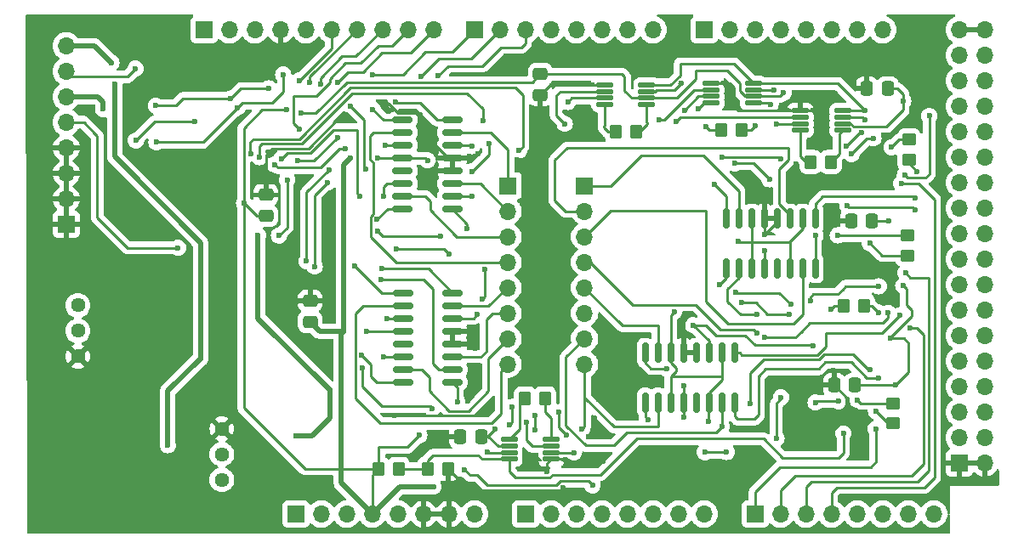
<source format=gbr>
%TF.GenerationSoftware,KiCad,Pcbnew,8.0.8*%
%TF.CreationDate,2025-07-24T20:19:30+03:00*%
%TF.ProjectId,memristor_shield,6d656d72-6973-4746-9f72-5f736869656c,rev?*%
%TF.SameCoordinates,Original*%
%TF.FileFunction,Copper,L2,Bot*%
%TF.FilePolarity,Positive*%
%FSLAX46Y46*%
G04 Gerber Fmt 4.6, Leading zero omitted, Abs format (unit mm)*
G04 Created by KiCad (PCBNEW 8.0.8) date 2025-07-24 20:19:30*
%MOMM*%
%LPD*%
G01*
G04 APERTURE LIST*
G04 Aperture macros list*
%AMRoundRect*
0 Rectangle with rounded corners*
0 $1 Rounding radius*
0 $2 $3 $4 $5 $6 $7 $8 $9 X,Y pos of 4 corners*
0 Add a 4 corners polygon primitive as box body*
4,1,4,$2,$3,$4,$5,$6,$7,$8,$9,$2,$3,0*
0 Add four circle primitives for the rounded corners*
1,1,$1+$1,$2,$3*
1,1,$1+$1,$4,$5*
1,1,$1+$1,$6,$7*
1,1,$1+$1,$8,$9*
0 Add four rect primitives between the rounded corners*
20,1,$1+$1,$2,$3,$4,$5,0*
20,1,$1+$1,$4,$5,$6,$7,0*
20,1,$1+$1,$6,$7,$8,$9,0*
20,1,$1+$1,$8,$9,$2,$3,0*%
G04 Aperture macros list end*
%TA.AperFunction,ComponentPad*%
%ADD10R,1.700000X1.700000*%
%TD*%
%TA.AperFunction,ComponentPad*%
%ADD11O,1.700000X1.700000*%
%TD*%
%TA.AperFunction,ComponentPad*%
%ADD12C,1.440000*%
%TD*%
%TA.AperFunction,SMDPad,CuDef*%
%ADD13RoundRect,0.250000X0.475000X-0.337500X0.475000X0.337500X-0.475000X0.337500X-0.475000X-0.337500X0*%
%TD*%
%TA.AperFunction,SMDPad,CuDef*%
%ADD14RoundRect,0.250000X0.450000X-0.350000X0.450000X0.350000X-0.450000X0.350000X-0.450000X-0.350000X0*%
%TD*%
%TA.AperFunction,SMDPad,CuDef*%
%ADD15RoundRect,0.250000X0.350000X0.450000X-0.350000X0.450000X-0.350000X-0.450000X0.350000X-0.450000X0*%
%TD*%
%TA.AperFunction,SMDPad,CuDef*%
%ADD16RoundRect,0.150000X0.825000X0.150000X-0.825000X0.150000X-0.825000X-0.150000X0.825000X-0.150000X0*%
%TD*%
%TA.AperFunction,SMDPad,CuDef*%
%ADD17RoundRect,0.250000X0.337500X0.475000X-0.337500X0.475000X-0.337500X-0.475000X0.337500X-0.475000X0*%
%TD*%
%TA.AperFunction,SMDPad,CuDef*%
%ADD18RoundRect,0.150000X-0.150000X0.825000X-0.150000X-0.825000X0.150000X-0.825000X0.150000X0.825000X0*%
%TD*%
%TA.AperFunction,SMDPad,CuDef*%
%ADD19RoundRect,0.125000X0.687500X0.125000X-0.687500X0.125000X-0.687500X-0.125000X0.687500X-0.125000X0*%
%TD*%
%TA.AperFunction,SMDPad,CuDef*%
%ADD20RoundRect,0.125000X-0.687500X-0.125000X0.687500X-0.125000X0.687500X0.125000X-0.687500X0.125000X0*%
%TD*%
%TA.AperFunction,SMDPad,CuDef*%
%ADD21RoundRect,0.250000X-0.350000X-0.450000X0.350000X-0.450000X0.350000X0.450000X-0.350000X0.450000X0*%
%TD*%
%TA.AperFunction,SMDPad,CuDef*%
%ADD22RoundRect,0.250000X-0.475000X0.337500X-0.475000X-0.337500X0.475000X-0.337500X0.475000X0.337500X0*%
%TD*%
%TA.AperFunction,ViaPad*%
%ADD23C,0.600000*%
%TD*%
%TA.AperFunction,Conductor*%
%ADD24C,0.250000*%
%TD*%
%TA.AperFunction,Conductor*%
%ADD25C,0.500000*%
%TD*%
G04 APERTURE END LIST*
D10*
%TO.P,J7,1,Pin_1*%
%TO.N,GND*%
X193980000Y-92380000D03*
D11*
%TO.P,J7,2,Pin_2*%
X196520000Y-92380000D03*
%TO.P,J7,3,Pin_3*%
%TO.N,/\u002A52*%
X193980000Y-89840000D03*
%TO.P,J7,4,Pin_4*%
%TO.N,/53*%
X196520000Y-89840000D03*
%TO.P,J7,5,Pin_5*%
%TO.N,/50*%
X193980000Y-87300000D03*
%TO.P,J7,6,Pin_6*%
%TO.N,/51*%
X196520000Y-87300000D03*
%TO.P,J7,7,Pin_7*%
%TO.N,/48*%
X193980000Y-84760000D03*
%TO.P,J7,8,Pin_8*%
%TO.N,/49*%
X196520000Y-84760000D03*
%TO.P,J7,9,Pin_9*%
%TO.N,/\u002A46*%
X193980000Y-82220000D03*
%TO.P,J7,10,Pin_10*%
%TO.N,/47*%
X196520000Y-82220000D03*
%TO.P,J7,11,Pin_11*%
%TO.N,/\u002A44*%
X193980000Y-79680000D03*
%TO.P,J7,12,Pin_12*%
%TO.N,/\u002A45*%
X196520000Y-79680000D03*
%TO.P,J7,13,Pin_13*%
%TO.N,/42*%
X193980000Y-77140000D03*
%TO.P,J7,14,Pin_14*%
%TO.N,/43*%
X196520000Y-77140000D03*
%TO.P,J7,15,Pin_15*%
%TO.N,/40*%
X193980000Y-74600000D03*
%TO.P,J7,16,Pin_16*%
%TO.N,/41*%
X196520000Y-74600000D03*
%TO.P,J7,17,Pin_17*%
%TO.N,/38*%
X193980000Y-72060000D03*
%TO.P,J7,18,Pin_18*%
%TO.N,/39*%
X196520000Y-72060000D03*
%TO.P,J7,19,Pin_19*%
%TO.N,/36*%
X193980000Y-69520000D03*
%TO.P,J7,20,Pin_20*%
%TO.N,/37*%
X196520000Y-69520000D03*
%TO.P,J7,21,Pin_21*%
%TO.N,/34*%
X193980000Y-66980000D03*
%TO.P,J7,22,Pin_22*%
%TO.N,/35*%
X196520000Y-66980000D03*
%TO.P,J7,23,Pin_23*%
%TO.N,/32*%
X193980000Y-64440000D03*
%TO.P,J7,24,Pin_24*%
%TO.N,/33*%
X196520000Y-64440000D03*
%TO.P,J7,25,Pin_25*%
%TO.N,/30*%
X193980000Y-61900000D03*
%TO.P,J7,26,Pin_26*%
%TO.N,/31*%
X196520000Y-61900000D03*
%TO.P,J7,27,Pin_27*%
%TO.N,/28*%
X193980000Y-59360000D03*
%TO.P,J7,28,Pin_28*%
%TO.N,/29*%
X196520000Y-59360000D03*
%TO.P,J7,29,Pin_29*%
%TO.N,/26*%
X193980000Y-56820000D03*
%TO.P,J7,30,Pin_30*%
%TO.N,/27*%
X196520000Y-56820000D03*
%TO.P,J7,31,Pin_31*%
%TO.N,/24*%
X193980000Y-54280000D03*
%TO.P,J7,32,Pin_32*%
%TO.N,/25*%
X196520000Y-54280000D03*
%TO.P,J7,33,Pin_33*%
%TO.N,/22*%
X193980000Y-51740000D03*
%TO.P,J7,34,Pin_34*%
%TO.N,/23*%
X196520000Y-51740000D03*
%TO.P,J7,35,Pin_35*%
%TO.N,+5V*%
X193980000Y-49200000D03*
%TO.P,J7,36,Pin_36*%
X196520000Y-49200000D03*
%TD*%
D10*
%TO.P,J1,1,Pin_1*%
%TO.N,unconnected-(J1-Pin_1-Pad1)*%
X127940000Y-97460000D03*
D11*
%TO.P,J1,2,Pin_2*%
%TO.N,/IOREF*%
X130480000Y-97460000D03*
%TO.P,J1,3,Pin_3*%
%TO.N,/~{RESET}*%
X133020000Y-97460000D03*
%TO.P,J1,4,Pin_4*%
%TO.N,+3V3*%
X135560000Y-97460000D03*
%TO.P,J1,5,Pin_5*%
%TO.N,+5V*%
X138100000Y-97460000D03*
%TO.P,J1,6,Pin_6*%
%TO.N,GND*%
X140640000Y-97460000D03*
%TO.P,J1,7,Pin_7*%
X143180000Y-97460000D03*
%TO.P,J1,8,Pin_8*%
%TO.N,VCC*%
X145720000Y-97460000D03*
%TD*%
D10*
%TO.P,J3,1,Pin_1*%
%TO.N,U8_a0*%
X150800000Y-97460000D03*
D11*
%TO.P,J3,2,Pin_2*%
%TO.N,U1_a1*%
X153340000Y-97460000D03*
%TO.P,J3,3,Pin_3*%
%TO.N,U2_a2*%
X155880000Y-97460000D03*
%TO.P,J3,4,Pin_4*%
%TO.N,U3_a3*%
X158420000Y-97460000D03*
%TO.P,J3,5,Pin_5*%
%TO.N,/A4*%
X160960000Y-97460000D03*
%TO.P,J3,6,Pin_6*%
%TO.N,/A5*%
X163500000Y-97460000D03*
%TO.P,J3,7,Pin_7*%
%TO.N,/A6*%
X166040000Y-97460000D03*
%TO.P,J3,8,Pin_8*%
%TO.N,/A7*%
X168580000Y-97460000D03*
%TD*%
D10*
%TO.P,J5,1,Pin_1*%
%TO.N,U7_a8*%
X173660000Y-97460000D03*
D11*
%TO.P,J5,2,Pin_2*%
%TO.N,U6_a9*%
X176200000Y-97460000D03*
%TO.P,J5,3,Pin_3*%
%TO.N,U3_a14*%
X178740000Y-97460000D03*
%TO.P,J5,4,Pin_4*%
%TO.N,U4_a15*%
X181280000Y-97460000D03*
%TO.P,J5,5,Pin_5*%
%TO.N,/A12*%
X183820000Y-97460000D03*
%TO.P,J5,6,Pin_6*%
%TO.N,Due_DAC*%
X186360000Y-97460000D03*
%TO.P,J5,7,Pin_7*%
%TO.N,/A14*%
X188900000Y-97460000D03*
%TO.P,J5,8,Pin_8*%
%TO.N,/A15*%
X191440000Y-97460000D03*
%TD*%
D10*
%TO.P,J2,1,Pin_1*%
%TO.N,/SCL{slash}21_2*%
X118796000Y-49200000D03*
D11*
%TO.P,J2,2,Pin_2*%
%TO.N,/SDA{slash}20_2*%
X121336000Y-49200000D03*
%TO.P,J2,3,Pin_3*%
%TO.N,/AREF*%
X123876000Y-49200000D03*
%TO.P,J2,4,Pin_4*%
%TO.N,GND*%
X126416000Y-49200000D03*
%TO.P,J2,5,Pin_5*%
%TO.N,/\u002A13*%
X128956000Y-49200000D03*
%TO.P,J2,6,Pin_6*%
%TO.N,/\u002A12*%
X131496000Y-49200000D03*
%TO.P,J2,7,Pin_7*%
%TO.N,/\u002A11*%
X134036000Y-49200000D03*
%TO.P,J2,8,Pin_8*%
%TO.N,/\u002A10*%
X136576000Y-49200000D03*
%TO.P,J2,9,Pin_9*%
%TO.N,/\u002A9*%
X139116000Y-49200000D03*
%TO.P,J2,10,Pin_10*%
%TO.N,/\u002A8*%
X141656000Y-49200000D03*
%TD*%
D10*
%TO.P,J4,1,Pin_1*%
%TO.N,/\u002A7*%
X145720000Y-49200000D03*
D11*
%TO.P,J4,2,Pin_2*%
%TO.N,/\u002A6*%
X148260000Y-49200000D03*
%TO.P,J4,3,Pin_3*%
%TO.N,/\u002A5*%
X150800000Y-49200000D03*
%TO.P,J4,4,Pin_4*%
%TO.N,/\u002A4*%
X153340000Y-49200000D03*
%TO.P,J4,5,Pin_5*%
%TO.N,/\u002A3*%
X155880000Y-49200000D03*
%TO.P,J4,6,Pin_6*%
%TO.N,/\u002A2*%
X158420000Y-49200000D03*
%TO.P,J4,7,Pin_7*%
%TO.N,/TX0{slash}1*%
X160960000Y-49200000D03*
%TO.P,J4,8,Pin_8*%
%TO.N,/RX0{slash}0*%
X163500000Y-49200000D03*
%TD*%
D10*
%TO.P,J6,1,Pin_1*%
%TO.N,/TX3{slash}14*%
X168580000Y-49200000D03*
D11*
%TO.P,J6,2,Pin_2*%
%TO.N,/RX3{slash}15*%
X171120000Y-49200000D03*
%TO.P,J6,3,Pin_3*%
%TO.N,/TX2{slash}16*%
X173660000Y-49200000D03*
%TO.P,J6,4,Pin_4*%
%TO.N,/RX2{slash}17*%
X176200000Y-49200000D03*
%TO.P,J6,5,Pin_5*%
%TO.N,/TX1{slash}18*%
X178740000Y-49200000D03*
%TO.P,J6,6,Pin_6*%
%TO.N,/RX1{slash}19*%
X181280000Y-49200000D03*
%TO.P,J6,7,Pin_7*%
%TO.N,SDA_DAC*%
X183820000Y-49200000D03*
%TO.P,J6,8,Pin_8*%
%TO.N,SCL_DAC*%
X186360000Y-49200000D03*
%TD*%
D10*
%TO.P,J8,1,Pin_1*%
%TO.N,xbar_in_1*%
X149060000Y-64740000D03*
D11*
%TO.P,J8,2,Pin_2*%
%TO.N,xbar_in_2*%
X149060000Y-67280000D03*
%TO.P,J8,3,Pin_3*%
%TO.N,xbar_in_3*%
X149060000Y-69820000D03*
%TO.P,J8,4,Pin_4*%
%TO.N,xbar_in_4*%
X149060000Y-72360000D03*
%TO.P,J8,5,Pin_5*%
%TO.N,xbar_in_5*%
X149060000Y-74900000D03*
%TO.P,J8,6,Pin_6*%
%TO.N,xbar_in_6*%
X149060000Y-77440000D03*
%TO.P,J8,7,Pin_7*%
%TO.N,xbar_in_7*%
X149060000Y-79980000D03*
%TO.P,J8,8,Pin_8*%
%TO.N,xbar_in_8*%
X149060000Y-82520000D03*
%TD*%
D12*
%TO.P,RV2,1,1*%
%TO.N,unconnected-(RV2-Pad1)*%
X106240000Y-76670000D03*
%TO.P,RV2,2,2*%
%TO.N,Net-(U15-SET)*%
X106240000Y-79210000D03*
%TO.P,RV2,3,3*%
%TO.N,GND*%
X106240000Y-81750000D03*
%TD*%
D10*
%TO.P,J10,1,Pin_1*%
%TO.N,GND*%
X105080000Y-68580000D03*
D11*
%TO.P,J10,2,Pin_2*%
X105080000Y-66040000D03*
%TO.P,J10,3,Pin_3*%
X105080000Y-63500000D03*
%TO.P,J10,4,Pin_4*%
X105080000Y-60960000D03*
%TO.P,J10,5,Pin_5*%
%TO.N,Vin_dac*%
X105080000Y-58420000D03*
%TO.P,J10,6,Pin_6*%
%TO.N,Vref_an*%
X105080000Y-55880000D03*
%TO.P,J10,7,Pin_7*%
%TO.N,+3V3*%
X105080000Y-53340000D03*
%TO.P,J10,8,Pin_8*%
%TO.N,+5V*%
X105080000Y-50800000D03*
%TD*%
D10*
%TO.P,J9,1,Pin_1*%
%TO.N,xbar_out_1*%
X156680000Y-64740000D03*
D11*
%TO.P,J9,2,Pin_2*%
%TO.N,xbar_out_2*%
X156680000Y-67280000D03*
%TO.P,J9,3,Pin_3*%
%TO.N,xbar_out_3*%
X156680000Y-69820000D03*
%TO.P,J9,4,Pin_4*%
%TO.N,xbar_out_4*%
X156680000Y-72360000D03*
%TO.P,J9,5,Pin_5*%
%TO.N,xbar_out_5*%
X156680000Y-74900000D03*
%TO.P,J9,6,Pin_6*%
%TO.N,xbar_out_6*%
X156680000Y-77440000D03*
%TO.P,J9,7,Pin_7*%
%TO.N,xbar_out_7*%
X156680000Y-79980000D03*
%TO.P,J9,8,Pin_8*%
%TO.N,xbar_out_8*%
X156680000Y-82520000D03*
%TD*%
D12*
%TO.P,RV1,1,1*%
%TO.N,unconnected-(RV1-Pad1)*%
X120570000Y-94050000D03*
%TO.P,RV1,2,2*%
%TO.N,Net-(U14-SET)*%
X120570000Y-91510000D03*
%TO.P,RV1,3,3*%
%TO.N,GND*%
X120570000Y-88970000D03*
%TD*%
D13*
%TO.P,C11,1*%
%TO.N,+3V3*%
X129360000Y-78297500D03*
%TO.P,C11,2*%
%TO.N,GND*%
X129360000Y-76222500D03*
%TD*%
D14*
%TO.P,R25,1*%
%TO.N,Net-(R25-Pad1)*%
X188800000Y-71690000D03*
%TO.P,R25,2*%
%TO.N,Net-(R25-Pad2)*%
X188800000Y-69690000D03*
%TD*%
D15*
%TO.P,R21,1*%
%TO.N,Net-(R21-Pad1)*%
X161790000Y-59340000D03*
%TO.P,R21,2*%
%TO.N,Net-(R21-Pad2)*%
X159790000Y-59340000D03*
%TD*%
D16*
%TO.P,U12,1*%
%TO.N,/\u002A9*%
X143530000Y-75430000D03*
%TO.P,U12,2*%
%TO.N,xbar_in_5*%
X143530000Y-76700000D03*
%TO.P,U12,3*%
%TO.N,dac_in_5*%
X143530000Y-77970000D03*
%TO.P,U12,4,V-*%
%TO.N,GND*%
X143530000Y-79240000D03*
%TO.P,U12,5,GND*%
X143530000Y-80510000D03*
%TO.P,U12,6*%
%TO.N,xbar_in_6*%
X143530000Y-81780000D03*
%TO.P,U12,7*%
%TO.N,dac_in_6*%
X143530000Y-83050000D03*
%TO.P,U12,8*%
%TO.N,/\u002A12*%
X143530000Y-84320000D03*
%TO.P,U12,9*%
%TO.N,/\u002A11*%
X138580000Y-84320000D03*
%TO.P,U12,10*%
%TO.N,xbar_in_7*%
X138580000Y-83050000D03*
%TO.P,U12,11*%
%TO.N,dac_in_7*%
X138580000Y-81780000D03*
%TO.P,U12,12,NC*%
%TO.N,unconnected-(U12E-NC-Pad12)*%
X138580000Y-80510000D03*
%TO.P,U12,13,V+*%
%TO.N,+3V3*%
X138580000Y-79240000D03*
%TO.P,U12,14*%
%TO.N,dac_in_8*%
X138580000Y-77970000D03*
%TO.P,U12,15*%
%TO.N,xbar_in_8*%
X138580000Y-76700000D03*
%TO.P,U12,16*%
%TO.N,/\u002A10*%
X138580000Y-75430000D03*
%TD*%
D15*
%TO.P,R26,1*%
%TO.N,Net-(R26-Pad1)*%
X184490000Y-76690000D03*
%TO.P,R26,2*%
%TO.N,Net-(R26-Pad2)*%
X182490000Y-76690000D03*
%TD*%
D14*
%TO.P,R27,1*%
%TO.N,Net-(R27-Pad1)*%
X187410000Y-88420000D03*
%TO.P,R27,2*%
%TO.N,Net-(R27-Pad2)*%
X187410000Y-86420000D03*
%TD*%
D17*
%TO.P,C7,1*%
%TO.N,+3V3*%
X185285000Y-68260000D03*
%TO.P,C7,2*%
%TO.N,GND*%
X183210000Y-68260000D03*
%TD*%
%TO.P,C8,1*%
%TO.N,+3V3*%
X183617500Y-84620000D03*
%TO.P,C8,2*%
%TO.N,GND*%
X181542500Y-84620000D03*
%TD*%
D15*
%TO.P,R29,1*%
%TO.N,Vref_ina*%
X138180000Y-92960000D03*
%TO.P,R29,2*%
%TO.N,+3V3*%
X136180000Y-92960000D03*
%TD*%
D16*
%TO.P,U13,1*%
%TO.N,/\u002A5*%
X143520000Y-58190000D03*
%TO.P,U13,2*%
%TO.N,xbar_in_1*%
X143520000Y-59460000D03*
%TO.P,U13,3*%
%TO.N,dac_in_1*%
X143520000Y-60730000D03*
%TO.P,U13,4,V-*%
%TO.N,GND*%
X143520000Y-62000000D03*
%TO.P,U13,5,GND*%
X143520000Y-63270000D03*
%TO.P,U13,6*%
%TO.N,xbar_in_2*%
X143520000Y-64540000D03*
%TO.P,U13,7*%
%TO.N,dac_in_2*%
X143520000Y-65810000D03*
%TO.P,U13,8*%
%TO.N,/\u002A8*%
X143520000Y-67080000D03*
%TO.P,U13,9*%
%TO.N,/\u002A7*%
X138570000Y-67080000D03*
%TO.P,U13,10*%
%TO.N,xbar_in_3*%
X138570000Y-65810000D03*
%TO.P,U13,11*%
%TO.N,dac_in_3*%
X138570000Y-64540000D03*
%TO.P,U13,12,NC*%
%TO.N,unconnected-(U13E-NC-Pad12)*%
X138570000Y-63270000D03*
%TO.P,U13,13,V+*%
%TO.N,+3V3*%
X138570000Y-62000000D03*
%TO.P,U13,14*%
%TO.N,dac_in_4*%
X138570000Y-60730000D03*
%TO.P,U13,15*%
%TO.N,xbar_in_4*%
X138570000Y-59460000D03*
%TO.P,U13,16*%
%TO.N,/\u002A6*%
X138570000Y-58190000D03*
%TD*%
D18*
%TO.P,U11,1*%
%TO.N,/30*%
X170780000Y-68020000D03*
%TO.P,U11,2*%
%TO.N,xbar_out_1*%
X172050000Y-68020000D03*
%TO.P,U11,3*%
%TO.N,Due_DAC*%
X173320000Y-68020000D03*
%TO.P,U11,4,V-*%
%TO.N,GND*%
X174590000Y-68020000D03*
%TO.P,U11,5,GND*%
X175860000Y-68020000D03*
%TO.P,U11,6*%
%TO.N,xbar_out_2*%
X177130000Y-68020000D03*
%TO.P,U11,7*%
%TO.N,Due_DAC*%
X178400000Y-68020000D03*
%TO.P,U11,8*%
%TO.N,/32*%
X179670000Y-68020000D03*
%TO.P,U11,9*%
%TO.N,/34*%
X179670000Y-72970000D03*
%TO.P,U11,10*%
%TO.N,xbar_out_3*%
X178400000Y-72970000D03*
%TO.P,U11,11*%
%TO.N,Due_DAC*%
X177130000Y-72970000D03*
%TO.P,U11,12,NC*%
%TO.N,unconnected-(U11E-NC-Pad12)*%
X175860000Y-72970000D03*
%TO.P,U11,13,V+*%
%TO.N,+3V3*%
X174590000Y-72970000D03*
%TO.P,U11,14*%
%TO.N,Due_DAC*%
X173320000Y-72970000D03*
%TO.P,U11,15*%
%TO.N,xbar_out_4*%
X172050000Y-72970000D03*
%TO.P,U11,16*%
%TO.N,/36*%
X170780000Y-72970000D03*
%TD*%
%TO.P,U10,1*%
%TO.N,/40*%
X162710000Y-81400000D03*
%TO.P,U10,2*%
%TO.N,xbar_out_5*%
X163980000Y-81400000D03*
%TO.P,U10,3*%
%TO.N,Due_DAC*%
X165250000Y-81400000D03*
%TO.P,U10,4,V-*%
%TO.N,GND*%
X166520000Y-81400000D03*
%TO.P,U10,5,GND*%
X167790000Y-81400000D03*
%TO.P,U10,6*%
%TO.N,xbar_out_6*%
X169060000Y-81400000D03*
%TO.P,U10,7*%
%TO.N,Due_DAC*%
X170330000Y-81400000D03*
%TO.P,U10,8*%
%TO.N,/42*%
X171600000Y-81400000D03*
%TO.P,U10,9*%
%TO.N,/\u002A46*%
X171600000Y-86350000D03*
%TO.P,U10,10*%
%TO.N,xbar_out_7*%
X170330000Y-86350000D03*
%TO.P,U10,11*%
%TO.N,Due_DAC*%
X169060000Y-86350000D03*
%TO.P,U10,12,NC*%
%TO.N,unconnected-(U10E-NC-Pad12)*%
X167790000Y-86350000D03*
%TO.P,U10,13,V+*%
%TO.N,+3V3*%
X166520000Y-86350000D03*
%TO.P,U10,14*%
%TO.N,Due_DAC*%
X165250000Y-86350000D03*
%TO.P,U10,15*%
%TO.N,xbar_out_8*%
X163980000Y-86350000D03*
%TO.P,U10,16*%
%TO.N,/\u002A44*%
X162710000Y-86350000D03*
%TD*%
D19*
%TO.P,U8,1,Rg*%
%TO.N,Net-(R28-Pad2)*%
X153392500Y-90045000D03*
%TO.P,U8,2,-*%
%TO.N,Vref_an*%
X153392500Y-90695000D03*
%TO.P,U8,3,+*%
%TO.N,xbar_out_8*%
X153392500Y-91345000D03*
%TO.P,U8,4,V-*%
%TO.N,GND*%
X153392500Y-91995000D03*
%TO.P,U8,5,Ref*%
%TO.N,Vref_ina*%
X149167500Y-91995000D03*
%TO.P,U8,6*%
%TO.N,U8_a0*%
X149167500Y-91345000D03*
%TO.P,U8,7,V+*%
%TO.N,+3V3*%
X149167500Y-90695000D03*
%TO.P,U8,8,Rg*%
%TO.N,Net-(R28-Pad1)*%
X149167500Y-90045000D03*
%TD*%
D15*
%TO.P,R22,1*%
%TO.N,Net-(R22-Pad1)*%
X172320000Y-59180000D03*
%TO.P,R22,2*%
%TO.N,Net-(R22-Pad2)*%
X170320000Y-59180000D03*
%TD*%
D17*
%TO.P,C9,1*%
%TO.N,+3V3*%
X146377500Y-89720000D03*
%TO.P,C9,2*%
%TO.N,GND*%
X144302500Y-89720000D03*
%TD*%
%TO.P,C6,1*%
%TO.N,+3V3*%
X186867500Y-55070000D03*
%TO.P,C6,2*%
%TO.N,GND*%
X184792500Y-55070000D03*
%TD*%
D15*
%TO.P,R23,1*%
%TO.N,Net-(R23-Pad1)*%
X181180000Y-62380000D03*
%TO.P,R23,2*%
%TO.N,Net-(R23-Pad2)*%
X179180000Y-62380000D03*
%TD*%
D20*
%TO.P,U3,1,Rg*%
%TO.N,Net-(R23-Pad2)*%
X178157500Y-59215000D03*
%TO.P,U3,2,-*%
%TO.N,Vref_an*%
X178157500Y-58565000D03*
%TO.P,U3,3,+*%
%TO.N,xbar_out_3*%
X178157500Y-57915000D03*
%TO.P,U3,4,V-*%
%TO.N,GND*%
X178157500Y-57265000D03*
%TO.P,U3,5,Ref*%
%TO.N,Vref_ina*%
X182382500Y-57265000D03*
%TO.P,U3,6*%
%TO.N,U3_a3*%
X182382500Y-57915000D03*
%TO.P,U3,7,V+*%
%TO.N,+3V3*%
X182382500Y-58565000D03*
%TO.P,U3,8,Rg*%
%TO.N,Net-(R23-Pad1)*%
X182382500Y-59215000D03*
%TD*%
D21*
%TO.P,R28,1*%
%TO.N,Net-(R28-Pad1)*%
X150760000Y-85930000D03*
%TO.P,R28,2*%
%TO.N,Net-(R28-Pad2)*%
X152760000Y-85930000D03*
%TD*%
D20*
%TO.P,U2,1,Rg*%
%TO.N,Net-(R22-Pad2)*%
X169267500Y-56485000D03*
%TO.P,U2,2,-*%
%TO.N,Vref_an*%
X169267500Y-55835000D03*
%TO.P,U2,3,+*%
%TO.N,xbar_out_2*%
X169267500Y-55185000D03*
%TO.P,U2,4,V-*%
%TO.N,GND*%
X169267500Y-54535000D03*
%TO.P,U2,5,Ref*%
%TO.N,Vref_ina*%
X173492500Y-54535000D03*
%TO.P,U2,6*%
%TO.N,U2_a2*%
X173492500Y-55185000D03*
%TO.P,U2,7,V+*%
%TO.N,+3V3*%
X173492500Y-55835000D03*
%TO.P,U2,8,Rg*%
%TO.N,Net-(R22-Pad1)*%
X173492500Y-56485000D03*
%TD*%
D13*
%TO.P,C14,1*%
%TO.N,+3V3*%
X124950000Y-67737500D03*
%TO.P,C14,2*%
%TO.N,GND*%
X124950000Y-65662500D03*
%TD*%
D15*
%TO.P,R30,1*%
%TO.N,GND*%
X143100000Y-92970000D03*
%TO.P,R30,2*%
%TO.N,Vref_ina*%
X141100000Y-92970000D03*
%TD*%
D14*
%TO.P,R24,1*%
%TO.N,Net-(R24-Pad1)*%
X189000000Y-62150000D03*
%TO.P,R24,2*%
%TO.N,Net-(R24-Pad2)*%
X189000000Y-60150000D03*
%TD*%
D22*
%TO.P,C5,1*%
%TO.N,+3V3*%
X152280000Y-53622500D03*
%TO.P,C5,2*%
%TO.N,GND*%
X152280000Y-55697500D03*
%TD*%
D20*
%TO.P,U1,1,Rg*%
%TO.N,Net-(R21-Pad2)*%
X158650000Y-56650000D03*
%TO.P,U1,2,-*%
%TO.N,Vref_an*%
X158650000Y-56000000D03*
%TO.P,U1,3,+*%
%TO.N,xbar_out_1*%
X158650000Y-55350000D03*
%TO.P,U1,4,V-*%
%TO.N,GND*%
X158650000Y-54700000D03*
%TO.P,U1,5,Ref*%
%TO.N,Vref_ina*%
X162875000Y-54700000D03*
%TO.P,U1,6*%
%TO.N,U1_a1*%
X162875000Y-55350000D03*
%TO.P,U1,7,V+*%
%TO.N,+3V3*%
X162875000Y-56000000D03*
%TO.P,U1,8,Rg*%
%TO.N,Net-(R21-Pad1)*%
X162875000Y-56650000D03*
%TD*%
D23*
%TO.N,GND*%
X158500000Y-92230000D03*
X146030000Y-61600000D03*
X132930000Y-57690000D03*
X140640000Y-91290000D03*
X166310000Y-79680000D03*
X145680000Y-84430000D03*
X142310000Y-89720000D03*
X120140000Y-55040000D03*
X158070000Y-86040000D03*
X125230000Y-61390000D03*
X154810000Y-92000000D03*
X147540000Y-86200000D03*
X160770000Y-81750000D03*
X181150000Y-89450000D03*
X174570000Y-69610000D03*
X181450000Y-83160000D03*
X145820000Y-80970000D03*
X136890000Y-56580000D03*
X181610000Y-55540000D03*
X140400000Y-58970000D03*
X157100000Y-89730000D03*
X126490000Y-77960000D03*
X177770000Y-62600000D03*
X174590000Y-65530000D03*
X157660000Y-87870000D03*
X137800000Y-87610000D03*
X180790000Y-74480000D03*
X145060000Y-94820000D03*
X152940000Y-93220000D03*
X177030000Y-64920000D03*
X149930000Y-62140000D03*
X181840000Y-68260000D03*
X154500000Y-94820000D03*
X180250000Y-60520000D03*
X183490000Y-54710000D03*
X145080000Y-86180000D03*
%TO.N,/\u002A46*%
X185940000Y-83910000D03*
%TO.N,/\u002A44*%
X163020000Y-88080000D03*
X173190000Y-86440000D03*
X185130000Y-83030000D03*
%TO.N,/42*%
X188090000Y-77640000D03*
%TO.N,/40*%
X164830000Y-82950000D03*
X186900000Y-77430000D03*
X174630000Y-79890000D03*
%TO.N,/36*%
X179150000Y-76220000D03*
X177050000Y-77570000D03*
X172300000Y-76410000D03*
X170130000Y-74610000D03*
X185965000Y-74765000D03*
%TO.N,/34*%
X189610000Y-67150000D03*
X182830000Y-66710000D03*
X179670000Y-69670000D03*
%TO.N,/32*%
X189570000Y-65950000D03*
%TO.N,/30*%
X169600000Y-64590000D03*
X176220000Y-62050000D03*
X182740000Y-60820000D03*
X184230000Y-59470000D03*
X170350000Y-61890000D03*
%TO.N,+5V*%
X109890000Y-54590000D03*
X118450000Y-81930000D03*
X109580000Y-52460000D03*
X115190000Y-90610000D03*
%TO.N,/\u002A12*%
X144020000Y-86260000D03*
X128280000Y-54250000D03*
X129000000Y-72260000D03*
X141530000Y-86940000D03*
X131210000Y-63190000D03*
X134540000Y-82900000D03*
%TO.N,/\u002A11*%
X129820000Y-72780000D03*
X129340000Y-54470000D03*
X134510000Y-81640000D03*
X131120000Y-64400000D03*
%TO.N,/\u002A10*%
X128120000Y-62230000D03*
X132070000Y-59910000D03*
X133810000Y-72720000D03*
X130370000Y-54580000D03*
%TO.N,/\u002A9*%
X128270000Y-59100000D03*
X136540000Y-73030000D03*
%TO.N,/\u002A8*%
X144990000Y-69020000D03*
X136060000Y-69280000D03*
X132100000Y-54480000D03*
X142320000Y-69810000D03*
%TO.N,/\u002A7*%
X133410000Y-56780000D03*
X135580000Y-53700000D03*
X136030000Y-68110000D03*
X134860000Y-63050000D03*
%TO.N,/\u002A6*%
X140410000Y-53830000D03*
X135610000Y-57130000D03*
%TO.N,/\u002A5*%
X137890000Y-56370000D03*
X142120000Y-53800000D03*
%TO.N,+3V3*%
X112020000Y-60230000D03*
X127000000Y-57160000D03*
X136080000Y-62000000D03*
X157480000Y-94610000D03*
X191010000Y-57790000D03*
X141040000Y-62200000D03*
X128430000Y-57530000D03*
X147730000Y-88980000D03*
X140230000Y-89610000D03*
X141640000Y-94730000D03*
X176480000Y-55480000D03*
X188400000Y-56280000D03*
X134960000Y-79230000D03*
X188570000Y-63710000D03*
X166530000Y-87780000D03*
X188410000Y-74710000D03*
X174590000Y-71230000D03*
X176250000Y-85830000D03*
X166530000Y-84690000D03*
X144730000Y-93020000D03*
X168650000Y-91290000D03*
X122780000Y-66490000D03*
X133330000Y-62010000D03*
X132700000Y-79230000D03*
X111980000Y-53080000D03*
X187670000Y-84620000D03*
X170820000Y-91280000D03*
X187160000Y-79970000D03*
X186960000Y-68260000D03*
X117910000Y-58360000D03*
X175780000Y-89900000D03*
%TO.N,Net-(R22-Pad1)*%
X175190000Y-56640000D03*
X173640000Y-58760000D03*
%TO.N,Net-(R22-Pad2)*%
X168790000Y-58870000D03*
X167990000Y-57110000D03*
%TO.N,xbar_out_2*%
X164080000Y-58170000D03*
%TO.N,xbar_out_6*%
X179420000Y-80670000D03*
X167500000Y-78640000D03*
%TO.N,xbar_out_1*%
X154710000Y-58580000D03*
%TO.N,xbar_out_3*%
X165770000Y-58350000D03*
%TO.N,xbar_out_5*%
X171710000Y-75360000D03*
X177210000Y-76570000D03*
%TO.N,xbar_out_8*%
X155620000Y-91330000D03*
X156420000Y-89000000D03*
%TO.N,xbar_out_7*%
X170330000Y-88750000D03*
%TO.N,xbar_out_4*%
X171630000Y-62520000D03*
X175080000Y-64100000D03*
X173800000Y-79420000D03*
X173800000Y-77600000D03*
%TO.N,Vref_an*%
X150895000Y-88355000D03*
X108750000Y-57110000D03*
X127980000Y-89630000D03*
X131310000Y-85102500D03*
X166640000Y-57210000D03*
X124170000Y-69670000D03*
X155020000Y-56400000D03*
X175750000Y-58570000D03*
%TO.N,Due_DAC*%
X169030000Y-88220000D03*
X172000000Y-70320000D03*
X165600000Y-77280000D03*
%TO.N,Vin_dac*%
X116210000Y-70920000D03*
%TO.N,SDA_DAC*%
X122120000Y-56970000D03*
X114060000Y-60410000D03*
X126680000Y-53670000D03*
%TO.N,SCL_DAC*%
X125210000Y-55040000D03*
X121470000Y-56050000D03*
X114010000Y-56770000D03*
%TO.N,Net-(U9-V_{REF})*%
X127065000Y-64165000D03*
X126250000Y-69700000D03*
%TO.N,dac_in_5*%
X137940000Y-71010000D03*
X146730000Y-73100000D03*
X143230000Y-71570000D03*
X145990000Y-77600000D03*
X146490000Y-76060000D03*
%TO.N,dac_in_7*%
X136630000Y-81780000D03*
%TO.N,dac_in_2*%
X145470000Y-65810000D03*
X146550000Y-58260000D03*
X147130000Y-60510000D03*
X124290000Y-61890000D03*
X145470000Y-63320000D03*
%TO.N,dac_in_8*%
X137040000Y-77980000D03*
%TO.N,dac_in_4*%
X125820000Y-62630000D03*
X132840000Y-61050000D03*
X136830000Y-60750000D03*
%TO.N,dac_in_3*%
X136700000Y-65830000D03*
X126490000Y-62050000D03*
X134310000Y-65800000D03*
%TO.N,dac_in_6*%
X136390000Y-74110000D03*
%TO.N,dac_in_1*%
X145490000Y-60790000D03*
X123440000Y-61520000D03*
X150150000Y-61230000D03*
%TO.N,Net-(R24-Pad2)*%
X187240000Y-60910000D03*
X183240000Y-61600000D03*
X185430000Y-60010000D03*
%TO.N,Net-(R24-Pad1)*%
X189780000Y-63310000D03*
%TO.N,Net-(R25-Pad2)*%
X181890000Y-69680000D03*
%TO.N,Net-(R25-Pad1)*%
X185080000Y-70470000D03*
%TO.N,Net-(R26-Pad2)*%
X181190000Y-77020000D03*
%TO.N,Net-(R26-Pad1)*%
X185910000Y-77360000D03*
%TO.N,Net-(R27-Pad1)*%
X185700000Y-87220000D03*
%TO.N,Net-(R27-Pad2)*%
X179680000Y-86350000D03*
X181950000Y-86220000D03*
X183860000Y-86080000D03*
%TO.N,Vref_ina*%
X182435000Y-89435000D03*
X184600000Y-57270000D03*
%TO.N,U8_a0*%
X147040000Y-91260000D03*
%TO.N,U1_a1*%
X166268883Y-54545000D03*
X149430000Y-86790000D03*
X149170000Y-88550000D03*
%TO.N,U2_a2*%
X151750000Y-89080000D03*
X175570000Y-55170000D03*
X151780000Y-87630000D03*
%TO.N,U3_a3*%
X154840000Y-89570000D03*
X154120000Y-87300000D03*
X184610000Y-58200000D03*
%TO.N,U4_a15*%
X188210000Y-64540000D03*
%TO.N,U3_a14*%
X188630000Y-73410000D03*
%TO.N,U7_a8*%
X185680000Y-88950000D03*
%TO.N,U6_a9*%
X189050000Y-78930000D03*
%TD*%
D24*
%TO.N,GND*%
X146670000Y-87640000D02*
X137830000Y-87640000D01*
X143530000Y-80510000D02*
X143530000Y-79240000D01*
X171540000Y-56810000D02*
X171540000Y-54950000D01*
X166520000Y-81400000D02*
X166520000Y-79890000D01*
X177770000Y-62600000D02*
X177770000Y-64180000D01*
X137830000Y-87640000D02*
X137800000Y-87610000D01*
X183210000Y-68260000D02*
X181840000Y-68260000D01*
X171995000Y-57265000D02*
X171540000Y-56810000D01*
X129213604Y-61020000D02*
X125600000Y-61020000D01*
X174570000Y-69610000D02*
X174570000Y-68040000D01*
X147540000Y-86200000D02*
X147540000Y-86770000D01*
X181542500Y-84620000D02*
X182770000Y-85847500D01*
X120140000Y-53740000D02*
X121010000Y-52870000D01*
X121010000Y-52870000D02*
X125650000Y-52870000D01*
X145630000Y-62000000D02*
X146030000Y-61600000D01*
X143139092Y-62000000D02*
X140400000Y-59260908D01*
X105080000Y-68580000D02*
X105080000Y-66040000D01*
X157660000Y-87870000D02*
X157660000Y-89170000D01*
X142210000Y-89720000D02*
X140640000Y-91290000D01*
X137216116Y-56580000D02*
X136890000Y-56580000D01*
X140400000Y-58970000D02*
X140400000Y-57500000D01*
X152280000Y-60963884D02*
X151003884Y-62240000D01*
X180180000Y-58120000D02*
X180250000Y-58190000D01*
X179465000Y-57265000D02*
X180180000Y-57980000D01*
X144302500Y-89720000D02*
X142310000Y-89720000D01*
X166520000Y-81400000D02*
X167790000Y-81400000D01*
X142310000Y-89720000D02*
X142210000Y-89720000D01*
X143520000Y-62000000D02*
X145630000Y-62000000D01*
X180790000Y-69310000D02*
X180790000Y-74480000D01*
X145360000Y-80510000D02*
X145820000Y-80970000D01*
X152280000Y-55697500D02*
X152280000Y-60963884D01*
X180250000Y-58190000D02*
X180250000Y-60520000D01*
X145060000Y-94820000D02*
X144950000Y-94820000D01*
X126416000Y-52076000D02*
X126416000Y-49200000D01*
X151003884Y-62240000D02*
X150030000Y-62240000D01*
X140400000Y-59260908D02*
X140400000Y-58970000D01*
X184792500Y-55070000D02*
X183850000Y-55070000D01*
X182770000Y-87830000D02*
X181150000Y-89450000D01*
X146770000Y-87540000D02*
X146670000Y-87640000D01*
X154270000Y-95050000D02*
X145290000Y-95050000D01*
X171540000Y-54950000D02*
X171125000Y-54535000D01*
X180180000Y-57980000D02*
X180180000Y-58120000D01*
X125600000Y-61020000D02*
X125230000Y-61390000D01*
X125650000Y-52870000D02*
X126430000Y-52090000D01*
X129360000Y-76222500D02*
X128227500Y-76222500D01*
X174590000Y-68020000D02*
X174590000Y-65530000D01*
X171125000Y-54535000D02*
X169267500Y-54535000D01*
X143520000Y-62000000D02*
X143520000Y-63270000D01*
X105080000Y-63500000D02*
X105080000Y-60960000D01*
X154500000Y-94820000D02*
X154270000Y-95050000D01*
X143530000Y-80510000D02*
X145360000Y-80510000D01*
X125230000Y-61390000D02*
X124950000Y-61670000D01*
X158070000Y-84450000D02*
X158070000Y-86040000D01*
X174570000Y-69610000D02*
X175860000Y-68320000D01*
X174570000Y-68040000D02*
X174590000Y-68020000D01*
X150030000Y-62240000D02*
X149930000Y-62140000D01*
X160770000Y-81750000D02*
X158070000Y-84450000D01*
X140400000Y-57500000D02*
X138136116Y-57500000D01*
X175860000Y-68320000D02*
X175860000Y-68020000D01*
X152940000Y-92447500D02*
X152940000Y-93220000D01*
X155040000Y-92230000D02*
X154810000Y-92000000D01*
X143180000Y-93050000D02*
X143100000Y-92970000D01*
X177770000Y-64180000D02*
X177030000Y-64920000D01*
X147540000Y-86770000D02*
X146770000Y-87540000D01*
X126430000Y-52090000D02*
X126416000Y-52076000D01*
X158500000Y-92230000D02*
X155040000Y-92230000D01*
X181542500Y-83252500D02*
X181450000Y-83160000D01*
X157660000Y-89170000D02*
X157100000Y-89730000D01*
X132930000Y-57690000D02*
X132543604Y-57690000D01*
X179885000Y-57265000D02*
X181610000Y-55540000D01*
X128227500Y-76222500D02*
X126490000Y-77960000D01*
X154805000Y-91995000D02*
X154810000Y-92000000D01*
X181840000Y-68260000D02*
X180790000Y-69310000D01*
X143180000Y-97460000D02*
X143180000Y-93050000D01*
X132543604Y-57690000D02*
X129213604Y-61020000D01*
X144950000Y-94820000D02*
X143100000Y-92970000D01*
X178157500Y-57265000D02*
X179465000Y-57265000D01*
X145680000Y-85580000D02*
X145080000Y-86180000D01*
X174590000Y-68020000D02*
X175860000Y-68020000D01*
X166520000Y-79890000D02*
X166310000Y-79680000D01*
X145290000Y-95050000D02*
X145060000Y-94820000D01*
X183850000Y-55070000D02*
X183490000Y-54710000D01*
X145680000Y-84430000D02*
X145680000Y-85580000D01*
X178157500Y-57265000D02*
X171995000Y-57265000D01*
X143520000Y-62000000D02*
X143139092Y-62000000D01*
X105080000Y-63500000D02*
X105080000Y-66040000D01*
X120140000Y-55040000D02*
X120140000Y-53740000D01*
X138136116Y-57500000D02*
X137216116Y-56580000D01*
X182770000Y-85847500D02*
X182770000Y-87830000D01*
X181542500Y-84620000D02*
X181542500Y-83252500D01*
X178157500Y-57265000D02*
X179885000Y-57265000D01*
X158650000Y-54700000D02*
X153277500Y-54700000D01*
X153392500Y-91995000D02*
X152940000Y-92447500D01*
X124950000Y-61670000D02*
X124950000Y-65662500D01*
X153277500Y-54700000D02*
X152280000Y-55697500D01*
X153392500Y-91995000D02*
X154805000Y-91995000D01*
%TO.N,/\u002A46*%
X183220000Y-82330000D02*
X180640000Y-82330000D01*
X185940000Y-83910000D02*
X184800000Y-83910000D01*
X173600000Y-87980000D02*
X171880000Y-87980000D01*
X179980000Y-82990000D02*
X174710000Y-82990000D01*
X180640000Y-82330000D02*
X179980000Y-82990000D01*
X171600000Y-87560000D02*
X171600000Y-86350000D01*
X171880000Y-87980000D02*
X171610000Y-87710000D01*
X173990000Y-87590000D02*
X173600000Y-87980000D01*
X171610000Y-87570000D02*
X171600000Y-87560000D01*
X173990000Y-83710000D02*
X173990000Y-87590000D01*
X184800000Y-83910000D02*
X183220000Y-82330000D01*
X174710000Y-82990000D02*
X173990000Y-83710000D01*
X171610000Y-87710000D02*
X171610000Y-87570000D01*
%TO.N,/\u002A44*%
X162710000Y-87770000D02*
X163020000Y-88080000D01*
X185130000Y-83030000D02*
X184930000Y-83030000D01*
X174520000Y-82060000D02*
X173190000Y-83390000D01*
X162710000Y-86350000D02*
X162710000Y-87770000D01*
X180526396Y-81540000D02*
X180006396Y-82060000D01*
X184930000Y-83030000D02*
X183440000Y-81540000D01*
X173190000Y-83390000D02*
X173190000Y-86440000D01*
X183440000Y-81540000D02*
X180526396Y-81540000D01*
X180006396Y-82060000D02*
X174520000Y-82060000D01*
%TO.N,/42*%
X172320000Y-81610000D02*
X172110000Y-81400000D01*
X180680000Y-79430000D02*
X180680000Y-80750000D01*
X179820000Y-81610000D02*
X172320000Y-81610000D01*
X180680000Y-80750000D02*
X179820000Y-81610000D01*
X188090000Y-77640000D02*
X186300000Y-79430000D01*
X172110000Y-81400000D02*
X171600000Y-81400000D01*
X186300000Y-79430000D02*
X180680000Y-79430000D01*
%TO.N,/40*%
X186340000Y-78430000D02*
X179080000Y-78430000D01*
X186900000Y-77870000D02*
X186340000Y-78430000D01*
X178200000Y-79310000D02*
X177620000Y-79890000D01*
X164830000Y-82950000D02*
X163285001Y-82950000D01*
X163285001Y-82950000D02*
X162710000Y-82374999D01*
X162710000Y-82374999D02*
X162710000Y-81400000D01*
X186900000Y-77430000D02*
X186900000Y-77870000D01*
X179080000Y-78430000D02*
X178200000Y-79310000D01*
X177620000Y-79890000D02*
X174630000Y-79890000D01*
%TO.N,/36*%
X179460000Y-75540000D02*
X179150000Y-75850000D01*
X174880000Y-77570000D02*
X173720000Y-76410000D01*
X170780000Y-72970000D02*
X170780000Y-73960000D01*
X182655000Y-74765000D02*
X182350000Y-75070000D01*
X181880000Y-75540000D02*
X179460000Y-75540000D01*
X170780000Y-73960000D02*
X170130000Y-74610000D01*
X173720000Y-76410000D02*
X172300000Y-76410000D01*
X185965000Y-74765000D02*
X182655000Y-74765000D01*
X177050000Y-77570000D02*
X174880000Y-77570000D01*
X182350000Y-75070000D02*
X181880000Y-75540000D01*
X179150000Y-75850000D02*
X179150000Y-76220000D01*
%TO.N,/34*%
X183000000Y-66880000D02*
X182830000Y-66710000D01*
X189340000Y-66880000D02*
X183000000Y-66880000D01*
X189610000Y-67150000D02*
X189340000Y-66880000D01*
X179670000Y-72970000D02*
X179670000Y-69670000D01*
%TO.N,/32*%
X189570000Y-65950000D02*
X189430000Y-65810000D01*
X189430000Y-65810000D02*
X180400000Y-65810000D01*
X179650000Y-66560000D02*
X179670000Y-66580000D01*
X180400000Y-65810000D02*
X179650000Y-66560000D01*
X179670000Y-66580000D02*
X179670000Y-68020000D01*
%TO.N,/30*%
X170780000Y-68020000D02*
X170780000Y-65770000D01*
X176220000Y-62050000D02*
X176065000Y-61895000D01*
X170355000Y-61895000D02*
X170350000Y-61890000D01*
X170780000Y-65770000D02*
X169600000Y-64590000D01*
X184230000Y-59470000D02*
X184090000Y-59470000D01*
X176065000Y-61895000D02*
X170355000Y-61895000D01*
X184090000Y-59470000D02*
X182740000Y-60820000D01*
D25*
%TO.N,+5V*%
X193980000Y-49200000D02*
X193950000Y-49200000D01*
X107920000Y-50800000D02*
X105080000Y-50800000D01*
X118450000Y-81930000D02*
X118450000Y-70410000D01*
X109890000Y-61850000D02*
X109890000Y-54590000D01*
X193980000Y-49200000D02*
X196520000Y-49200000D01*
X110300000Y-62260000D02*
X109890000Y-61850000D01*
X115190000Y-85190000D02*
X118450000Y-81930000D01*
X115190000Y-90610000D02*
X115190000Y-85190000D01*
X109580000Y-52460000D02*
X107920000Y-50800000D01*
X118450000Y-70410000D02*
X110300000Y-62260000D01*
D24*
%TO.N,/\u002A12*%
X129000000Y-65400000D02*
X131210000Y-63190000D01*
X134540000Y-84750000D02*
X134540000Y-82900000D01*
X141530000Y-86940000D02*
X141300000Y-86710000D01*
X129000000Y-72260000D02*
X129000000Y-65400000D01*
X144020000Y-84810000D02*
X144020000Y-86260000D01*
X141300000Y-86710000D02*
X136500000Y-86710000D01*
X136500000Y-86710000D02*
X134540000Y-84750000D01*
X131496000Y-51034000D02*
X128280000Y-54250000D01*
X143530000Y-84320000D02*
X144020000Y-84810000D01*
X131496000Y-49200000D02*
X131496000Y-51034000D01*
%TO.N,/\u002A11*%
X129820000Y-72780000D02*
X129820000Y-65700000D01*
X135960000Y-84320000D02*
X135390000Y-83750000D01*
X129340000Y-53896000D02*
X129340000Y-54470000D01*
X138580000Y-84320000D02*
X135960000Y-84320000D01*
X129820000Y-65700000D02*
X131120000Y-64400000D01*
X134036000Y-49200000D02*
X129340000Y-53896000D01*
X135390000Y-83750000D02*
X135390000Y-82520000D01*
X135390000Y-82520000D02*
X134510000Y-81640000D01*
%TO.N,/\u002A10*%
X129750000Y-62230000D02*
X132070000Y-59910000D01*
X136576000Y-49200000D02*
X133916000Y-51860000D01*
X132550000Y-51860000D02*
X130370000Y-54040000D01*
X138580000Y-75430000D02*
X136520000Y-75430000D01*
X128120000Y-62230000D02*
X129750000Y-62230000D01*
X130370000Y-54040000D02*
X130370000Y-54580000D01*
X136520000Y-75430000D02*
X133810000Y-72720000D01*
X133916000Y-51860000D02*
X132550000Y-51860000D01*
%TO.N,/\u002A9*%
X128270000Y-59100000D02*
X127720000Y-58550000D01*
X132900000Y-52520000D02*
X134420000Y-52520000D01*
X143530000Y-75430000D02*
X141130000Y-73030000D01*
X137526000Y-50790000D02*
X139116000Y-49200000D01*
X134420000Y-52520000D02*
X136150000Y-50790000D01*
X131350000Y-54070000D02*
X132900000Y-52520000D01*
X127720000Y-58550000D02*
X127720000Y-55810000D01*
X136150000Y-50790000D02*
X137526000Y-50790000D01*
X127720000Y-55810000D02*
X130023884Y-55810000D01*
X141130000Y-73030000D02*
X136540000Y-73030000D01*
X130023884Y-55810000D02*
X131350000Y-54483884D01*
X131350000Y-54483884D02*
X131350000Y-54070000D01*
%TO.N,/\u002A8*%
X136590000Y-69810000D02*
X136060000Y-69280000D01*
X139356000Y-51500000D02*
X136520000Y-51500000D01*
X133150000Y-53430000D02*
X132100000Y-54480000D01*
X141656000Y-49200000D02*
X139356000Y-51500000D01*
X142320000Y-69810000D02*
X136590000Y-69810000D01*
X134620000Y-53400000D02*
X133150000Y-53400000D01*
X144990000Y-68550000D02*
X144990000Y-69020000D01*
X136520000Y-51500000D02*
X134620000Y-53400000D01*
X133150000Y-53400000D02*
X133150000Y-53430000D01*
X143520000Y-67080000D02*
X144990000Y-68550000D01*
%TO.N,/\u002A7*%
X140850000Y-51430000D02*
X143490000Y-51430000D01*
X138580000Y-53700000D02*
X140850000Y-51430000D01*
X134740000Y-62930000D02*
X134740000Y-58160000D01*
X135580000Y-53700000D02*
X138580000Y-53700000D01*
X134860000Y-63050000D02*
X134740000Y-62930000D01*
X138570000Y-67080000D02*
X137060000Y-67080000D01*
X133410000Y-56830000D02*
X133410000Y-56780000D01*
X143490000Y-51430000D02*
X145720000Y-49200000D01*
X137060000Y-67080000D02*
X136030000Y-68110000D01*
X134740000Y-58160000D02*
X133410000Y-56830000D01*
%TO.N,/\u002A6*%
X135610000Y-57130000D02*
X136670000Y-58190000D01*
X136670000Y-58190000D02*
X138570000Y-58190000D01*
X145410000Y-52050000D02*
X148260000Y-49200000D01*
X142190000Y-52050000D02*
X145410000Y-52050000D01*
X140410000Y-53830000D02*
X142190000Y-52050000D01*
%TO.N,/\u002A5*%
X140300000Y-56470000D02*
X142020000Y-58190000D01*
X150800000Y-50390000D02*
X150800000Y-49200000D01*
X142120000Y-53800000D02*
X143100000Y-52820000D01*
X137990000Y-56470000D02*
X140300000Y-56470000D01*
X148360000Y-50950000D02*
X150400000Y-50950000D01*
X146490000Y-52820000D02*
X148360000Y-50950000D01*
X150810000Y-50540000D02*
X150810000Y-50400000D01*
X137890000Y-56370000D02*
X137990000Y-56470000D01*
X143100000Y-52820000D02*
X146490000Y-52820000D01*
X150400000Y-50950000D02*
X150810000Y-50540000D01*
X150810000Y-50400000D02*
X150800000Y-50390000D01*
X142020000Y-58190000D02*
X143520000Y-58190000D01*
D25*
%TO.N,+3V3*%
X141630000Y-94740000D02*
X138280000Y-94740000D01*
D24*
X136170000Y-90940000D02*
X136180000Y-90950000D01*
X153836116Y-94600000D02*
X147010000Y-94600000D01*
X172680001Y-55835000D02*
X173492500Y-55835000D01*
X165880000Y-56000000D02*
X167740000Y-54140000D01*
X183184860Y-58565000D02*
X183459860Y-58840000D01*
X188950000Y-80430000D02*
X188490000Y-79970000D01*
X138580000Y-79240000D02*
X134970000Y-79240000D01*
X122780000Y-58980000D02*
X124600000Y-57160000D01*
X152280000Y-53622500D02*
X151447500Y-54455000D01*
X176250000Y-85966396D02*
X175780000Y-86436396D01*
X105630000Y-53890000D02*
X111170000Y-53890000D01*
X188570000Y-63710000D02*
X188795000Y-63935000D01*
X160660000Y-55290000D02*
X160660000Y-53890000D01*
X128860000Y-92960000D02*
X136180000Y-92960000D01*
X183459860Y-58840000D02*
X186720000Y-58840000D01*
X188400000Y-57160000D02*
X188400000Y-56280000D01*
X191010000Y-57790000D02*
X191020000Y-57780000D01*
X140840000Y-62000000D02*
X141040000Y-62200000D01*
X122780000Y-66490000D02*
X122780000Y-86880000D01*
X189230000Y-77750000D02*
X187160000Y-79820000D01*
X188410000Y-74710000D02*
X188715000Y-75015000D01*
X111170000Y-53890000D02*
X111980000Y-53080000D01*
X138570000Y-62000000D02*
X136080000Y-62000000D01*
X160660000Y-53890000D02*
X160392500Y-53622500D01*
D25*
X132700000Y-79230000D02*
X130292500Y-79230000D01*
X132700000Y-62640000D02*
X132700000Y-79230000D01*
D24*
X122780000Y-86880000D02*
X128860000Y-92960000D01*
X170820000Y-91280000D02*
X170810000Y-91290000D01*
X146000000Y-93590000D02*
X145300000Y-93590000D01*
X151447500Y-54455000D02*
X133008884Y-54455000D01*
X147010000Y-94600000D02*
X146000000Y-93590000D01*
X166520000Y-84700000D02*
X166530000Y-84690000D01*
X191000000Y-57800000D02*
X191010000Y-57790000D01*
X186960000Y-68260000D02*
X185285000Y-68260000D01*
X172150000Y-54540000D02*
X172150000Y-55304999D01*
X124600000Y-57160000D02*
X127000000Y-57160000D01*
D25*
X130292500Y-79230000D02*
X129360000Y-78297500D01*
D24*
X138570000Y-62000000D02*
X140840000Y-62000000D01*
X176125000Y-55835000D02*
X173492500Y-55835000D01*
X188950000Y-80470000D02*
X188950000Y-80430000D01*
D25*
X133330000Y-62010000D02*
X132700000Y-62640000D01*
D24*
X146377500Y-89720000D02*
X146990000Y-89720000D01*
X147110000Y-89720000D02*
X146377500Y-89720000D01*
X190645000Y-63935000D02*
X191000000Y-63580000D01*
D25*
X132450000Y-79480000D02*
X132450000Y-94350000D01*
D24*
X134970000Y-79240000D02*
X134960000Y-79230000D01*
X188490000Y-79970000D02*
X187160000Y-79970000D01*
X140230000Y-89610000D02*
X139040000Y-90800000D01*
X124950000Y-67737500D02*
X124027500Y-67737500D01*
X188715000Y-76595000D02*
X189230000Y-77110000D01*
X135560000Y-97460000D02*
X135560000Y-93580000D01*
X136180000Y-90950000D02*
X136180000Y-92960000D01*
D25*
X141640000Y-94730000D02*
X141630000Y-94740000D01*
D24*
X170810000Y-91290000D02*
X168650000Y-91290000D01*
X145300000Y-93590000D02*
X144730000Y-93020000D01*
X167740000Y-53280000D02*
X170890000Y-53280000D01*
X133008884Y-54455000D02*
X129933884Y-57530000D01*
X113890000Y-58360000D02*
X112020000Y-60230000D01*
X157065000Y-94195000D02*
X154241116Y-94195000D01*
X191000000Y-63580000D02*
X191000000Y-57800000D01*
X188795000Y-63935000D02*
X190645000Y-63935000D01*
X175780000Y-86436396D02*
X175780000Y-89900000D01*
X188950000Y-83340000D02*
X188950000Y-80470000D01*
X161370000Y-56000000D02*
X160660000Y-55290000D01*
D25*
X132450000Y-94350000D02*
X135560000Y-97460000D01*
D24*
X160392500Y-53622500D02*
X152280000Y-53622500D01*
X117910000Y-58360000D02*
X113890000Y-58360000D01*
X149167500Y-90695000D02*
X148085000Y-90695000D01*
X172150000Y-55304999D02*
X172680001Y-55835000D01*
X167740000Y-54140000D02*
X167740000Y-53280000D01*
X188400000Y-56280000D02*
X188400000Y-55640000D01*
X174590000Y-72970000D02*
X174590000Y-71230000D01*
X157480000Y-94610000D02*
X157065000Y-94195000D01*
X182382500Y-58565000D02*
X183184860Y-58565000D01*
X154241116Y-94195000D02*
X153836116Y-94600000D01*
X188715000Y-75015000D02*
X188715000Y-76595000D01*
X166520000Y-86350000D02*
X166520000Y-84700000D01*
X166520000Y-87770000D02*
X166530000Y-87780000D01*
X186720000Y-58840000D02*
X188400000Y-57160000D01*
X162875000Y-56000000D02*
X165880000Y-56000000D01*
X187160000Y-79820000D02*
X187160000Y-79970000D01*
D25*
X132700000Y-79230000D02*
X132450000Y-79480000D01*
D24*
X187670000Y-84620000D02*
X188950000Y-83340000D01*
X187830000Y-55070000D02*
X186867500Y-55070000D01*
X176250000Y-85830000D02*
X176250000Y-85966396D01*
X135560000Y-93580000D02*
X136180000Y-92960000D01*
X188400000Y-55640000D02*
X187830000Y-55070000D01*
X148085000Y-90695000D02*
X147110000Y-89720000D01*
X170890000Y-53280000D02*
X172150000Y-54540000D01*
X105080000Y-53340000D02*
X105630000Y-53890000D01*
X189230000Y-77110000D02*
X189230000Y-77750000D01*
X162875000Y-56000000D02*
X161370000Y-56000000D01*
X124027500Y-67737500D02*
X122780000Y-66490000D01*
D25*
X138280000Y-94740000D02*
X135560000Y-97460000D01*
D24*
X176480000Y-55480000D02*
X176125000Y-55835000D01*
X166520000Y-86350000D02*
X166520000Y-87770000D01*
X122780000Y-66490000D02*
X122780000Y-58980000D01*
X129933884Y-57530000D02*
X128430000Y-57530000D01*
X139040000Y-90800000D02*
X136170000Y-90800000D01*
X146990000Y-89720000D02*
X147730000Y-88980000D01*
X183617500Y-84620000D02*
X187670000Y-84620000D01*
X136170000Y-90800000D02*
X136170000Y-90940000D01*
%TO.N,Net-(R21-Pad1)*%
X162170000Y-59340000D02*
X162880000Y-58630000D01*
X162875000Y-58435000D02*
X162875000Y-56650000D01*
X162880000Y-58440000D02*
X162875000Y-58435000D01*
X161790000Y-59340000D02*
X162170000Y-59340000D01*
X162880000Y-58630000D02*
X162880000Y-58440000D01*
%TO.N,Net-(R21-Pad2)*%
X159020000Y-59340000D02*
X158640000Y-58960000D01*
X159790000Y-59340000D02*
X159020000Y-59340000D01*
X158640000Y-58960000D02*
X158640000Y-58770000D01*
X158650000Y-58760000D02*
X158650000Y-56650000D01*
X158640000Y-58770000D02*
X158650000Y-58760000D01*
%TO.N,Net-(R22-Pad1)*%
X172320000Y-59180000D02*
X173220000Y-59180000D01*
X173220000Y-59180000D02*
X173640000Y-58760000D01*
X175035000Y-56485000D02*
X173492500Y-56485000D01*
X175190000Y-56640000D02*
X175035000Y-56485000D01*
%TO.N,Net-(R22-Pad2)*%
X169100000Y-59180000D02*
X168790000Y-58870000D01*
X170320000Y-59180000D02*
X169100000Y-59180000D01*
X168615000Y-56485000D02*
X167990000Y-57110000D01*
X169267500Y-56485000D02*
X168615000Y-56485000D01*
%TO.N,Net-(R23-Pad1)*%
X182030000Y-61530000D02*
X181180000Y-62380000D01*
X182382500Y-59215000D02*
X182030000Y-59567500D01*
X182030000Y-59567500D02*
X182030000Y-61530000D01*
%TO.N,xbar_in_1*%
X143520000Y-59460000D02*
X147370000Y-59460000D01*
X149070000Y-61160000D02*
X149070000Y-61320000D01*
X149060000Y-61330000D02*
X149060000Y-64740000D01*
X149070000Y-61320000D02*
X149060000Y-61330000D01*
X147370000Y-59460000D02*
X149070000Y-61160000D01*
%TO.N,xbar_in_7*%
X140470000Y-83050000D02*
X138580000Y-83050000D01*
X143200000Y-87190000D02*
X141230000Y-85220000D01*
X147100000Y-85220000D02*
X145130000Y-87190000D01*
X149060000Y-79980000D02*
X147100000Y-81940000D01*
X147100000Y-81940000D02*
X147100000Y-85220000D01*
X141230000Y-83810000D02*
X140470000Y-83050000D01*
X145130000Y-87190000D02*
X143200000Y-87190000D01*
X141230000Y-85220000D02*
X141230000Y-83810000D01*
%TO.N,xbar_in_8*%
X147416116Y-88410000D02*
X148380000Y-87446116D01*
X136340000Y-88410000D02*
X147416116Y-88410000D01*
X134630000Y-76700000D02*
X133870000Y-77460000D01*
X148380000Y-83200000D02*
X149060000Y-82520000D01*
X133870000Y-77460000D02*
X133870000Y-85940000D01*
X138580000Y-76700000D02*
X134630000Y-76700000D01*
X148380000Y-87446116D02*
X148380000Y-83200000D01*
X133870000Y-85940000D02*
X136340000Y-88410000D01*
%TO.N,xbar_in_5*%
X147110000Y-76700000D02*
X143530000Y-76700000D01*
X148910000Y-74900000D02*
X147110000Y-76700000D01*
X149060000Y-74900000D02*
X148910000Y-74900000D01*
%TO.N,xbar_in_4*%
X135300000Y-62103884D02*
X135680000Y-62483884D01*
X135680000Y-62483884D02*
X135680000Y-67576116D01*
X135300000Y-59820000D02*
X135300000Y-62103884D01*
X135690000Y-59430000D02*
X135300000Y-59820000D01*
X138570000Y-59460000D02*
X138540000Y-59430000D01*
X137940000Y-72360000D02*
X149060000Y-72360000D01*
X135405000Y-67851116D02*
X135405000Y-69825000D01*
X135405000Y-69825000D02*
X137940000Y-72360000D01*
X138540000Y-59430000D02*
X135690000Y-59430000D01*
X135680000Y-67576116D02*
X135405000Y-67851116D01*
%TO.N,xbar_in_3*%
X141300000Y-66260000D02*
X140850000Y-65810000D01*
X141300000Y-67190000D02*
X141300000Y-66260000D01*
X149060000Y-69820000D02*
X143930000Y-69820000D01*
X140850000Y-65810000D02*
X138570000Y-65810000D01*
X143930000Y-69820000D02*
X141300000Y-67190000D01*
%TO.N,xbar_in_2*%
X146320000Y-64540000D02*
X149060000Y-67280000D01*
X143520000Y-64540000D02*
X146320000Y-64540000D01*
%TO.N,xbar_in_6*%
X149060000Y-77440000D02*
X147550000Y-77440000D01*
X146880000Y-78110000D02*
X146880000Y-81250000D01*
X147550000Y-77440000D02*
X146880000Y-78110000D01*
X146350000Y-81780000D02*
X143530000Y-81780000D01*
X146880000Y-81250000D02*
X146350000Y-81780000D01*
%TO.N,xbar_out_2*%
X156680000Y-67280000D02*
X154800000Y-67280000D01*
X176960000Y-62193884D02*
X176070000Y-63083884D01*
X176960000Y-60980000D02*
X176960000Y-62193884D01*
X153730000Y-66210000D02*
X153730000Y-62180000D01*
X167575000Y-55185000D02*
X164590000Y-58170000D01*
X153730000Y-62180000D02*
X154930000Y-60980000D01*
X169267500Y-55185000D02*
X167575000Y-55185000D01*
X154800000Y-67280000D02*
X153730000Y-66210000D01*
X177130000Y-67639092D02*
X177130000Y-68020000D01*
X176070000Y-66579092D02*
X177130000Y-67639092D01*
X176070000Y-63083884D02*
X176070000Y-66579092D01*
X164590000Y-58170000D02*
X164080000Y-58170000D01*
X154930000Y-60980000D02*
X176960000Y-60980000D01*
%TO.N,xbar_out_6*%
X173680000Y-80650000D02*
X179400000Y-80650000D01*
X168790000Y-78640000D02*
X169800000Y-79650000D01*
X172680000Y-79650000D02*
X173680000Y-80650000D01*
X169060000Y-80200000D02*
X167500000Y-78640000D01*
X179400000Y-80650000D02*
X179420000Y-80670000D01*
X169800000Y-79650000D02*
X172680000Y-79650000D01*
X167500000Y-78640000D02*
X168790000Y-78640000D01*
X169060000Y-81400000D02*
X169060000Y-80200000D01*
%TO.N,xbar_out_1*%
X153850000Y-57720000D02*
X153850000Y-55760000D01*
X156680000Y-64740000D02*
X159270000Y-64740000D01*
X154260000Y-55350000D02*
X158650000Y-55350000D01*
X159270000Y-64740000D02*
X162290000Y-61720000D01*
X154710000Y-58580000D02*
X153850000Y-57720000D01*
X162290000Y-61720000D02*
X168500000Y-61720000D01*
X172050000Y-65270000D02*
X172050000Y-68020000D01*
X153850000Y-55760000D02*
X154260000Y-55350000D01*
X168500000Y-61720000D02*
X172050000Y-65270000D01*
%TO.N,xbar_out_3*%
X165770000Y-58350000D02*
X166205000Y-57915000D01*
X177440000Y-78500000D02*
X178400000Y-77540000D01*
X170980000Y-78500000D02*
X177440000Y-78500000D01*
X156680000Y-69820000D02*
X159240000Y-67260000D01*
X168760000Y-76280000D02*
X170980000Y-78500000D01*
X159240000Y-67260000D02*
X168760000Y-67260000D01*
X166205000Y-57915000D02*
X178157500Y-57915000D01*
X178400000Y-77540000D02*
X178400000Y-72970000D01*
X168760000Y-67260000D02*
X168760000Y-76280000D01*
%TO.N,xbar_out_5*%
X176060000Y-75420000D02*
X177210000Y-76570000D01*
X156680000Y-74900000D02*
X160480000Y-78700000D01*
X171710000Y-75360000D02*
X171770000Y-75420000D01*
X171770000Y-75420000D02*
X176060000Y-75420000D01*
X163980000Y-78700000D02*
X163980000Y-81400000D01*
X160480000Y-78700000D02*
X163980000Y-78700000D01*
%TO.N,xbar_out_8*%
X156680000Y-85860000D02*
X156680000Y-88740000D01*
X153392500Y-91345000D02*
X155605000Y-91345000D01*
X163980000Y-88770000D02*
X163980000Y-86350000D01*
X155605000Y-91345000D02*
X155620000Y-91330000D01*
X159590000Y-88770000D02*
X163980000Y-88770000D01*
X156680000Y-82520000D02*
X156680000Y-85860000D01*
X156680000Y-85860000D02*
X159590000Y-88770000D01*
X156680000Y-88740000D02*
X156420000Y-89000000D01*
%TO.N,xbar_out_7*%
X154830000Y-88640000D02*
X156820000Y-90630000D01*
X160920000Y-89340000D02*
X169740000Y-89340000D01*
X156680000Y-79980000D02*
X154830000Y-81830000D01*
X169740000Y-89340000D02*
X170330000Y-88750000D01*
X170330000Y-88750000D02*
X170330000Y-86350000D01*
X159630000Y-90630000D02*
X160920000Y-89340000D01*
X154830000Y-81830000D02*
X154830000Y-88640000D01*
X156820000Y-90630000D02*
X159630000Y-90630000D01*
%TO.N,xbar_out_4*%
X170900000Y-76260000D02*
X172240000Y-77600000D01*
X170220000Y-79100000D02*
X173480000Y-79100000D01*
X167720000Y-76600000D02*
X170220000Y-79100000D01*
X170900000Y-75060000D02*
X170900000Y-76260000D01*
X172240000Y-77600000D02*
X173800000Y-77600000D01*
X172050000Y-73910000D02*
X170900000Y-75060000D01*
X172050000Y-72970000D02*
X172050000Y-73910000D01*
X173500000Y-62520000D02*
X175080000Y-64100000D01*
X161480000Y-76600000D02*
X167720000Y-76600000D01*
X173480000Y-79100000D02*
X173800000Y-79420000D01*
X171630000Y-62520000D02*
X173500000Y-62520000D01*
X172070000Y-72990000D02*
X172050000Y-72970000D01*
X156680000Y-72360000D02*
X157240000Y-72360000D01*
X157240000Y-72360000D02*
X161480000Y-76600000D01*
D25*
%TO.N,Vref_an*%
X131310000Y-85102500D02*
X124170000Y-77962500D01*
X131310000Y-87880000D02*
X131310000Y-85102500D01*
D24*
X153392500Y-90695000D02*
X151455000Y-90695000D01*
D25*
X108190000Y-55880000D02*
X105080000Y-55880000D01*
D24*
X175755000Y-58565000D02*
X175750000Y-58570000D01*
D25*
X124170000Y-77962500D02*
X124170000Y-69670000D01*
D24*
X178157500Y-58565000D02*
X175755000Y-58565000D01*
X168015000Y-55835000D02*
X166640000Y-57210000D01*
X155020000Y-56400000D02*
X155420000Y-56000000D01*
D25*
X108750000Y-57110000D02*
X108750000Y-56420000D01*
D24*
X155420000Y-56000000D02*
X158650000Y-56000000D01*
X169267500Y-55835000D02*
X168015000Y-55835000D01*
D25*
X127980000Y-89630000D02*
X129560000Y-89630000D01*
X108200000Y-55870000D02*
X108190000Y-55880000D01*
D24*
X150890000Y-90130000D02*
X150895000Y-90125000D01*
D25*
X108750000Y-56420000D02*
X108200000Y-55870000D01*
X129560000Y-89630000D02*
X131310000Y-87880000D01*
D24*
X150895000Y-90125000D02*
X150895000Y-88355000D01*
X151455000Y-90695000D02*
X150890000Y-90130000D01*
%TO.N,Due_DAC*%
X173320000Y-70360000D02*
X173320000Y-72970000D01*
X173320000Y-70360000D02*
X172040000Y-70360000D01*
X165250000Y-82410000D02*
X165760000Y-82920000D01*
X178400000Y-68020000D02*
X178400000Y-68994999D01*
X178400000Y-68994999D02*
X177130000Y-70264999D01*
X165250000Y-83750000D02*
X170330000Y-83750000D01*
X165250000Y-83750000D02*
X165250000Y-86350000D01*
X173320000Y-68020000D02*
X173320000Y-70360000D01*
X172040000Y-70360000D02*
X172000000Y-70320000D01*
X169030000Y-88220000D02*
X169030000Y-86380000D01*
X165250000Y-77630000D02*
X165600000Y-77280000D01*
X177034999Y-70360000D02*
X177130000Y-70264999D01*
X165600000Y-77280000D02*
X165610000Y-77270000D01*
X170330000Y-84105001D02*
X170330000Y-83750000D01*
X165250000Y-81400000D02*
X165250000Y-77630000D01*
X169030000Y-86380000D02*
X169060000Y-86350000D01*
X169060000Y-86350000D02*
X169060000Y-85375001D01*
X173320000Y-70360000D02*
X177034999Y-70360000D01*
X165760000Y-83240000D02*
X165250000Y-83750000D01*
X170330000Y-83750000D02*
X170330000Y-81400000D01*
X165250000Y-81400000D02*
X165250000Y-82410000D01*
X165760000Y-82920000D02*
X165760000Y-83240000D01*
X169060000Y-85375001D02*
X170330000Y-84105001D01*
X177130000Y-70264999D02*
X177130000Y-72970000D01*
%TO.N,Vin_dac*%
X107910000Y-59500000D02*
X108150000Y-59740000D01*
X108150000Y-59740000D02*
X108150000Y-67900000D01*
X108150000Y-67900000D02*
X111170000Y-70920000D01*
X106830000Y-58420000D02*
X107910000Y-59500000D01*
X105080000Y-58420000D02*
X106830000Y-58420000D01*
X111170000Y-70920000D02*
X116210000Y-70920000D01*
%TO.N,SDA_DAC*%
X126680000Y-53670000D02*
X126680000Y-55370000D01*
X122120000Y-56970000D02*
X118680000Y-60410000D01*
X118680000Y-60410000D02*
X114060000Y-60410000D01*
X122600000Y-56490000D02*
X122120000Y-56970000D01*
X125560000Y-56490000D02*
X122600000Y-56490000D01*
X126680000Y-55370000D02*
X125560000Y-56490000D01*
%TO.N,SCL_DAC*%
X122480000Y-55040000D02*
X121470000Y-56050000D01*
X125210000Y-55040000D02*
X122480000Y-55040000D01*
X116700000Y-56050000D02*
X115980000Y-56770000D01*
X121470000Y-56050000D02*
X116700000Y-56050000D01*
X115980000Y-56770000D02*
X114010000Y-56770000D01*
%TO.N,Net-(U9-V_{REF})*%
X127065000Y-68885000D02*
X127065000Y-64165000D01*
X126250000Y-69700000D02*
X127065000Y-68885000D01*
%TO.N,dac_in_5*%
X146730000Y-73100000D02*
X146730000Y-75820000D01*
X142710000Y-71050000D02*
X137980000Y-71050000D01*
X137980000Y-71050000D02*
X137940000Y-71010000D01*
X143530000Y-77970000D02*
X145620000Y-77970000D01*
X143230000Y-71570000D02*
X142710000Y-71050000D01*
X146730000Y-75820000D02*
X146490000Y-76060000D01*
X145620000Y-77970000D02*
X145990000Y-77600000D01*
%TO.N,dac_in_7*%
X138580000Y-81780000D02*
X136630000Y-81780000D01*
%TO.N,dac_in_2*%
X124290000Y-60840000D02*
X124290000Y-61890000D01*
X124590000Y-60540000D02*
X124290000Y-60840000D01*
X145010000Y-55520000D02*
X133560000Y-55520000D01*
X128540000Y-60540000D02*
X124590000Y-60540000D01*
X147130000Y-60510000D02*
X147130000Y-61660000D01*
X146550000Y-58260000D02*
X146550000Y-57060000D01*
X143520000Y-65810000D02*
X145470000Y-65810000D01*
X147130000Y-61660000D02*
X145470000Y-63320000D01*
X133560000Y-55520000D02*
X128540000Y-60540000D01*
X146550000Y-57060000D02*
X145010000Y-55520000D01*
%TO.N,dac_in_8*%
X137050000Y-77970000D02*
X137040000Y-77980000D01*
X138580000Y-77970000D02*
X137050000Y-77970000D01*
%TO.N,dac_in_4*%
X138570000Y-60730000D02*
X136850000Y-60730000D01*
X136850000Y-60730000D02*
X136830000Y-60750000D01*
X132310000Y-61050000D02*
X130420000Y-62940000D01*
X126130000Y-62940000D02*
X125820000Y-62630000D01*
X132840000Y-61050000D02*
X132310000Y-61050000D01*
X130420000Y-62940000D02*
X126130000Y-62940000D01*
%TO.N,dac_in_3*%
X129400000Y-61470000D02*
X131690000Y-59180000D01*
X136720000Y-65810000D02*
X136700000Y-65830000D01*
X134010000Y-59180000D02*
X134010000Y-65500000D01*
X136990000Y-64540000D02*
X136700000Y-64830000D01*
X136700000Y-64830000D02*
X136700000Y-65830000D01*
X134010000Y-65500000D02*
X134310000Y-65800000D01*
X131690000Y-59180000D02*
X134010000Y-59180000D01*
X126490000Y-62050000D02*
X127070000Y-61470000D01*
X138570000Y-64540000D02*
X136990000Y-64540000D01*
X127070000Y-61470000D02*
X129400000Y-61470000D01*
%TO.N,dac_in_6*%
X140690000Y-74110000D02*
X141560000Y-74980000D01*
X141560000Y-82460000D02*
X142160000Y-83060000D01*
X142160000Y-83060000D02*
X142170000Y-83050000D01*
X142170000Y-83050000D02*
X143530000Y-83050000D01*
X136390000Y-74110000D02*
X140690000Y-74110000D01*
X141560000Y-74980000D02*
X141560000Y-82460000D01*
%TO.N,dac_in_1*%
X123690000Y-60090000D02*
X123410000Y-60370000D01*
X150520000Y-55680000D02*
X149820000Y-54980000D01*
X128260000Y-60090000D02*
X123690000Y-60090000D01*
X150520000Y-60860000D02*
X150520000Y-55680000D01*
X123410000Y-61490000D02*
X123440000Y-61520000D01*
X123410000Y-60370000D02*
X123410000Y-61490000D01*
X145430000Y-60730000D02*
X145490000Y-60790000D01*
X143520000Y-60730000D02*
X145430000Y-60730000D01*
X150150000Y-61230000D02*
X150520000Y-60860000D01*
X149820000Y-54980000D02*
X133370000Y-54980000D01*
X133370000Y-54980000D02*
X128260000Y-60090000D01*
%TO.N,Net-(R23-Pad2)*%
X178157500Y-61817500D02*
X178157500Y-59215000D01*
X179180000Y-62380000D02*
X178720000Y-62380000D01*
X178720000Y-62380000D02*
X178157500Y-61817500D01*
%TO.N,Net-(R24-Pad2)*%
X185430000Y-60010000D02*
X184790000Y-60010000D01*
X184790000Y-60010000D02*
X183240000Y-61560000D01*
X189000000Y-60150000D02*
X188000000Y-60150000D01*
X188000000Y-60150000D02*
X187240000Y-60910000D01*
X183240000Y-61560000D02*
X183240000Y-61600000D01*
%TO.N,Net-(R24-Pad1)*%
X189780000Y-63310000D02*
X189000000Y-62530000D01*
X189000000Y-62530000D02*
X189000000Y-62150000D01*
%TO.N,Net-(R25-Pad2)*%
X181890000Y-69680000D02*
X181900000Y-69690000D01*
X181900000Y-69690000D02*
X188800000Y-69690000D01*
%TO.N,Net-(R25-Pad1)*%
X188800000Y-71690000D02*
X186300000Y-71690000D01*
X188800000Y-71690000D02*
X188800000Y-72150000D01*
X186300000Y-71690000D02*
X185080000Y-70470000D01*
%TO.N,Net-(R26-Pad2)*%
X182490000Y-76690000D02*
X181520000Y-76690000D01*
X181520000Y-76690000D02*
X181190000Y-77020000D01*
%TO.N,Net-(R26-Pad1)*%
X184490000Y-76690000D02*
X185240000Y-76690000D01*
X185240000Y-76690000D02*
X185910000Y-77360000D01*
%TO.N,Net-(R27-Pad1)*%
X186900000Y-88420000D02*
X185700000Y-87220000D01*
X187410000Y-88420000D02*
X186900000Y-88420000D01*
%TO.N,Net-(R27-Pad2)*%
X187410000Y-86420000D02*
X184200000Y-86420000D01*
X179810000Y-86220000D02*
X179680000Y-86350000D01*
X184200000Y-86420000D02*
X183860000Y-86080000D01*
X181950000Y-86220000D02*
X179810000Y-86220000D01*
%TO.N,Net-(R28-Pad1)*%
X150240000Y-86450000D02*
X150760000Y-85930000D01*
X150240000Y-88972500D02*
X150240000Y-86450000D01*
X149167500Y-90045000D02*
X150240000Y-88972500D01*
%TO.N,Net-(R28-Pad2)*%
X153392500Y-90045000D02*
X153392500Y-87902500D01*
X153392500Y-87902500D02*
X152760000Y-87270000D01*
X152760000Y-87270000D02*
X152760000Y-85930000D01*
%TO.N,Vref_ina*%
X138180000Y-92960000D02*
X141090000Y-92960000D01*
X181960000Y-91850000D02*
X182435000Y-91375000D01*
X166200000Y-53730000D02*
X165240000Y-54690000D01*
X149775000Y-93845000D02*
X153198884Y-93845000D01*
X184600000Y-57270000D02*
X181865000Y-54535000D01*
X176390000Y-91850000D02*
X181960000Y-91850000D01*
X165240000Y-54690000D02*
X165090000Y-54690000D01*
X149167500Y-93237500D02*
X149775000Y-93845000D01*
X181865000Y-54535000D02*
X173492500Y-54535000D01*
X182435000Y-91375000D02*
X182435000Y-89435000D01*
X165080000Y-54700000D02*
X162875000Y-54700000D01*
X149167500Y-91995000D02*
X149167500Y-93237500D01*
X173492500Y-54535000D02*
X171547500Y-52590000D01*
X141100000Y-92970000D02*
X141100000Y-92110000D01*
X153513884Y-93530000D02*
X158280000Y-93530000D01*
X171547500Y-52590000D02*
X166200000Y-52590000D01*
X166200000Y-52590000D02*
X166200000Y-53730000D01*
X153198884Y-93845000D02*
X153513884Y-93530000D01*
X146485000Y-91995000D02*
X149167500Y-91995000D01*
X161870000Y-89940000D02*
X174480000Y-89940000D01*
X141090000Y-92960000D02*
X141100000Y-92970000D01*
X165090000Y-54690000D02*
X165080000Y-54700000D01*
X158280000Y-93530000D02*
X161870000Y-89940000D01*
X146100000Y-91610000D02*
X146485000Y-91995000D01*
X141100000Y-92110000D02*
X141600000Y-91610000D01*
X174480000Y-89940000D02*
X176390000Y-91850000D01*
X184595000Y-57265000D02*
X184600000Y-57270000D01*
X141600000Y-91610000D02*
X146100000Y-91610000D01*
X182382500Y-57265000D02*
X184595000Y-57265000D01*
%TO.N,U8_a0*%
X149167500Y-91345000D02*
X147125000Y-91345000D01*
X147125000Y-91345000D02*
X147040000Y-91260000D01*
%TO.N,U1_a1*%
X165603883Y-55210000D02*
X166268883Y-54545000D01*
X149430000Y-86790000D02*
X149430000Y-88290000D01*
X166268883Y-54545000D02*
X166021396Y-54545000D01*
X163677360Y-55350000D02*
X163817360Y-55210000D01*
X149430000Y-88290000D02*
X149170000Y-88550000D01*
X162875000Y-55350000D02*
X163677360Y-55350000D01*
X163817360Y-55210000D02*
X165603883Y-55210000D01*
%TO.N,U2_a2*%
X151780000Y-89050000D02*
X151750000Y-89080000D01*
X151780000Y-87630000D02*
X151780000Y-89050000D01*
X175555000Y-55185000D02*
X175570000Y-55170000D01*
X173492500Y-55185000D02*
X175555000Y-55185000D01*
%TO.N,U3_a3*%
X154120000Y-88850000D02*
X154840000Y-89570000D01*
X154120000Y-87300000D02*
X154120000Y-88850000D01*
X182382500Y-57915000D02*
X184325000Y-57915000D01*
X184325000Y-57915000D02*
X184610000Y-58200000D01*
%TO.N,U4_a15*%
X191530000Y-93800000D02*
X191530000Y-66140000D01*
X190530000Y-94800000D02*
X191530000Y-93800000D01*
X189930000Y-64540000D02*
X188210000Y-64540000D01*
X191530000Y-66140000D02*
X189930000Y-64540000D01*
X181280000Y-97460000D02*
X181280000Y-95310000D01*
X181790000Y-94800000D02*
X190530000Y-94800000D01*
X181280000Y-95310000D02*
X181790000Y-94800000D01*
%TO.N,U3_a14*%
X190870000Y-73880000D02*
X190910000Y-73920000D01*
X179300000Y-94220000D02*
X178760000Y-94760000D01*
X189100000Y-73880000D02*
X190870000Y-73880000D01*
X189810000Y-94220000D02*
X179300000Y-94220000D01*
X190910000Y-73920000D02*
X190910000Y-93120000D01*
X188630000Y-73410000D02*
X189100000Y-73880000D01*
X178760000Y-94960000D02*
X178740000Y-94980000D01*
X178760000Y-94760000D02*
X178760000Y-94960000D01*
X190910000Y-93120000D02*
X189810000Y-94220000D01*
X178740000Y-94980000D02*
X178740000Y-97460000D01*
%TO.N,U7_a8*%
X173660000Y-97460000D02*
X173660000Y-95260000D01*
X185150000Y-92780000D02*
X185680000Y-92250000D01*
X176140000Y-92780000D02*
X185150000Y-92780000D01*
X185680000Y-92250000D02*
X185680000Y-88950000D01*
X173660000Y-95260000D02*
X176140000Y-92780000D01*
%TO.N,U6_a9*%
X177650000Y-93620000D02*
X176190000Y-95080000D01*
X189050000Y-78930000D02*
X189760000Y-78930000D01*
X176200000Y-95090000D02*
X176200000Y-97460000D01*
X190410000Y-92470000D02*
X189260000Y-93620000D01*
X189760000Y-78930000D02*
X190410000Y-79580000D01*
X190410000Y-79580000D02*
X190410000Y-92470000D01*
X189260000Y-93620000D02*
X177650000Y-93620000D01*
X176190000Y-95080000D02*
X176200000Y-95090000D01*
%TD*%
%TA.AperFunction,Conductor*%
%TO.N,GND*%
G36*
X105330000Y-68146988D02*
G01*
X105272993Y-68114075D01*
X105145826Y-68080000D01*
X105014174Y-68080000D01*
X104887007Y-68114075D01*
X104830000Y-68146988D01*
X104830000Y-66473012D01*
X104887007Y-66505925D01*
X105014174Y-66540000D01*
X105145826Y-66540000D01*
X105272993Y-66505925D01*
X105330000Y-66473012D01*
X105330000Y-68146988D01*
G37*
%TD.AperFunction*%
%TA.AperFunction,Conductor*%
G36*
X105330000Y-65606988D02*
G01*
X105272993Y-65574075D01*
X105145826Y-65540000D01*
X105014174Y-65540000D01*
X104887007Y-65574075D01*
X104830000Y-65606988D01*
X104830000Y-63933012D01*
X104887007Y-63965925D01*
X105014174Y-64000000D01*
X105145826Y-64000000D01*
X105272993Y-63965925D01*
X105330000Y-63933012D01*
X105330000Y-65606988D01*
G37*
%TD.AperFunction*%
%TA.AperFunction,Conductor*%
G36*
X105330000Y-63066988D02*
G01*
X105272993Y-63034075D01*
X105145826Y-63000000D01*
X105014174Y-63000000D01*
X104887007Y-63034075D01*
X104830000Y-63066988D01*
X104830000Y-61393012D01*
X104887007Y-61425925D01*
X105014174Y-61460000D01*
X105145826Y-61460000D01*
X105272993Y-61425925D01*
X105330000Y-61393012D01*
X105330000Y-63066988D01*
G37*
%TD.AperFunction*%
%TA.AperFunction,Conductor*%
G36*
X117686972Y-47699685D02*
G01*
X117732727Y-47752489D01*
X117742671Y-47821647D01*
X117713646Y-47885203D01*
X117694244Y-47903267D01*
X117582739Y-47986739D01*
X117495111Y-48103795D01*
X117444011Y-48240795D01*
X117444011Y-48240797D01*
X117437500Y-48301345D01*
X117437500Y-50098654D01*
X117444011Y-50159202D01*
X117444011Y-50159204D01*
X117494570Y-50294753D01*
X117495111Y-50296204D01*
X117582739Y-50413261D01*
X117699796Y-50500889D01*
X117836799Y-50551989D01*
X117864050Y-50554918D01*
X117897345Y-50558499D01*
X117897362Y-50558500D01*
X119694638Y-50558500D01*
X119694654Y-50558499D01*
X119721692Y-50555591D01*
X119755201Y-50551989D01*
X119892204Y-50500889D01*
X120009261Y-50413261D01*
X120096889Y-50296204D01*
X120142138Y-50174887D01*
X120184009Y-50118956D01*
X120249474Y-50094539D01*
X120317746Y-50109391D01*
X120349545Y-50134236D01*
X120412760Y-50202906D01*
X120590424Y-50341189D01*
X120590425Y-50341189D01*
X120590427Y-50341191D01*
X120637516Y-50366674D01*
X120788426Y-50448342D01*
X121001365Y-50521444D01*
X121223431Y-50558500D01*
X121448569Y-50558500D01*
X121670635Y-50521444D01*
X121883574Y-50448342D01*
X122081576Y-50341189D01*
X122259240Y-50202906D01*
X122380594Y-50071082D01*
X122411715Y-50037276D01*
X122411715Y-50037275D01*
X122411722Y-50037268D01*
X122502193Y-49898790D01*
X122555338Y-49853437D01*
X122624569Y-49844013D01*
X122687905Y-49873515D01*
X122709804Y-49898787D01*
X122800278Y-50037268D01*
X122800283Y-50037273D01*
X122800284Y-50037276D01*
X122926935Y-50174853D01*
X122952760Y-50202906D01*
X123130424Y-50341189D01*
X123130425Y-50341189D01*
X123130427Y-50341191D01*
X123177516Y-50366674D01*
X123328426Y-50448342D01*
X123541365Y-50521444D01*
X123763431Y-50558500D01*
X123988569Y-50558500D01*
X124210635Y-50521444D01*
X124423574Y-50448342D01*
X124621576Y-50341189D01*
X124799240Y-50202906D01*
X124920594Y-50071082D01*
X124951715Y-50037276D01*
X124951715Y-50037275D01*
X124951722Y-50037268D01*
X125045749Y-49893347D01*
X125098894Y-49847994D01*
X125168125Y-49838570D01*
X125231461Y-49868072D01*
X125251130Y-49890048D01*
X125377890Y-50071078D01*
X125544917Y-50238105D01*
X125738421Y-50373600D01*
X125952507Y-50473429D01*
X125952516Y-50473433D01*
X126166000Y-50530634D01*
X126166000Y-49633012D01*
X126223007Y-49665925D01*
X126350174Y-49700000D01*
X126481826Y-49700000D01*
X126608993Y-49665925D01*
X126666000Y-49633012D01*
X126666000Y-50530633D01*
X126879483Y-50473433D01*
X126879492Y-50473429D01*
X127093578Y-50373600D01*
X127287082Y-50238105D01*
X127454105Y-50071082D01*
X127580868Y-49890048D01*
X127635445Y-49846423D01*
X127704944Y-49839231D01*
X127767298Y-49870753D01*
X127786251Y-49893350D01*
X127880276Y-50037265D01*
X127880284Y-50037276D01*
X128006935Y-50174853D01*
X128032760Y-50202906D01*
X128210424Y-50341189D01*
X128210425Y-50341189D01*
X128210427Y-50341191D01*
X128257516Y-50366674D01*
X128408426Y-50448342D01*
X128621365Y-50521444D01*
X128843431Y-50558500D01*
X129068569Y-50558500D01*
X129290635Y-50521444D01*
X129503574Y-50448342D01*
X129701576Y-50341189D01*
X129879240Y-50202906D01*
X130000594Y-50071082D01*
X130031715Y-50037276D01*
X130031715Y-50037275D01*
X130031722Y-50037268D01*
X130122193Y-49898790D01*
X130175338Y-49853437D01*
X130244569Y-49844013D01*
X130307905Y-49873515D01*
X130329804Y-49898787D01*
X130420278Y-50037268D01*
X130420283Y-50037273D01*
X130420284Y-50037276D01*
X130546935Y-50174853D01*
X130572760Y-50202906D01*
X130750424Y-50341189D01*
X130750426Y-50341190D01*
X130750433Y-50341195D01*
X130797516Y-50366674D01*
X130847107Y-50415892D01*
X130862500Y-50475729D01*
X130862500Y-50720233D01*
X130842815Y-50787272D01*
X130826181Y-50807914D01*
X128217943Y-53416151D01*
X128156620Y-53449636D01*
X128144149Y-53451690D01*
X128098953Y-53456783D01*
X127926983Y-53516957D01*
X127772720Y-53613888D01*
X127698268Y-53688340D01*
X127636944Y-53721824D01*
X127567253Y-53716839D01*
X127511319Y-53674968D01*
X127487367Y-53614541D01*
X127487293Y-53613888D01*
X127478729Y-53537873D01*
X127473218Y-53488957D01*
X127473217Y-53488953D01*
X127461803Y-53456334D01*
X127413043Y-53316985D01*
X127316111Y-53162719D01*
X127187281Y-53033889D01*
X127161903Y-53017943D01*
X127033017Y-52936958D01*
X127033016Y-52936957D01*
X127033015Y-52936957D01*
X126978693Y-52917949D01*
X126861046Y-52876782D01*
X126861041Y-52876781D01*
X126680004Y-52856384D01*
X126679996Y-52856384D01*
X126498958Y-52876781D01*
X126498953Y-52876782D01*
X126326982Y-52936958D01*
X126172718Y-53033889D01*
X126043889Y-53162718D01*
X125946958Y-53316982D01*
X125886782Y-53488953D01*
X125886781Y-53488958D01*
X125866384Y-53669996D01*
X125866384Y-53670003D01*
X125886781Y-53851041D01*
X125886782Y-53851046D01*
X125946958Y-54023019D01*
X125946960Y-54023022D01*
X126027493Y-54151188D01*
X126046500Y-54217160D01*
X126046500Y-54433746D01*
X126026815Y-54500785D01*
X125974011Y-54546540D01*
X125904853Y-54556484D01*
X125841297Y-54527459D01*
X125834819Y-54521427D01*
X125717281Y-54403889D01*
X125563017Y-54306958D01*
X125563016Y-54306957D01*
X125563015Y-54306957D01*
X125500265Y-54285000D01*
X125391046Y-54246782D01*
X125391041Y-54246781D01*
X125210004Y-54226384D01*
X125209996Y-54226384D01*
X125028958Y-54246781D01*
X125028953Y-54246782D01*
X124856980Y-54306958D01*
X124856977Y-54306960D01*
X124728812Y-54387493D01*
X124662840Y-54406500D01*
X122417601Y-54406500D01*
X122295222Y-54430843D01*
X122295214Y-54430845D01*
X122288438Y-54433652D01*
X122263859Y-54443833D01*
X122179924Y-54478599D01*
X122179921Y-54478600D01*
X122076167Y-54547927D01*
X122076163Y-54547930D01*
X121407942Y-55216151D01*
X121346619Y-55249636D01*
X121334148Y-55251690D01*
X121288953Y-55256783D01*
X121116983Y-55316957D01*
X121116977Y-55316960D01*
X120988812Y-55397493D01*
X120922840Y-55416500D01*
X116637601Y-55416500D01*
X116515222Y-55440842D01*
X116515213Y-55440845D01*
X116399924Y-55488599D01*
X116399921Y-55488600D01*
X116296167Y-55557927D01*
X116296163Y-55557930D01*
X115753915Y-56100181D01*
X115692592Y-56133666D01*
X115666234Y-56136500D01*
X114557160Y-56136500D01*
X114491188Y-56117493D01*
X114363022Y-56036960D01*
X114363019Y-56036958D01*
X114191046Y-55976782D01*
X114191041Y-55976781D01*
X114010004Y-55956384D01*
X114009996Y-55956384D01*
X113828958Y-55976781D01*
X113828953Y-55976782D01*
X113656982Y-56036958D01*
X113502718Y-56133889D01*
X113373889Y-56262718D01*
X113276958Y-56416982D01*
X113216782Y-56588953D01*
X113216781Y-56588958D01*
X113196384Y-56769996D01*
X113196384Y-56770003D01*
X113216781Y-56951041D01*
X113216782Y-56951046D01*
X113248240Y-57040946D01*
X113272401Y-57109996D01*
X113276958Y-57123017D01*
X113338024Y-57220203D01*
X113373889Y-57277281D01*
X113502719Y-57406111D01*
X113570894Y-57448948D01*
X113653951Y-57501137D01*
X113656985Y-57503043D01*
X113700805Y-57518376D01*
X113757581Y-57559098D01*
X113783329Y-57624050D01*
X113769873Y-57692612D01*
X113721486Y-57743015D01*
X113707304Y-57749979D01*
X113589928Y-57798598D01*
X113589918Y-57798603D01*
X113486167Y-57867928D01*
X113486163Y-57867931D01*
X111957943Y-59396151D01*
X111896620Y-59429636D01*
X111884149Y-59431690D01*
X111838953Y-59436783D01*
X111666983Y-59496957D01*
X111512718Y-59593889D01*
X111383889Y-59722718D01*
X111286958Y-59876982D01*
X111226782Y-60048953D01*
X111226781Y-60048958D01*
X111206384Y-60229996D01*
X111206384Y-60230003D01*
X111226781Y-60411041D01*
X111226782Y-60411046D01*
X111256689Y-60496513D01*
X111277526Y-60556064D01*
X111286958Y-60583017D01*
X111366747Y-60710000D01*
X111383889Y-60737281D01*
X111512719Y-60866111D01*
X111666985Y-60963043D01*
X111827347Y-61019156D01*
X111838953Y-61023217D01*
X111838958Y-61023218D01*
X112019996Y-61043616D01*
X112020000Y-61043616D01*
X112020004Y-61043616D01*
X112201041Y-61023218D01*
X112201044Y-61023217D01*
X112201047Y-61023217D01*
X112373015Y-60963043D01*
X112527281Y-60866111D01*
X112656111Y-60737281D01*
X112753043Y-60583015D01*
X112813217Y-60411047D01*
X112818309Y-60365851D01*
X112845374Y-60301439D01*
X112853838Y-60292064D01*
X113070929Y-60074973D01*
X113132250Y-60041490D01*
X113201942Y-60046474D01*
X113257875Y-60088346D01*
X113282292Y-60153810D01*
X113275650Y-60203609D01*
X113266784Y-60228946D01*
X113266781Y-60228958D01*
X113246384Y-60409996D01*
X113246384Y-60410003D01*
X113266781Y-60591041D01*
X113266782Y-60591046D01*
X113300079Y-60686201D01*
X113325486Y-60758812D01*
X113326958Y-60763017D01*
X113414330Y-60902068D01*
X113423889Y-60917281D01*
X113552719Y-61046111D01*
X113706985Y-61143043D01*
X113873206Y-61201206D01*
X113878953Y-61203217D01*
X113878958Y-61203218D01*
X114059996Y-61223616D01*
X114060000Y-61223616D01*
X114060004Y-61223616D01*
X114241041Y-61203218D01*
X114241044Y-61203217D01*
X114241047Y-61203217D01*
X114413015Y-61143043D01*
X114413017Y-61143041D01*
X114413019Y-61143041D01*
X114413022Y-61143039D01*
X114541188Y-61062507D01*
X114607160Y-61043500D01*
X118742395Y-61043500D01*
X118742396Y-61043499D01*
X118864785Y-61019155D01*
X118980075Y-60971400D01*
X119083833Y-60902071D01*
X122182057Y-57803845D01*
X122243378Y-57770362D01*
X122255832Y-57768310D01*
X122301047Y-57763217D01*
X122473015Y-57703043D01*
X122627281Y-57606111D01*
X122756111Y-57477281D01*
X122853043Y-57323015D01*
X122893797Y-57206545D01*
X122934519Y-57149770D01*
X122999472Y-57124022D01*
X123010839Y-57123500D01*
X123441233Y-57123500D01*
X123508272Y-57143185D01*
X123554027Y-57195989D01*
X123563971Y-57265147D01*
X123534946Y-57328703D01*
X123528914Y-57335181D01*
X122942135Y-57921961D01*
X122376167Y-58487929D01*
X122342329Y-58521767D01*
X122287927Y-58576168D01*
X122218603Y-58679918D01*
X122218598Y-58679927D01*
X122170845Y-58795214D01*
X122170843Y-58795222D01*
X122146500Y-58917601D01*
X122146500Y-65942839D01*
X122127494Y-66008811D01*
X122046958Y-66136982D01*
X121986782Y-66308953D01*
X121986781Y-66308958D01*
X121966384Y-66489996D01*
X121966384Y-66490003D01*
X121986781Y-66671041D01*
X121986782Y-66671046D01*
X122046958Y-66843019D01*
X122046960Y-66843022D01*
X122127493Y-66971188D01*
X122146500Y-67037160D01*
X122146500Y-86942398D01*
X122170843Y-87064777D01*
X122170845Y-87064785D01*
X122218598Y-87180072D01*
X122218603Y-87180081D01*
X122287928Y-87283832D01*
X122287931Y-87283836D01*
X128367929Y-93363833D01*
X128417596Y-93413500D01*
X128456168Y-93452072D01*
X128559918Y-93521396D01*
X128559924Y-93521399D01*
X128559925Y-93521400D01*
X128675215Y-93569155D01*
X128797601Y-93593499D01*
X128797605Y-93593500D01*
X128797606Y-93593500D01*
X131567500Y-93593500D01*
X131634539Y-93613185D01*
X131680294Y-93665989D01*
X131691500Y-93717500D01*
X131691500Y-94424705D01*
X131692345Y-94428953D01*
X131692346Y-94428959D01*
X131720647Y-94571239D01*
X131720649Y-94571247D01*
X131777825Y-94709282D01*
X131860835Y-94833517D01*
X131860836Y-94833518D01*
X132926819Y-95899500D01*
X132960304Y-95960823D01*
X132955320Y-96030515D01*
X132913448Y-96086448D01*
X132859548Y-96109490D01*
X132685361Y-96138556D01*
X132472430Y-96211656D01*
X132472419Y-96211661D01*
X132274427Y-96318808D01*
X132274422Y-96318812D01*
X132096761Y-96457092D01*
X132096756Y-96457097D01*
X131944284Y-96622723D01*
X131944276Y-96622734D01*
X131853808Y-96761206D01*
X131800662Y-96806562D01*
X131731431Y-96815986D01*
X131668095Y-96786484D01*
X131646192Y-96761206D01*
X131555723Y-96622734D01*
X131555715Y-96622723D01*
X131403243Y-96457097D01*
X131403238Y-96457092D01*
X131225577Y-96318812D01*
X131225572Y-96318808D01*
X131027580Y-96211661D01*
X131027577Y-96211659D01*
X131027574Y-96211658D01*
X131027571Y-96211657D01*
X131027569Y-96211656D01*
X130814637Y-96138556D01*
X130592569Y-96101500D01*
X130367431Y-96101500D01*
X130145362Y-96138556D01*
X129932430Y-96211656D01*
X129932419Y-96211661D01*
X129734427Y-96318808D01*
X129734422Y-96318812D01*
X129556761Y-96457092D01*
X129493548Y-96525760D01*
X129433661Y-96561750D01*
X129363823Y-96559649D01*
X129306207Y-96520124D01*
X129286138Y-96485110D01*
X129240889Y-96363796D01*
X129207214Y-96318812D01*
X129153261Y-96246739D01*
X129036204Y-96159111D01*
X128899203Y-96108011D01*
X128838654Y-96101500D01*
X128838638Y-96101500D01*
X127041362Y-96101500D01*
X127041345Y-96101500D01*
X126980797Y-96108011D01*
X126980795Y-96108011D01*
X126843795Y-96159111D01*
X126726739Y-96246739D01*
X126639111Y-96363795D01*
X126588011Y-96500795D01*
X126588011Y-96500797D01*
X126581500Y-96561345D01*
X126581500Y-98358654D01*
X126588011Y-98419202D01*
X126588011Y-98419204D01*
X126639111Y-98556204D01*
X126726739Y-98673261D01*
X126843796Y-98760889D01*
X126980799Y-98811989D01*
X127008050Y-98814918D01*
X127041345Y-98818499D01*
X127041362Y-98818500D01*
X128838638Y-98818500D01*
X128838654Y-98818499D01*
X128865692Y-98815591D01*
X128899201Y-98811989D01*
X129036204Y-98760889D01*
X129153261Y-98673261D01*
X129240889Y-98556204D01*
X129286138Y-98434887D01*
X129328009Y-98378956D01*
X129393474Y-98354539D01*
X129461746Y-98369391D01*
X129493545Y-98394236D01*
X129556760Y-98462906D01*
X129734424Y-98601189D01*
X129734425Y-98601189D01*
X129734427Y-98601191D01*
X129794314Y-98633600D01*
X129932426Y-98708342D01*
X130145365Y-98781444D01*
X130367431Y-98818500D01*
X130592569Y-98818500D01*
X130814635Y-98781444D01*
X131027574Y-98708342D01*
X131225576Y-98601189D01*
X131403240Y-98462906D01*
X131524594Y-98331082D01*
X131555715Y-98297276D01*
X131555715Y-98297275D01*
X131555722Y-98297268D01*
X131646193Y-98158790D01*
X131699338Y-98113437D01*
X131768569Y-98104013D01*
X131831905Y-98133515D01*
X131853804Y-98158787D01*
X131944278Y-98297268D01*
X131944283Y-98297273D01*
X131944284Y-98297276D01*
X132070968Y-98434889D01*
X132096760Y-98462906D01*
X132274424Y-98601189D01*
X132274425Y-98601189D01*
X132274427Y-98601191D01*
X132334314Y-98633600D01*
X132472426Y-98708342D01*
X132685365Y-98781444D01*
X132907431Y-98818500D01*
X133132569Y-98818500D01*
X133354635Y-98781444D01*
X133567574Y-98708342D01*
X133765576Y-98601189D01*
X133943240Y-98462906D01*
X134064594Y-98331082D01*
X134095715Y-98297276D01*
X134095715Y-98297275D01*
X134095722Y-98297268D01*
X134186193Y-98158790D01*
X134239338Y-98113437D01*
X134308569Y-98104013D01*
X134371905Y-98133515D01*
X134393804Y-98158787D01*
X134484278Y-98297268D01*
X134484283Y-98297273D01*
X134484284Y-98297276D01*
X134610968Y-98434889D01*
X134636760Y-98462906D01*
X134814424Y-98601189D01*
X134814425Y-98601189D01*
X134814427Y-98601191D01*
X134874314Y-98633600D01*
X135012426Y-98708342D01*
X135225365Y-98781444D01*
X135447431Y-98818500D01*
X135672569Y-98818500D01*
X135894635Y-98781444D01*
X136107574Y-98708342D01*
X136305576Y-98601189D01*
X136483240Y-98462906D01*
X136604594Y-98331082D01*
X136635715Y-98297276D01*
X136635715Y-98297275D01*
X136635722Y-98297268D01*
X136726193Y-98158790D01*
X136779338Y-98113437D01*
X136848569Y-98104013D01*
X136911905Y-98133515D01*
X136933804Y-98158787D01*
X137024278Y-98297268D01*
X137024283Y-98297273D01*
X137024284Y-98297276D01*
X137150968Y-98434889D01*
X137176760Y-98462906D01*
X137354424Y-98601189D01*
X137354425Y-98601189D01*
X137354427Y-98601191D01*
X137414314Y-98633600D01*
X137552426Y-98708342D01*
X137765365Y-98781444D01*
X137987431Y-98818500D01*
X138212569Y-98818500D01*
X138434635Y-98781444D01*
X138647574Y-98708342D01*
X138845576Y-98601189D01*
X139023240Y-98462906D01*
X139144594Y-98331082D01*
X139175715Y-98297276D01*
X139175715Y-98297275D01*
X139175722Y-98297268D01*
X139269749Y-98153347D01*
X139322894Y-98107994D01*
X139392125Y-98098570D01*
X139455461Y-98128072D01*
X139475130Y-98150048D01*
X139601890Y-98331078D01*
X139768917Y-98498105D01*
X139962421Y-98633600D01*
X140176507Y-98733429D01*
X140176516Y-98733433D01*
X140390000Y-98790634D01*
X140390000Y-97893012D01*
X140447007Y-97925925D01*
X140574174Y-97960000D01*
X140705826Y-97960000D01*
X140832993Y-97925925D01*
X140890000Y-97893012D01*
X140890000Y-98790633D01*
X141103483Y-98733433D01*
X141103492Y-98733429D01*
X141317578Y-98633600D01*
X141511082Y-98498105D01*
X141678105Y-98331082D01*
X141808425Y-98144968D01*
X141863002Y-98101344D01*
X141932501Y-98094151D01*
X141994855Y-98125673D01*
X142011575Y-98144968D01*
X142141894Y-98331082D01*
X142308917Y-98498105D01*
X142502421Y-98633600D01*
X142716507Y-98733429D01*
X142716516Y-98733433D01*
X142930000Y-98790634D01*
X142930000Y-97893012D01*
X142987007Y-97925925D01*
X143114174Y-97960000D01*
X143245826Y-97960000D01*
X143372993Y-97925925D01*
X143430000Y-97893012D01*
X143430000Y-98790633D01*
X143643483Y-98733433D01*
X143643492Y-98733429D01*
X143857578Y-98633600D01*
X144051082Y-98498105D01*
X144218105Y-98331082D01*
X144344868Y-98150048D01*
X144399445Y-98106423D01*
X144468944Y-98099231D01*
X144531298Y-98130753D01*
X144550251Y-98153350D01*
X144644276Y-98297265D01*
X144644284Y-98297276D01*
X144770968Y-98434889D01*
X144796760Y-98462906D01*
X144974424Y-98601189D01*
X144974425Y-98601189D01*
X144974427Y-98601191D01*
X145034314Y-98633600D01*
X145172426Y-98708342D01*
X145385365Y-98781444D01*
X145607431Y-98818500D01*
X145832569Y-98818500D01*
X146054635Y-98781444D01*
X146267574Y-98708342D01*
X146465576Y-98601189D01*
X146643240Y-98462906D01*
X146764594Y-98331082D01*
X146795715Y-98297276D01*
X146795717Y-98297273D01*
X146795722Y-98297268D01*
X146918860Y-98108791D01*
X147009296Y-97902616D01*
X147064564Y-97684368D01*
X147073646Y-97574769D01*
X147083156Y-97460005D01*
X147083156Y-97459994D01*
X147064565Y-97235640D01*
X147064563Y-97235628D01*
X147009296Y-97017385D01*
X146999071Y-96994075D01*
X146918860Y-96811209D01*
X146902706Y-96786484D01*
X146795723Y-96622734D01*
X146795715Y-96622723D01*
X146739212Y-96561345D01*
X149441500Y-96561345D01*
X149441500Y-98358654D01*
X149448011Y-98419202D01*
X149448011Y-98419204D01*
X149499111Y-98556204D01*
X149586739Y-98673261D01*
X149703796Y-98760889D01*
X149840799Y-98811989D01*
X149868050Y-98814918D01*
X149901345Y-98818499D01*
X149901362Y-98818500D01*
X151698638Y-98818500D01*
X151698654Y-98818499D01*
X151725692Y-98815591D01*
X151759201Y-98811989D01*
X151896204Y-98760889D01*
X152013261Y-98673261D01*
X152100889Y-98556204D01*
X152146138Y-98434887D01*
X152188009Y-98378956D01*
X152253474Y-98354539D01*
X152321746Y-98369391D01*
X152353545Y-98394236D01*
X152416760Y-98462906D01*
X152594424Y-98601189D01*
X152594425Y-98601189D01*
X152594427Y-98601191D01*
X152654314Y-98633600D01*
X152792426Y-98708342D01*
X153005365Y-98781444D01*
X153227431Y-98818500D01*
X153452569Y-98818500D01*
X153674635Y-98781444D01*
X153887574Y-98708342D01*
X154085576Y-98601189D01*
X154263240Y-98462906D01*
X154384594Y-98331082D01*
X154415715Y-98297276D01*
X154415715Y-98297275D01*
X154415722Y-98297268D01*
X154506193Y-98158790D01*
X154559338Y-98113437D01*
X154628569Y-98104013D01*
X154691905Y-98133515D01*
X154713804Y-98158787D01*
X154804278Y-98297268D01*
X154804283Y-98297273D01*
X154804284Y-98297276D01*
X154930968Y-98434889D01*
X154956760Y-98462906D01*
X155134424Y-98601189D01*
X155134425Y-98601189D01*
X155134427Y-98601191D01*
X155194314Y-98633600D01*
X155332426Y-98708342D01*
X155545365Y-98781444D01*
X155767431Y-98818500D01*
X155992569Y-98818500D01*
X156214635Y-98781444D01*
X156427574Y-98708342D01*
X156625576Y-98601189D01*
X156803240Y-98462906D01*
X156924594Y-98331082D01*
X156955715Y-98297276D01*
X156955715Y-98297275D01*
X156955722Y-98297268D01*
X157046193Y-98158790D01*
X157099338Y-98113437D01*
X157168569Y-98104013D01*
X157231905Y-98133515D01*
X157253804Y-98158787D01*
X157344278Y-98297268D01*
X157344283Y-98297273D01*
X157344284Y-98297276D01*
X157470968Y-98434889D01*
X157496760Y-98462906D01*
X157674424Y-98601189D01*
X157674425Y-98601189D01*
X157674427Y-98601191D01*
X157734314Y-98633600D01*
X157872426Y-98708342D01*
X158085365Y-98781444D01*
X158307431Y-98818500D01*
X158532569Y-98818500D01*
X158754635Y-98781444D01*
X158967574Y-98708342D01*
X159165576Y-98601189D01*
X159343240Y-98462906D01*
X159464594Y-98331082D01*
X159495715Y-98297276D01*
X159495715Y-98297275D01*
X159495722Y-98297268D01*
X159586193Y-98158790D01*
X159639338Y-98113437D01*
X159708569Y-98104013D01*
X159771905Y-98133515D01*
X159793804Y-98158787D01*
X159884278Y-98297268D01*
X159884283Y-98297273D01*
X159884284Y-98297276D01*
X160010968Y-98434889D01*
X160036760Y-98462906D01*
X160214424Y-98601189D01*
X160214425Y-98601189D01*
X160214427Y-98601191D01*
X160274314Y-98633600D01*
X160412426Y-98708342D01*
X160625365Y-98781444D01*
X160847431Y-98818500D01*
X161072569Y-98818500D01*
X161294635Y-98781444D01*
X161507574Y-98708342D01*
X161705576Y-98601189D01*
X161883240Y-98462906D01*
X162004594Y-98331082D01*
X162035715Y-98297276D01*
X162035715Y-98297275D01*
X162035722Y-98297268D01*
X162126193Y-98158790D01*
X162179338Y-98113437D01*
X162248569Y-98104013D01*
X162311905Y-98133515D01*
X162333804Y-98158787D01*
X162424278Y-98297268D01*
X162424283Y-98297273D01*
X162424284Y-98297276D01*
X162550968Y-98434889D01*
X162576760Y-98462906D01*
X162754424Y-98601189D01*
X162754425Y-98601189D01*
X162754427Y-98601191D01*
X162814314Y-98633600D01*
X162952426Y-98708342D01*
X163165365Y-98781444D01*
X163387431Y-98818500D01*
X163612569Y-98818500D01*
X163834635Y-98781444D01*
X164047574Y-98708342D01*
X164245576Y-98601189D01*
X164423240Y-98462906D01*
X164544594Y-98331082D01*
X164575715Y-98297276D01*
X164575715Y-98297275D01*
X164575722Y-98297268D01*
X164666193Y-98158790D01*
X164719338Y-98113437D01*
X164788569Y-98104013D01*
X164851905Y-98133515D01*
X164873804Y-98158787D01*
X164964278Y-98297268D01*
X164964283Y-98297273D01*
X164964284Y-98297276D01*
X165090968Y-98434889D01*
X165116760Y-98462906D01*
X165294424Y-98601189D01*
X165294425Y-98601189D01*
X165294427Y-98601191D01*
X165354314Y-98633600D01*
X165492426Y-98708342D01*
X165705365Y-98781444D01*
X165927431Y-98818500D01*
X166152569Y-98818500D01*
X166374635Y-98781444D01*
X166587574Y-98708342D01*
X166785576Y-98601189D01*
X166963240Y-98462906D01*
X167084594Y-98331082D01*
X167115715Y-98297276D01*
X167115715Y-98297275D01*
X167115722Y-98297268D01*
X167206193Y-98158790D01*
X167259338Y-98113437D01*
X167328569Y-98104013D01*
X167391905Y-98133515D01*
X167413804Y-98158787D01*
X167504278Y-98297268D01*
X167504283Y-98297273D01*
X167504284Y-98297276D01*
X167630968Y-98434889D01*
X167656760Y-98462906D01*
X167834424Y-98601189D01*
X167834425Y-98601189D01*
X167834427Y-98601191D01*
X167894314Y-98633600D01*
X168032426Y-98708342D01*
X168245365Y-98781444D01*
X168467431Y-98818500D01*
X168692569Y-98818500D01*
X168914635Y-98781444D01*
X169127574Y-98708342D01*
X169325576Y-98601189D01*
X169503240Y-98462906D01*
X169624594Y-98331082D01*
X169655715Y-98297276D01*
X169655717Y-98297273D01*
X169655722Y-98297268D01*
X169778860Y-98108791D01*
X169869296Y-97902616D01*
X169924564Y-97684368D01*
X169933646Y-97574769D01*
X169943156Y-97460005D01*
X169943156Y-97459994D01*
X169924565Y-97235640D01*
X169924563Y-97235628D01*
X169869296Y-97017385D01*
X169859071Y-96994075D01*
X169778860Y-96811209D01*
X169762706Y-96786484D01*
X169655723Y-96622734D01*
X169655715Y-96622723D01*
X169503243Y-96457097D01*
X169503238Y-96457092D01*
X169325577Y-96318812D01*
X169325572Y-96318808D01*
X169127580Y-96211661D01*
X169127577Y-96211659D01*
X169127574Y-96211658D01*
X169127571Y-96211657D01*
X169127569Y-96211656D01*
X168914637Y-96138556D01*
X168692569Y-96101500D01*
X168467431Y-96101500D01*
X168245362Y-96138556D01*
X168032430Y-96211656D01*
X168032419Y-96211661D01*
X167834427Y-96318808D01*
X167834422Y-96318812D01*
X167656761Y-96457092D01*
X167656756Y-96457097D01*
X167504284Y-96622723D01*
X167504276Y-96622734D01*
X167413808Y-96761206D01*
X167360662Y-96806562D01*
X167291431Y-96815986D01*
X167228095Y-96786484D01*
X167206192Y-96761206D01*
X167115723Y-96622734D01*
X167115715Y-96622723D01*
X166963243Y-96457097D01*
X166963238Y-96457092D01*
X166785577Y-96318812D01*
X166785572Y-96318808D01*
X166587580Y-96211661D01*
X166587577Y-96211659D01*
X166587574Y-96211658D01*
X166587571Y-96211657D01*
X166587569Y-96211656D01*
X166374637Y-96138556D01*
X166152569Y-96101500D01*
X165927431Y-96101500D01*
X165705362Y-96138556D01*
X165492430Y-96211656D01*
X165492419Y-96211661D01*
X165294427Y-96318808D01*
X165294422Y-96318812D01*
X165116761Y-96457092D01*
X165116756Y-96457097D01*
X164964284Y-96622723D01*
X164964276Y-96622734D01*
X164873808Y-96761206D01*
X164820662Y-96806562D01*
X164751431Y-96815986D01*
X164688095Y-96786484D01*
X164666192Y-96761206D01*
X164575723Y-96622734D01*
X164575715Y-96622723D01*
X164423243Y-96457097D01*
X164423238Y-96457092D01*
X164245577Y-96318812D01*
X164245572Y-96318808D01*
X164047580Y-96211661D01*
X164047577Y-96211659D01*
X164047574Y-96211658D01*
X164047571Y-96211657D01*
X164047569Y-96211656D01*
X163834637Y-96138556D01*
X163612569Y-96101500D01*
X163387431Y-96101500D01*
X163165362Y-96138556D01*
X162952430Y-96211656D01*
X162952419Y-96211661D01*
X162754427Y-96318808D01*
X162754422Y-96318812D01*
X162576761Y-96457092D01*
X162576756Y-96457097D01*
X162424284Y-96622723D01*
X162424276Y-96622734D01*
X162333808Y-96761206D01*
X162280662Y-96806562D01*
X162211431Y-96815986D01*
X162148095Y-96786484D01*
X162126192Y-96761206D01*
X162035723Y-96622734D01*
X162035715Y-96622723D01*
X161883243Y-96457097D01*
X161883238Y-96457092D01*
X161705577Y-96318812D01*
X161705572Y-96318808D01*
X161507580Y-96211661D01*
X161507577Y-96211659D01*
X161507574Y-96211658D01*
X161507571Y-96211657D01*
X161507569Y-96211656D01*
X161294637Y-96138556D01*
X161072569Y-96101500D01*
X160847431Y-96101500D01*
X160625362Y-96138556D01*
X160412430Y-96211656D01*
X160412419Y-96211661D01*
X160214427Y-96318808D01*
X160214422Y-96318812D01*
X160036761Y-96457092D01*
X160036756Y-96457097D01*
X159884284Y-96622723D01*
X159884276Y-96622734D01*
X159793808Y-96761206D01*
X159740662Y-96806562D01*
X159671431Y-96815986D01*
X159608095Y-96786484D01*
X159586192Y-96761206D01*
X159495723Y-96622734D01*
X159495715Y-96622723D01*
X159343243Y-96457097D01*
X159343238Y-96457092D01*
X159165577Y-96318812D01*
X159165572Y-96318808D01*
X158967580Y-96211661D01*
X158967577Y-96211659D01*
X158967574Y-96211658D01*
X158967571Y-96211657D01*
X158967569Y-96211656D01*
X158754637Y-96138556D01*
X158532569Y-96101500D01*
X158307431Y-96101500D01*
X158085362Y-96138556D01*
X157872430Y-96211656D01*
X157872419Y-96211661D01*
X157674427Y-96318808D01*
X157674422Y-96318812D01*
X157496761Y-96457092D01*
X157496756Y-96457097D01*
X157344284Y-96622723D01*
X157344276Y-96622734D01*
X157253808Y-96761206D01*
X157200662Y-96806562D01*
X157131431Y-96815986D01*
X157068095Y-96786484D01*
X157046192Y-96761206D01*
X156955723Y-96622734D01*
X156955715Y-96622723D01*
X156803243Y-96457097D01*
X156803238Y-96457092D01*
X156625577Y-96318812D01*
X156625572Y-96318808D01*
X156427580Y-96211661D01*
X156427577Y-96211659D01*
X156427574Y-96211658D01*
X156427571Y-96211657D01*
X156427569Y-96211656D01*
X156214637Y-96138556D01*
X155992569Y-96101500D01*
X155767431Y-96101500D01*
X155545362Y-96138556D01*
X155332430Y-96211656D01*
X155332419Y-96211661D01*
X155134427Y-96318808D01*
X155134422Y-96318812D01*
X154956761Y-96457092D01*
X154956756Y-96457097D01*
X154804284Y-96622723D01*
X154804276Y-96622734D01*
X154713808Y-96761206D01*
X154660662Y-96806562D01*
X154591431Y-96815986D01*
X154528095Y-96786484D01*
X154506192Y-96761206D01*
X154415723Y-96622734D01*
X154415715Y-96622723D01*
X154263243Y-96457097D01*
X154263238Y-96457092D01*
X154085577Y-96318812D01*
X154085572Y-96318808D01*
X153887580Y-96211661D01*
X153887577Y-96211659D01*
X153887574Y-96211658D01*
X153887571Y-96211657D01*
X153887569Y-96211656D01*
X153674637Y-96138556D01*
X153452569Y-96101500D01*
X153227431Y-96101500D01*
X153005362Y-96138556D01*
X152792430Y-96211656D01*
X152792419Y-96211661D01*
X152594427Y-96318808D01*
X152594422Y-96318812D01*
X152416761Y-96457092D01*
X152353548Y-96525760D01*
X152293661Y-96561750D01*
X152223823Y-96559649D01*
X152166207Y-96520124D01*
X152146138Y-96485110D01*
X152100889Y-96363796D01*
X152067214Y-96318812D01*
X152013261Y-96246739D01*
X151896204Y-96159111D01*
X151759203Y-96108011D01*
X151698654Y-96101500D01*
X151698638Y-96101500D01*
X149901362Y-96101500D01*
X149901345Y-96101500D01*
X149840797Y-96108011D01*
X149840795Y-96108011D01*
X149703795Y-96159111D01*
X149586739Y-96246739D01*
X149499111Y-96363795D01*
X149448011Y-96500795D01*
X149448011Y-96500797D01*
X149441500Y-96561345D01*
X146739212Y-96561345D01*
X146643243Y-96457097D01*
X146643238Y-96457092D01*
X146465577Y-96318812D01*
X146465572Y-96318808D01*
X146267580Y-96211661D01*
X146267577Y-96211659D01*
X146267574Y-96211658D01*
X146267571Y-96211657D01*
X146267569Y-96211656D01*
X146054637Y-96138556D01*
X145832569Y-96101500D01*
X145607431Y-96101500D01*
X145385362Y-96138556D01*
X145172430Y-96211656D01*
X145172419Y-96211661D01*
X144974427Y-96318808D01*
X144974422Y-96318812D01*
X144796761Y-96457092D01*
X144796756Y-96457097D01*
X144644284Y-96622723D01*
X144644276Y-96622734D01*
X144550251Y-96766650D01*
X144497105Y-96812007D01*
X144427873Y-96821430D01*
X144364538Y-96791928D01*
X144344868Y-96769951D01*
X144218113Y-96588926D01*
X144218108Y-96588920D01*
X144051082Y-96421894D01*
X143857578Y-96286399D01*
X143643492Y-96186570D01*
X143643486Y-96186567D01*
X143430000Y-96129364D01*
X143430000Y-97026988D01*
X143372993Y-96994075D01*
X143245826Y-96960000D01*
X143114174Y-96960000D01*
X142987007Y-96994075D01*
X142930000Y-97026988D01*
X142930000Y-96129364D01*
X142929999Y-96129364D01*
X142716513Y-96186567D01*
X142716507Y-96186570D01*
X142502422Y-96286399D01*
X142502420Y-96286400D01*
X142308926Y-96421886D01*
X142308920Y-96421891D01*
X142141891Y-96588920D01*
X142141890Y-96588922D01*
X142011575Y-96775031D01*
X141956998Y-96818655D01*
X141887499Y-96825848D01*
X141825145Y-96794326D01*
X141808425Y-96775031D01*
X141678109Y-96588922D01*
X141678108Y-96588920D01*
X141511082Y-96421894D01*
X141317578Y-96286399D01*
X141103492Y-96186570D01*
X141103486Y-96186567D01*
X140890000Y-96129364D01*
X140890000Y-97026988D01*
X140832993Y-96994075D01*
X140705826Y-96960000D01*
X140574174Y-96960000D01*
X140447007Y-96994075D01*
X140390000Y-97026988D01*
X140390000Y-96129364D01*
X140389999Y-96129364D01*
X140176513Y-96186567D01*
X140176507Y-96186570D01*
X139962422Y-96286399D01*
X139962420Y-96286400D01*
X139768926Y-96421886D01*
X139768920Y-96421891D01*
X139601891Y-96588920D01*
X139601890Y-96588922D01*
X139475131Y-96769952D01*
X139420554Y-96813577D01*
X139351055Y-96820769D01*
X139288701Y-96789247D01*
X139269752Y-96766656D01*
X139175722Y-96622732D01*
X139175715Y-96622725D01*
X139175715Y-96622723D01*
X139023243Y-96457097D01*
X139023238Y-96457092D01*
X138845577Y-96318812D01*
X138845572Y-96318808D01*
X138647580Y-96211661D01*
X138647577Y-96211659D01*
X138647574Y-96211658D01*
X138647571Y-96211657D01*
X138647569Y-96211656D01*
X138434638Y-96138556D01*
X138260451Y-96109490D01*
X138197566Y-96079039D01*
X138161127Y-96019425D01*
X138162702Y-95949573D01*
X138193178Y-95899502D01*
X138557862Y-95534819D01*
X138619185Y-95501334D01*
X138645543Y-95498500D01*
X141367247Y-95498500D01*
X141408200Y-95505457D01*
X141458953Y-95523217D01*
X141458959Y-95523217D01*
X141458961Y-95523218D01*
X141639996Y-95543616D01*
X141640000Y-95543616D01*
X141640004Y-95543616D01*
X141821041Y-95523218D01*
X141821044Y-95523217D01*
X141821047Y-95523217D01*
X141993015Y-95463043D01*
X142147281Y-95366111D01*
X142276111Y-95237281D01*
X142373043Y-95083015D01*
X142433217Y-94911047D01*
X142433767Y-94906167D01*
X142453616Y-94730003D01*
X142453616Y-94729996D01*
X142433218Y-94548958D01*
X142433217Y-94548953D01*
X142406210Y-94471772D01*
X142373043Y-94376985D01*
X142373041Y-94376982D01*
X142373041Y-94376981D01*
X142325113Y-94300705D01*
X142306112Y-94233468D01*
X142326479Y-94166633D01*
X142379747Y-94121418D01*
X142449003Y-94112180D01*
X142469110Y-94117026D01*
X142597302Y-94159505D01*
X142597309Y-94159506D01*
X142700019Y-94169999D01*
X142849999Y-94169999D01*
X142850000Y-94169998D01*
X142850000Y-93094000D01*
X142869685Y-93026961D01*
X142922489Y-92981206D01*
X142974000Y-92970000D01*
X143226000Y-92970000D01*
X143293039Y-92989685D01*
X143338794Y-93042489D01*
X143350000Y-93094000D01*
X143350000Y-94169999D01*
X143499972Y-94169999D01*
X143499986Y-94169998D01*
X143602697Y-94159505D01*
X143769119Y-94104358D01*
X143769124Y-94104356D01*
X143918345Y-94012315D01*
X144042317Y-93888343D01*
X144130297Y-93745704D01*
X144182245Y-93698979D01*
X144251207Y-93687756D01*
X144301807Y-93705805D01*
X144376985Y-93753043D01*
X144548953Y-93813217D01*
X144548958Y-93813218D01*
X144594144Y-93818309D01*
X144658558Y-93845375D01*
X144667943Y-93853848D01*
X144896163Y-94082069D01*
X144896166Y-94082072D01*
X144981599Y-94139156D01*
X144999925Y-94151401D01*
X145015311Y-94157774D01*
X145072344Y-94181398D01*
X145072349Y-94181399D01*
X145072351Y-94181400D01*
X145115215Y-94199155D01*
X145233680Y-94222719D01*
X145237601Y-94223499D01*
X145237605Y-94223500D01*
X145237606Y-94223500D01*
X145237607Y-94223500D01*
X145362394Y-94223500D01*
X145686234Y-94223500D01*
X145753273Y-94243185D01*
X145773915Y-94259819D01*
X146606163Y-95092069D01*
X146606167Y-95092072D01*
X146709921Y-95161399D01*
X146709923Y-95161399D01*
X146709925Y-95161401D01*
X146791447Y-95195168D01*
X146825215Y-95209155D01*
X146825217Y-95209155D01*
X146825222Y-95209157D01*
X146947601Y-95233499D01*
X146947605Y-95233500D01*
X146947606Y-95233500D01*
X153898511Y-95233500D01*
X153898512Y-95233499D01*
X154020901Y-95209155D01*
X154136191Y-95161400D01*
X154239949Y-95092071D01*
X154467201Y-94864819D01*
X154528524Y-94831334D01*
X154554882Y-94828500D01*
X156611905Y-94828500D01*
X156678944Y-94848185D01*
X156724699Y-94900989D01*
X156728947Y-94911546D01*
X156746956Y-94963014D01*
X156822358Y-95083015D01*
X156843889Y-95117281D01*
X156972719Y-95246111D01*
X157126985Y-95343043D01*
X157298953Y-95403217D01*
X157298958Y-95403218D01*
X157479996Y-95423616D01*
X157480000Y-95423616D01*
X157480004Y-95423616D01*
X157661041Y-95403218D01*
X157661044Y-95403217D01*
X157661047Y-95403217D01*
X157833015Y-95343043D01*
X157987281Y-95246111D01*
X158116111Y-95117281D01*
X158213043Y-94963015D01*
X158273217Y-94791047D01*
X158280095Y-94730003D01*
X158293616Y-94610003D01*
X158293616Y-94609996D01*
X158273218Y-94428958D01*
X158273216Y-94428950D01*
X158237831Y-94327824D01*
X158234270Y-94258046D01*
X158268999Y-94197418D01*
X158330992Y-94165191D01*
X158342096Y-94163559D01*
X158342393Y-94163500D01*
X158342394Y-94163500D01*
X158464785Y-94139155D01*
X158580075Y-94091400D01*
X158683833Y-94022071D01*
X160381738Y-92324166D01*
X162096086Y-90609819D01*
X162157409Y-90576334D01*
X162183767Y-90573500D01*
X167923746Y-90573500D01*
X167990785Y-90593185D01*
X168036540Y-90645989D01*
X168046484Y-90715147D01*
X168018142Y-90777206D01*
X168018230Y-90777276D01*
X168017950Y-90777626D01*
X168017459Y-90778703D01*
X168014901Y-90781449D01*
X168013889Y-90782718D01*
X167916958Y-90936982D01*
X167856782Y-91108953D01*
X167856781Y-91108958D01*
X167836384Y-91289996D01*
X167836384Y-91290003D01*
X167856781Y-91471041D01*
X167856782Y-91471046D01*
X167878806Y-91533986D01*
X167914293Y-91635403D01*
X167916958Y-91643017D01*
X167996816Y-91770109D01*
X168013889Y-91797281D01*
X168142719Y-91926111D01*
X168296985Y-92023043D01*
X168442644Y-92074011D01*
X168468953Y-92083217D01*
X168468958Y-92083218D01*
X168649996Y-92103616D01*
X168650000Y-92103616D01*
X168650004Y-92103616D01*
X168831041Y-92083218D01*
X168831044Y-92083217D01*
X168831047Y-92083217D01*
X169003015Y-92023043D01*
X169003017Y-92023041D01*
X169003019Y-92023041D01*
X169003022Y-92023039D01*
X169131188Y-91942507D01*
X169197160Y-91923500D01*
X170288754Y-91923500D01*
X170354725Y-91942505D01*
X170466985Y-92013043D01*
X170638313Y-92072993D01*
X170638953Y-92073217D01*
X170638958Y-92073218D01*
X170819996Y-92093616D01*
X170820000Y-92093616D01*
X170820004Y-92093616D01*
X171001041Y-92073218D01*
X171001044Y-92073217D01*
X171001047Y-92073217D01*
X171173015Y-92013043D01*
X171327281Y-91916111D01*
X171456111Y-91787281D01*
X171553043Y-91633015D01*
X171613217Y-91461047D01*
X171614180Y-91452500D01*
X171633616Y-91280003D01*
X171633616Y-91279996D01*
X171613218Y-91098958D01*
X171613217Y-91098953D01*
X171608911Y-91086646D01*
X171553043Y-90926985D01*
X171456111Y-90772719D01*
X171456110Y-90772718D01*
X171452406Y-90766823D01*
X171454086Y-90765767D01*
X171431372Y-90710119D01*
X171444132Y-90641424D01*
X171492006Y-90590533D01*
X171554728Y-90573500D01*
X174166234Y-90573500D01*
X174233273Y-90593185D01*
X174253915Y-90609819D01*
X175746999Y-92102903D01*
X175780484Y-92164226D01*
X175775500Y-92233918D01*
X175740194Y-92283340D01*
X175740474Y-92283620D01*
X175738798Y-92285295D01*
X175737983Y-92286437D01*
X175736164Y-92287929D01*
X173667929Y-94356167D01*
X173256167Y-94767929D01*
X173233055Y-94791041D01*
X173167927Y-94856168D01*
X173098603Y-94959918D01*
X173098598Y-94959927D01*
X173050845Y-95075214D01*
X173050843Y-95075222D01*
X173026500Y-95197601D01*
X173026500Y-95977500D01*
X173006815Y-96044539D01*
X172954011Y-96090294D01*
X172902500Y-96101500D01*
X172761345Y-96101500D01*
X172700797Y-96108011D01*
X172700795Y-96108011D01*
X172563795Y-96159111D01*
X172446739Y-96246739D01*
X172359111Y-96363795D01*
X172308011Y-96500795D01*
X172308011Y-96500797D01*
X172301500Y-96561345D01*
X172301500Y-98358654D01*
X172308011Y-98419202D01*
X172308011Y-98419204D01*
X172359111Y-98556204D01*
X172446739Y-98673261D01*
X172563796Y-98760889D01*
X172700799Y-98811989D01*
X172728050Y-98814918D01*
X172761345Y-98818499D01*
X172761362Y-98818500D01*
X174558638Y-98818500D01*
X174558654Y-98818499D01*
X174585692Y-98815591D01*
X174619201Y-98811989D01*
X174756204Y-98760889D01*
X174873261Y-98673261D01*
X174960889Y-98556204D01*
X175006138Y-98434887D01*
X175048009Y-98378956D01*
X175113474Y-98354539D01*
X175181746Y-98369391D01*
X175213545Y-98394236D01*
X175276760Y-98462906D01*
X175454424Y-98601189D01*
X175454425Y-98601189D01*
X175454427Y-98601191D01*
X175514314Y-98633600D01*
X175652426Y-98708342D01*
X175865365Y-98781444D01*
X176087431Y-98818500D01*
X176312569Y-98818500D01*
X176534635Y-98781444D01*
X176747574Y-98708342D01*
X176945576Y-98601189D01*
X177123240Y-98462906D01*
X177244594Y-98331082D01*
X177275715Y-98297276D01*
X177275715Y-98297275D01*
X177275722Y-98297268D01*
X177366193Y-98158790D01*
X177419338Y-98113437D01*
X177488569Y-98104013D01*
X177551905Y-98133515D01*
X177573804Y-98158787D01*
X177664278Y-98297268D01*
X177664283Y-98297273D01*
X177664284Y-98297276D01*
X177790968Y-98434889D01*
X177816760Y-98462906D01*
X177994424Y-98601189D01*
X177994425Y-98601189D01*
X177994427Y-98601191D01*
X178054314Y-98633600D01*
X178192426Y-98708342D01*
X178405365Y-98781444D01*
X178627431Y-98818500D01*
X178852569Y-98818500D01*
X179074635Y-98781444D01*
X179287574Y-98708342D01*
X179485576Y-98601189D01*
X179663240Y-98462906D01*
X179784594Y-98331082D01*
X179815715Y-98297276D01*
X179815715Y-98297275D01*
X179815722Y-98297268D01*
X179906193Y-98158790D01*
X179959338Y-98113437D01*
X180028569Y-98104013D01*
X180091905Y-98133515D01*
X180113804Y-98158787D01*
X180204278Y-98297268D01*
X180204283Y-98297273D01*
X180204284Y-98297276D01*
X180330968Y-98434889D01*
X180356760Y-98462906D01*
X180534424Y-98601189D01*
X180534425Y-98601189D01*
X180534427Y-98601191D01*
X180594314Y-98633600D01*
X180732426Y-98708342D01*
X180945365Y-98781444D01*
X181167431Y-98818500D01*
X181392569Y-98818500D01*
X181614635Y-98781444D01*
X181827574Y-98708342D01*
X182025576Y-98601189D01*
X182203240Y-98462906D01*
X182324594Y-98331082D01*
X182355715Y-98297276D01*
X182355715Y-98297275D01*
X182355722Y-98297268D01*
X182446193Y-98158790D01*
X182499338Y-98113437D01*
X182568569Y-98104013D01*
X182631905Y-98133515D01*
X182653804Y-98158787D01*
X182744278Y-98297268D01*
X182744283Y-98297273D01*
X182744284Y-98297276D01*
X182870968Y-98434889D01*
X182896760Y-98462906D01*
X183074424Y-98601189D01*
X183074425Y-98601189D01*
X183074427Y-98601191D01*
X183134314Y-98633600D01*
X183272426Y-98708342D01*
X183485365Y-98781444D01*
X183707431Y-98818500D01*
X183932569Y-98818500D01*
X184154635Y-98781444D01*
X184367574Y-98708342D01*
X184565576Y-98601189D01*
X184743240Y-98462906D01*
X184864594Y-98331082D01*
X184895715Y-98297276D01*
X184895715Y-98297275D01*
X184895722Y-98297268D01*
X184986193Y-98158790D01*
X185039338Y-98113437D01*
X185108569Y-98104013D01*
X185171905Y-98133515D01*
X185193804Y-98158787D01*
X185284278Y-98297268D01*
X185284283Y-98297273D01*
X185284284Y-98297276D01*
X185410968Y-98434889D01*
X185436760Y-98462906D01*
X185614424Y-98601189D01*
X185614425Y-98601189D01*
X185614427Y-98601191D01*
X185674314Y-98633600D01*
X185812426Y-98708342D01*
X186025365Y-98781444D01*
X186247431Y-98818500D01*
X186472569Y-98818500D01*
X186694635Y-98781444D01*
X186907574Y-98708342D01*
X187105576Y-98601189D01*
X187283240Y-98462906D01*
X187404594Y-98331082D01*
X187435715Y-98297276D01*
X187435715Y-98297275D01*
X187435722Y-98297268D01*
X187526193Y-98158790D01*
X187579338Y-98113437D01*
X187648569Y-98104013D01*
X187711905Y-98133515D01*
X187733804Y-98158787D01*
X187824278Y-98297268D01*
X187824283Y-98297273D01*
X187824284Y-98297276D01*
X187950968Y-98434889D01*
X187976760Y-98462906D01*
X188154424Y-98601189D01*
X188154425Y-98601189D01*
X188154427Y-98601191D01*
X188214314Y-98633600D01*
X188352426Y-98708342D01*
X188565365Y-98781444D01*
X188787431Y-98818500D01*
X189012569Y-98818500D01*
X189234635Y-98781444D01*
X189447574Y-98708342D01*
X189645576Y-98601189D01*
X189823240Y-98462906D01*
X189944594Y-98331082D01*
X189975715Y-98297276D01*
X189975715Y-98297275D01*
X189975722Y-98297268D01*
X190066193Y-98158790D01*
X190119338Y-98113437D01*
X190188569Y-98104013D01*
X190251905Y-98133515D01*
X190273804Y-98158787D01*
X190364278Y-98297268D01*
X190364283Y-98297273D01*
X190364284Y-98297276D01*
X190490968Y-98434889D01*
X190516760Y-98462906D01*
X190694424Y-98601189D01*
X190694425Y-98601189D01*
X190694427Y-98601191D01*
X190754314Y-98633600D01*
X190892426Y-98708342D01*
X191105365Y-98781444D01*
X191327431Y-98818500D01*
X191552569Y-98818500D01*
X191774635Y-98781444D01*
X191987574Y-98708342D01*
X192185576Y-98601189D01*
X192363240Y-98462906D01*
X192484594Y-98331082D01*
X192515715Y-98297276D01*
X192515717Y-98297273D01*
X192515722Y-98297268D01*
X192638860Y-98108791D01*
X192729296Y-97902616D01*
X192784564Y-97684368D01*
X192792424Y-97589519D01*
X192817577Y-97524334D01*
X192873979Y-97483096D01*
X192943722Y-97478898D01*
X193004664Y-97513072D01*
X193037456Y-97574769D01*
X193040000Y-97599759D01*
X193040000Y-99296000D01*
X193020315Y-99363039D01*
X192967511Y-99408794D01*
X192916000Y-99420000D01*
X101343569Y-99420000D01*
X101276530Y-99400315D01*
X101230775Y-99347511D01*
X101219570Y-99296431D01*
X101217778Y-98781443D01*
X101192482Y-91509998D01*
X119336807Y-91509998D01*
X119336807Y-91510001D01*
X119355541Y-91724136D01*
X119355542Y-91724144D01*
X119411176Y-91931772D01*
X119411177Y-91931774D01*
X119411178Y-91931777D01*
X119472388Y-92063043D01*
X119502024Y-92126597D01*
X119502026Y-92126601D01*
X119625319Y-92302682D01*
X119777317Y-92454680D01*
X119953398Y-92577973D01*
X119953400Y-92577974D01*
X119953403Y-92577976D01*
X120141674Y-92665768D01*
X120145641Y-92667618D01*
X120198080Y-92713790D01*
X120217232Y-92780984D01*
X120197016Y-92847865D01*
X120145641Y-92892382D01*
X119953405Y-92982023D01*
X119953403Y-92982024D01*
X119777316Y-93105320D01*
X119625320Y-93257316D01*
X119502024Y-93433403D01*
X119502023Y-93433405D01*
X119411179Y-93628221D01*
X119411176Y-93628227D01*
X119355542Y-93835855D01*
X119355541Y-93835863D01*
X119336807Y-94049998D01*
X119336807Y-94050001D01*
X119355541Y-94264136D01*
X119355542Y-94264144D01*
X119411176Y-94471772D01*
X119411177Y-94471774D01*
X119411178Y-94471777D01*
X119475634Y-94610003D01*
X119502024Y-94666597D01*
X119502026Y-94666601D01*
X119625319Y-94842682D01*
X119777317Y-94994680D01*
X119953398Y-95117973D01*
X119953400Y-95117974D01*
X119953403Y-95117976D01*
X120148223Y-95208822D01*
X120355858Y-95264458D01*
X120508816Y-95277840D01*
X120569998Y-95283193D01*
X120570000Y-95283193D01*
X120570002Y-95283193D01*
X120623535Y-95278509D01*
X120784142Y-95264458D01*
X120991777Y-95208822D01*
X121186597Y-95117976D01*
X121362681Y-94994681D01*
X121514681Y-94842681D01*
X121637976Y-94666597D01*
X121728822Y-94471777D01*
X121784458Y-94264142D01*
X121803193Y-94050000D01*
X121784458Y-93835858D01*
X121728822Y-93628223D01*
X121637976Y-93433404D01*
X121514681Y-93257319D01*
X121514679Y-93257316D01*
X121362682Y-93105319D01*
X121186601Y-92982026D01*
X121186597Y-92982024D01*
X121153981Y-92966815D01*
X120994356Y-92892381D01*
X120941919Y-92846210D01*
X120922767Y-92779016D01*
X120942983Y-92712135D01*
X120994356Y-92667618D01*
X121186597Y-92577976D01*
X121362681Y-92454681D01*
X121514681Y-92302681D01*
X121637976Y-92126597D01*
X121728822Y-91931777D01*
X121784458Y-91724142D01*
X121801094Y-91533991D01*
X121803193Y-91510001D01*
X121803193Y-91509998D01*
X121794370Y-91409154D01*
X121784458Y-91295858D01*
X121728822Y-91088223D01*
X121637976Y-90893404D01*
X121528886Y-90737606D01*
X121514679Y-90717316D01*
X121362682Y-90565319D01*
X121186601Y-90442026D01*
X121186597Y-90442024D01*
X121071814Y-90388500D01*
X120991777Y-90351178D01*
X120991776Y-90351177D01*
X120986870Y-90348890D01*
X120987611Y-90347300D01*
X120937694Y-90310524D01*
X120912777Y-90245248D01*
X120927107Y-90176864D01*
X120976133Y-90127082D01*
X120983986Y-90123074D01*
X121182329Y-90030586D01*
X121238030Y-89991583D01*
X120616447Y-89370000D01*
X120622661Y-89370000D01*
X120724394Y-89342741D01*
X120815606Y-89290080D01*
X120890080Y-89215606D01*
X120942741Y-89124394D01*
X120970000Y-89022661D01*
X120970000Y-89016446D01*
X121591583Y-89638029D01*
X121630589Y-89582325D01*
X121720801Y-89388864D01*
X121720805Y-89388853D01*
X121776054Y-89182662D01*
X121776055Y-89182654D01*
X121794660Y-88970002D01*
X121794660Y-88969997D01*
X121776055Y-88757345D01*
X121776054Y-88757337D01*
X121720805Y-88551146D01*
X121720802Y-88551140D01*
X121630586Y-88357669D01*
X121630582Y-88357663D01*
X121591584Y-88301968D01*
X120970000Y-88923552D01*
X120970000Y-88917339D01*
X120942741Y-88815606D01*
X120890080Y-88724394D01*
X120815606Y-88649920D01*
X120724394Y-88597259D01*
X120622661Y-88570000D01*
X120616447Y-88570000D01*
X121238030Y-87948415D01*
X121182329Y-87909413D01*
X120988859Y-87819197D01*
X120988853Y-87819194D01*
X120782662Y-87763945D01*
X120782654Y-87763944D01*
X120570002Y-87745340D01*
X120569998Y-87745340D01*
X120357345Y-87763944D01*
X120357337Y-87763945D01*
X120151146Y-87819194D01*
X120151140Y-87819197D01*
X119957671Y-87909412D01*
X119957669Y-87909413D01*
X119901969Y-87948415D01*
X119901968Y-87948415D01*
X120523554Y-88570000D01*
X120517339Y-88570000D01*
X120415606Y-88597259D01*
X120324394Y-88649920D01*
X120249920Y-88724394D01*
X120197259Y-88815606D01*
X120170000Y-88917339D01*
X120170000Y-88923553D01*
X119548415Y-88301968D01*
X119548415Y-88301969D01*
X119509413Y-88357669D01*
X119509412Y-88357671D01*
X119419197Y-88551140D01*
X119419194Y-88551146D01*
X119363945Y-88757337D01*
X119363944Y-88757345D01*
X119345340Y-88969997D01*
X119345340Y-88970002D01*
X119363944Y-89182654D01*
X119363945Y-89182662D01*
X119419194Y-89388853D01*
X119419197Y-89388859D01*
X119509413Y-89582329D01*
X119548415Y-89638030D01*
X120170000Y-89016445D01*
X120170000Y-89022661D01*
X120197259Y-89124394D01*
X120249920Y-89215606D01*
X120324394Y-89290080D01*
X120415606Y-89342741D01*
X120517339Y-89370000D01*
X120523554Y-89370000D01*
X119901968Y-89991584D01*
X119957663Y-90030582D01*
X119957673Y-90030588D01*
X120156013Y-90123075D01*
X120208453Y-90169247D01*
X120227605Y-90236440D01*
X120207390Y-90303321D01*
X120154224Y-90348656D01*
X120149701Y-90350488D01*
X119953405Y-90442023D01*
X119953403Y-90442024D01*
X119777316Y-90565320D01*
X119625320Y-90717316D01*
X119502024Y-90893403D01*
X119502023Y-90893405D01*
X119411179Y-91088221D01*
X119411176Y-91088227D01*
X119355542Y-91295855D01*
X119355541Y-91295863D01*
X119336807Y-91509998D01*
X101192482Y-91509998D01*
X101140855Y-76669998D01*
X105006807Y-76669998D01*
X105006807Y-76670001D01*
X105025541Y-76884136D01*
X105025542Y-76884144D01*
X105081176Y-77091772D01*
X105081177Y-77091774D01*
X105081178Y-77091777D01*
X105164173Y-77269760D01*
X105172024Y-77286597D01*
X105172026Y-77286601D01*
X105295319Y-77462682D01*
X105447317Y-77614680D01*
X105623398Y-77737973D01*
X105623400Y-77737974D01*
X105623403Y-77737976D01*
X105782993Y-77812394D01*
X105815641Y-77827618D01*
X105868080Y-77873790D01*
X105887232Y-77940984D01*
X105867016Y-78007865D01*
X105815641Y-78052382D01*
X105623405Y-78142023D01*
X105623403Y-78142024D01*
X105447316Y-78265320D01*
X105295320Y-78417316D01*
X105172024Y-78593403D01*
X105172023Y-78593405D01*
X105081179Y-78788221D01*
X105081176Y-78788227D01*
X105025542Y-78995855D01*
X105025541Y-78995863D01*
X105006807Y-79209998D01*
X105006807Y-79210001D01*
X105025541Y-79424136D01*
X105025542Y-79424144D01*
X105081176Y-79631772D01*
X105081177Y-79631774D01*
X105081178Y-79631777D01*
X105167760Y-79817452D01*
X105172024Y-79826597D01*
X105172026Y-79826601D01*
X105295319Y-80002682D01*
X105447317Y-80154680D01*
X105623398Y-80277973D01*
X105623400Y-80277974D01*
X105623403Y-80277976D01*
X105818223Y-80368822D01*
X105823130Y-80371110D01*
X105822386Y-80372704D01*
X105872291Y-80409456D01*
X105897220Y-80474727D01*
X105882904Y-80543114D01*
X105833887Y-80592905D01*
X105826014Y-80596924D01*
X105627671Y-80689412D01*
X105627669Y-80689413D01*
X105571969Y-80728415D01*
X105571968Y-80728415D01*
X106193554Y-81350000D01*
X106187339Y-81350000D01*
X106085606Y-81377259D01*
X105994394Y-81429920D01*
X105919920Y-81504394D01*
X105867259Y-81595606D01*
X105840000Y-81697339D01*
X105840000Y-81703553D01*
X105218415Y-81081968D01*
X105218415Y-81081969D01*
X105179413Y-81137669D01*
X105179412Y-81137671D01*
X105089197Y-81331140D01*
X105089194Y-81331146D01*
X105033945Y-81537337D01*
X105033944Y-81537345D01*
X105015340Y-81749997D01*
X105015340Y-81750002D01*
X105033944Y-81962654D01*
X105033945Y-81962662D01*
X105089194Y-82168853D01*
X105089197Y-82168859D01*
X105179413Y-82362329D01*
X105218415Y-82418030D01*
X105840000Y-81796445D01*
X105840000Y-81802661D01*
X105867259Y-81904394D01*
X105919920Y-81995606D01*
X105994394Y-82070080D01*
X106085606Y-82122741D01*
X106187339Y-82150000D01*
X106193554Y-82150000D01*
X105571968Y-82771584D01*
X105627663Y-82810582D01*
X105627669Y-82810586D01*
X105821140Y-82900802D01*
X105821146Y-82900805D01*
X106027337Y-82956054D01*
X106027345Y-82956055D01*
X106239998Y-82974660D01*
X106240002Y-82974660D01*
X106452654Y-82956055D01*
X106452662Y-82956054D01*
X106658853Y-82900805D01*
X106658864Y-82900801D01*
X106852325Y-82810589D01*
X106908030Y-82771583D01*
X106286447Y-82150000D01*
X106292661Y-82150000D01*
X106394394Y-82122741D01*
X106485606Y-82070080D01*
X106560080Y-81995606D01*
X106612741Y-81904394D01*
X106640000Y-81802661D01*
X106640000Y-81796446D01*
X107261583Y-82418029D01*
X107300589Y-82362325D01*
X107390801Y-82168864D01*
X107390805Y-82168853D01*
X107446054Y-81962662D01*
X107446055Y-81962654D01*
X107464660Y-81750002D01*
X107464660Y-81749997D01*
X107446055Y-81537345D01*
X107446054Y-81537337D01*
X107390805Y-81331146D01*
X107390802Y-81331140D01*
X107300586Y-81137669D01*
X107300582Y-81137663D01*
X107261584Y-81081968D01*
X106640000Y-81703552D01*
X106640000Y-81697339D01*
X106612741Y-81595606D01*
X106560080Y-81504394D01*
X106485606Y-81429920D01*
X106394394Y-81377259D01*
X106292661Y-81350000D01*
X106286447Y-81350000D01*
X106908030Y-80728415D01*
X106852328Y-80689412D01*
X106852326Y-80689411D01*
X106653986Y-80596924D01*
X106601546Y-80550752D01*
X106582394Y-80483559D01*
X106602610Y-80416677D01*
X106655775Y-80371343D01*
X106660308Y-80369506D01*
X106661771Y-80368823D01*
X106661777Y-80368822D01*
X106856597Y-80277976D01*
X107032681Y-80154681D01*
X107184681Y-80002681D01*
X107307976Y-79826597D01*
X107398822Y-79631777D01*
X107454458Y-79424142D01*
X107473193Y-79210000D01*
X107472768Y-79205147D01*
X107458929Y-79046961D01*
X107454458Y-78995858D01*
X107398822Y-78788223D01*
X107307976Y-78593404D01*
X107184681Y-78417319D01*
X107184679Y-78417316D01*
X107032682Y-78265319D01*
X106856601Y-78142026D01*
X106856597Y-78142024D01*
X106783293Y-78107842D01*
X106664356Y-78052381D01*
X106611919Y-78006210D01*
X106592767Y-77939016D01*
X106612983Y-77872135D01*
X106664356Y-77827618D01*
X106856597Y-77737976D01*
X107032681Y-77614681D01*
X107184681Y-77462681D01*
X107307976Y-77286597D01*
X107398822Y-77091777D01*
X107454458Y-76884142D01*
X107473193Y-76670000D01*
X107472653Y-76663833D01*
X107463576Y-76560075D01*
X107454458Y-76455858D01*
X107398822Y-76248223D01*
X107307976Y-76053404D01*
X107194721Y-75891658D01*
X107184679Y-75877316D01*
X107032682Y-75725319D01*
X106856601Y-75602026D01*
X106856597Y-75602024D01*
X106800981Y-75576090D01*
X106661777Y-75511178D01*
X106661774Y-75511177D01*
X106661772Y-75511176D01*
X106454144Y-75455542D01*
X106454136Y-75455541D01*
X106240002Y-75436807D01*
X106239998Y-75436807D01*
X106025863Y-75455541D01*
X106025855Y-75455542D01*
X105818227Y-75511176D01*
X105818221Y-75511179D01*
X105623405Y-75602023D01*
X105623403Y-75602024D01*
X105447316Y-75725320D01*
X105295320Y-75877316D01*
X105172024Y-76053403D01*
X105172023Y-76053405D01*
X105081179Y-76248221D01*
X105081176Y-76248227D01*
X105025542Y-76455855D01*
X105025541Y-76455863D01*
X105006807Y-76669998D01*
X101140855Y-76669998D01*
X101125080Y-72135640D01*
X101050854Y-50799994D01*
X103716844Y-50799994D01*
X103716844Y-50800005D01*
X103735434Y-51024359D01*
X103735436Y-51024371D01*
X103790703Y-51242614D01*
X103881140Y-51448792D01*
X104004276Y-51637265D01*
X104004284Y-51637276D01*
X104156756Y-51802902D01*
X104156760Y-51802906D01*
X104334424Y-51941189D01*
X104334429Y-51941191D01*
X104334431Y-51941193D01*
X104370930Y-51960946D01*
X104420520Y-52010165D01*
X104435628Y-52078382D01*
X104411457Y-52143937D01*
X104370930Y-52179054D01*
X104334431Y-52198806D01*
X104334422Y-52198812D01*
X104156761Y-52337092D01*
X104156756Y-52337097D01*
X104004284Y-52502723D01*
X104004276Y-52502734D01*
X103881140Y-52691207D01*
X103790703Y-52897385D01*
X103735436Y-53115628D01*
X103735434Y-53115640D01*
X103716844Y-53339994D01*
X103716844Y-53340005D01*
X103735434Y-53564359D01*
X103735436Y-53564371D01*
X103790703Y-53782614D01*
X103881140Y-53988792D01*
X104004276Y-54177265D01*
X104004284Y-54177276D01*
X104136972Y-54321411D01*
X104156760Y-54342906D01*
X104334424Y-54481189D01*
X104334429Y-54481191D01*
X104334431Y-54481193D01*
X104370930Y-54500946D01*
X104420520Y-54550165D01*
X104435628Y-54618382D01*
X104411457Y-54683937D01*
X104370930Y-54719054D01*
X104334431Y-54738806D01*
X104334422Y-54738812D01*
X104156761Y-54877092D01*
X104156756Y-54877097D01*
X104004284Y-55042723D01*
X104004276Y-55042734D01*
X103881140Y-55231207D01*
X103790703Y-55437385D01*
X103735436Y-55655628D01*
X103735434Y-55655640D01*
X103716844Y-55879994D01*
X103716844Y-55880005D01*
X103735434Y-56104359D01*
X103735436Y-56104371D01*
X103790703Y-56322614D01*
X103881140Y-56528792D01*
X104004276Y-56717265D01*
X104004284Y-56717276D01*
X104156756Y-56882902D01*
X104156761Y-56882907D01*
X104165635Y-56889814D01*
X104334424Y-57021189D01*
X104334429Y-57021191D01*
X104334431Y-57021193D01*
X104370930Y-57040946D01*
X104420520Y-57090165D01*
X104435628Y-57158382D01*
X104411457Y-57223937D01*
X104370930Y-57259054D01*
X104334431Y-57278806D01*
X104334422Y-57278812D01*
X104156761Y-57417092D01*
X104156756Y-57417097D01*
X104004284Y-57582723D01*
X104004276Y-57582734D01*
X103881140Y-57771207D01*
X103790703Y-57977385D01*
X103735436Y-58195628D01*
X103735434Y-58195640D01*
X103716844Y-58419994D01*
X103716844Y-58420005D01*
X103735434Y-58644359D01*
X103735436Y-58644371D01*
X103790703Y-58862614D01*
X103881140Y-59068792D01*
X104004276Y-59257265D01*
X104004284Y-59257276D01*
X104156756Y-59422902D01*
X104156761Y-59422907D01*
X104195444Y-59453015D01*
X104334424Y-59561189D01*
X104377239Y-59584359D01*
X104377695Y-59584606D01*
X104427286Y-59633825D01*
X104442394Y-59702042D01*
X104418224Y-59767597D01*
X104389802Y-59795236D01*
X104208922Y-59921890D01*
X104208920Y-59921891D01*
X104041891Y-60088920D01*
X104041886Y-60088926D01*
X103906400Y-60282420D01*
X103906399Y-60282422D01*
X103806570Y-60496507D01*
X103806567Y-60496513D01*
X103749364Y-60709999D01*
X103749364Y-60710000D01*
X104646988Y-60710000D01*
X104614075Y-60767007D01*
X104580000Y-60894174D01*
X104580000Y-61025826D01*
X104614075Y-61152993D01*
X104646988Y-61210000D01*
X103749364Y-61210000D01*
X103806567Y-61423486D01*
X103806570Y-61423492D01*
X103906399Y-61637578D01*
X104041894Y-61831082D01*
X104208917Y-61998105D01*
X104395031Y-62128425D01*
X104438656Y-62183003D01*
X104445848Y-62252501D01*
X104414326Y-62314856D01*
X104395031Y-62331575D01*
X104208922Y-62461890D01*
X104208920Y-62461891D01*
X104041891Y-62628920D01*
X104041886Y-62628926D01*
X103906400Y-62822420D01*
X103906399Y-62822422D01*
X103806570Y-63036507D01*
X103806567Y-63036513D01*
X103749364Y-63249999D01*
X103749364Y-63250000D01*
X104646988Y-63250000D01*
X104614075Y-63307007D01*
X104580000Y-63434174D01*
X104580000Y-63565826D01*
X104614075Y-63692993D01*
X104646988Y-63750000D01*
X103749364Y-63750000D01*
X103806567Y-63963486D01*
X103806570Y-63963492D01*
X103906399Y-64177578D01*
X104041894Y-64371082D01*
X104208917Y-64538105D01*
X104395031Y-64668425D01*
X104438656Y-64723003D01*
X104445848Y-64792501D01*
X104414326Y-64854856D01*
X104395031Y-64871575D01*
X104208922Y-65001890D01*
X104208920Y-65001891D01*
X104041891Y-65168920D01*
X104041886Y-65168926D01*
X103906400Y-65362420D01*
X103906399Y-65362422D01*
X103806570Y-65576507D01*
X103806567Y-65576513D01*
X103749364Y-65789999D01*
X103749364Y-65790000D01*
X104646988Y-65790000D01*
X104614075Y-65847007D01*
X104580000Y-65974174D01*
X104580000Y-66105826D01*
X104614075Y-66232993D01*
X104646988Y-66290000D01*
X103749364Y-66290000D01*
X103806567Y-66503486D01*
X103806570Y-66503492D01*
X103906399Y-66717578D01*
X104041894Y-66911082D01*
X104164334Y-67033522D01*
X104197819Y-67094845D01*
X104192835Y-67164537D01*
X104150963Y-67220470D01*
X104119987Y-67237385D01*
X103987911Y-67286646D01*
X103987906Y-67286649D01*
X103872812Y-67372809D01*
X103872809Y-67372812D01*
X103786649Y-67487906D01*
X103786645Y-67487913D01*
X103736403Y-67622620D01*
X103736401Y-67622627D01*
X103730000Y-67682155D01*
X103730000Y-68330000D01*
X104646988Y-68330000D01*
X104614075Y-68387007D01*
X104580000Y-68514174D01*
X104580000Y-68645826D01*
X104614075Y-68772993D01*
X104646988Y-68830000D01*
X103730000Y-68830000D01*
X103730000Y-69477844D01*
X103736401Y-69537372D01*
X103736403Y-69537379D01*
X103786645Y-69672086D01*
X103786649Y-69672093D01*
X103872809Y-69787187D01*
X103872812Y-69787190D01*
X103987906Y-69873350D01*
X103987913Y-69873354D01*
X104122620Y-69923596D01*
X104122627Y-69923598D01*
X104182155Y-69929999D01*
X104182172Y-69930000D01*
X104830000Y-69930000D01*
X104830000Y-69013012D01*
X104887007Y-69045925D01*
X105014174Y-69080000D01*
X105145826Y-69080000D01*
X105272993Y-69045925D01*
X105330000Y-69013012D01*
X105330000Y-69930000D01*
X105977828Y-69930000D01*
X105977844Y-69929999D01*
X106037372Y-69923598D01*
X106037379Y-69923596D01*
X106172086Y-69873354D01*
X106172093Y-69873350D01*
X106287187Y-69787190D01*
X106287190Y-69787187D01*
X106373350Y-69672093D01*
X106373354Y-69672086D01*
X106423596Y-69537379D01*
X106423598Y-69537372D01*
X106429999Y-69477844D01*
X106430000Y-69477827D01*
X106430000Y-68830000D01*
X105513012Y-68830000D01*
X105545925Y-68772993D01*
X105580000Y-68645826D01*
X105580000Y-68514174D01*
X105545925Y-68387007D01*
X105513012Y-68330000D01*
X106430000Y-68330000D01*
X106430000Y-67682172D01*
X106429999Y-67682155D01*
X106423598Y-67622627D01*
X106423596Y-67622620D01*
X106373354Y-67487913D01*
X106373350Y-67487906D01*
X106287190Y-67372812D01*
X106287187Y-67372809D01*
X106172093Y-67286649D01*
X106172086Y-67286645D01*
X106040013Y-67237385D01*
X105984079Y-67195514D01*
X105959662Y-67130049D01*
X105974514Y-67061776D01*
X105995665Y-67033521D01*
X106118108Y-66911078D01*
X106253600Y-66717578D01*
X106353429Y-66503492D01*
X106353432Y-66503486D01*
X106410636Y-66290000D01*
X105513012Y-66290000D01*
X105545925Y-66232993D01*
X105580000Y-66105826D01*
X105580000Y-65974174D01*
X105545925Y-65847007D01*
X105513012Y-65790000D01*
X106410636Y-65790000D01*
X106410635Y-65789999D01*
X106353432Y-65576513D01*
X106353429Y-65576507D01*
X106253600Y-65362422D01*
X106253599Y-65362420D01*
X106118113Y-65168926D01*
X106118108Y-65168920D01*
X105951082Y-65001894D01*
X105764968Y-64871575D01*
X105721344Y-64816998D01*
X105714151Y-64747499D01*
X105745673Y-64685145D01*
X105764968Y-64668425D01*
X105951082Y-64538105D01*
X106118105Y-64371082D01*
X106253600Y-64177578D01*
X106353429Y-63963492D01*
X106353432Y-63963486D01*
X106410636Y-63750000D01*
X105513012Y-63750000D01*
X105545925Y-63692993D01*
X105580000Y-63565826D01*
X105580000Y-63434174D01*
X105545925Y-63307007D01*
X105513012Y-63250000D01*
X106410636Y-63250000D01*
X106410635Y-63249999D01*
X106353432Y-63036513D01*
X106353429Y-63036507D01*
X106253600Y-62822422D01*
X106253599Y-62822420D01*
X106118113Y-62628926D01*
X106118108Y-62628920D01*
X105951082Y-62461894D01*
X105764968Y-62331575D01*
X105721344Y-62276998D01*
X105714151Y-62207499D01*
X105745673Y-62145145D01*
X105764968Y-62128425D01*
X105951082Y-61998105D01*
X106118105Y-61831082D01*
X106253600Y-61637578D01*
X106353429Y-61423492D01*
X106353432Y-61423486D01*
X106410636Y-61210000D01*
X105513012Y-61210000D01*
X105545925Y-61152993D01*
X105580000Y-61025826D01*
X105580000Y-60894174D01*
X105545925Y-60767007D01*
X105513012Y-60710000D01*
X106410636Y-60710000D01*
X106410635Y-60709999D01*
X106353432Y-60496513D01*
X106353429Y-60496507D01*
X106253600Y-60282422D01*
X106253599Y-60282420D01*
X106118113Y-60088926D01*
X106118108Y-60088920D01*
X105951082Y-59921894D01*
X105770197Y-59795236D01*
X105726572Y-59740659D01*
X105719380Y-59671160D01*
X105750902Y-59608806D01*
X105782300Y-59584608D01*
X105825576Y-59561189D01*
X106003240Y-59422906D01*
X106143091Y-59270989D01*
X106155715Y-59257276D01*
X106155716Y-59257274D01*
X106155722Y-59257268D01*
X106229216Y-59144777D01*
X106252148Y-59109678D01*
X106305294Y-59064321D01*
X106355956Y-59053500D01*
X106516234Y-59053500D01*
X106583273Y-59073185D01*
X106603914Y-59089818D01*
X107046579Y-59532484D01*
X107480181Y-59966086D01*
X107513666Y-60027409D01*
X107516500Y-60053767D01*
X107516500Y-67962398D01*
X107540843Y-68084777D01*
X107540845Y-68084785D01*
X107588598Y-68200072D01*
X107588603Y-68200081D01*
X107657928Y-68303832D01*
X107657931Y-68303836D01*
X110677929Y-71323833D01*
X110728290Y-71374194D01*
X110766168Y-71412072D01*
X110869918Y-71481396D01*
X110869924Y-71481399D01*
X110869925Y-71481400D01*
X110985215Y-71529155D01*
X111100251Y-71552037D01*
X111107601Y-71553499D01*
X111107605Y-71553500D01*
X111107606Y-71553500D01*
X115662840Y-71553500D01*
X115728812Y-71572507D01*
X115856977Y-71653039D01*
X115856980Y-71653041D01*
X115856984Y-71653042D01*
X115856985Y-71653043D01*
X115983293Y-71697240D01*
X116028953Y-71713217D01*
X116028958Y-71713218D01*
X116209996Y-71733616D01*
X116210000Y-71733616D01*
X116210004Y-71733616D01*
X116391041Y-71713218D01*
X116391044Y-71713217D01*
X116391047Y-71713217D01*
X116563015Y-71653043D01*
X116717281Y-71556111D01*
X116846111Y-71427281D01*
X116943043Y-71273015D01*
X117003217Y-71101047D01*
X117003218Y-71101041D01*
X117023616Y-70920003D01*
X117023616Y-70919996D01*
X117003218Y-70738958D01*
X117003217Y-70738953D01*
X116993734Y-70711853D01*
X116943043Y-70566985D01*
X116846111Y-70412719D01*
X116717281Y-70283889D01*
X116683422Y-70262614D01*
X116563017Y-70186958D01*
X116563016Y-70186957D01*
X116563015Y-70186957D01*
X116494598Y-70163017D01*
X116391046Y-70126782D01*
X116391041Y-70126781D01*
X116210004Y-70106384D01*
X116209996Y-70106384D01*
X116028958Y-70126781D01*
X116028953Y-70126782D01*
X115856980Y-70186958D01*
X115856977Y-70186960D01*
X115728812Y-70267493D01*
X115662840Y-70286500D01*
X111483766Y-70286500D01*
X111416727Y-70266815D01*
X111396085Y-70250181D01*
X108819819Y-67673915D01*
X108786334Y-67612592D01*
X108783500Y-67586234D01*
X108783500Y-59677605D01*
X108783499Y-59677601D01*
X108759155Y-59555215D01*
X108711400Y-59439925D01*
X108711399Y-59439924D01*
X108711396Y-59439918D01*
X108642072Y-59336168D01*
X108599670Y-59293766D01*
X108553833Y-59247929D01*
X108406412Y-59100508D01*
X108406392Y-59100486D01*
X107233836Y-57927931D01*
X107233832Y-57927928D01*
X107130081Y-57858603D01*
X107130072Y-57858598D01*
X107014785Y-57810845D01*
X107014777Y-57810843D01*
X106892398Y-57786500D01*
X106892394Y-57786500D01*
X106355956Y-57786500D01*
X106288917Y-57766815D01*
X106252148Y-57730322D01*
X106178294Y-57617281D01*
X106155722Y-57582732D01*
X106155719Y-57582729D01*
X106155715Y-57582723D01*
X106003243Y-57417097D01*
X106003238Y-57417092D01*
X105866992Y-57311047D01*
X105825576Y-57278811D01*
X105789070Y-57259055D01*
X105739479Y-57209836D01*
X105724371Y-57141619D01*
X105748541Y-57076064D01*
X105789070Y-57040945D01*
X105790620Y-57040106D01*
X105825576Y-57021189D01*
X106003240Y-56882906D01*
X106117134Y-56759185D01*
X106155715Y-56717276D01*
X106155715Y-56717274D01*
X106155722Y-56717268D01*
X106170482Y-56694675D01*
X106223628Y-56649321D01*
X106274289Y-56638500D01*
X107844457Y-56638500D01*
X107911496Y-56658185D01*
X107932138Y-56674819D01*
X107955181Y-56697862D01*
X107988666Y-56759185D01*
X107991500Y-56785543D01*
X107991500Y-56808667D01*
X107984542Y-56849621D01*
X107956783Y-56928950D01*
X107956781Y-56928958D01*
X107936384Y-57109996D01*
X107936384Y-57110003D01*
X107956781Y-57291041D01*
X107956782Y-57291046D01*
X107996132Y-57403500D01*
X108015929Y-57460078D01*
X108016958Y-57463017D01*
X108069341Y-57546384D01*
X108113889Y-57617281D01*
X108242719Y-57746111D01*
X108396985Y-57843043D01*
X108568950Y-57903216D01*
X108568953Y-57903217D01*
X108568958Y-57903218D01*
X108749996Y-57923616D01*
X108750000Y-57923616D01*
X108750004Y-57923616D01*
X108931041Y-57903218D01*
X108931043Y-57903217D01*
X108931047Y-57903217D01*
X108966544Y-57890795D01*
X109036322Y-57887233D01*
X109096950Y-57921961D01*
X109129178Y-57983954D01*
X109131500Y-58007837D01*
X109131500Y-61924706D01*
X109137131Y-61953015D01*
X109139053Y-61962674D01*
X109139053Y-61962677D01*
X109160647Y-62071239D01*
X109160649Y-62071247D01*
X109217086Y-62207499D01*
X109217826Y-62209284D01*
X109246703Y-62252501D01*
X109300835Y-62333517D01*
X109300836Y-62333518D01*
X109710834Y-62743515D01*
X117655181Y-70687862D01*
X117688666Y-70749185D01*
X117691500Y-70775543D01*
X117691500Y-81564456D01*
X117671815Y-81631495D01*
X117655181Y-81652137D01*
X114600836Y-84706481D01*
X114600835Y-84706482D01*
X114517828Y-84830712D01*
X114517824Y-84830720D01*
X114475998Y-84931698D01*
X114460650Y-84968749D01*
X114460647Y-84968759D01*
X114431500Y-85115291D01*
X114431500Y-90308667D01*
X114424542Y-90349621D01*
X114396783Y-90428950D01*
X114396781Y-90428958D01*
X114376384Y-90609996D01*
X114376384Y-90610003D01*
X114396781Y-90791041D01*
X114396782Y-90791046D01*
X114456958Y-90963017D01*
X114481701Y-91002395D01*
X114553889Y-91117281D01*
X114682719Y-91246111D01*
X114836985Y-91343043D01*
X115002586Y-91400989D01*
X115008953Y-91403217D01*
X115008958Y-91403218D01*
X115189996Y-91423616D01*
X115190000Y-91423616D01*
X115190004Y-91423616D01*
X115371041Y-91403218D01*
X115371044Y-91403217D01*
X115371047Y-91403217D01*
X115543015Y-91343043D01*
X115697281Y-91246111D01*
X115826111Y-91117281D01*
X115923043Y-90963015D01*
X115983217Y-90791047D01*
X115983218Y-90791041D01*
X116003616Y-90610003D01*
X116003616Y-90609996D01*
X115983218Y-90428958D01*
X115983216Y-90428950D01*
X115955458Y-90349621D01*
X115948500Y-90308667D01*
X115948500Y-85555542D01*
X115968185Y-85488503D01*
X115984814Y-85467866D01*
X118762425Y-82690254D01*
X118797729Y-82668116D01*
X118796741Y-82666064D01*
X118803011Y-82663044D01*
X118803015Y-82663043D01*
X118957281Y-82566111D01*
X119086111Y-82437281D01*
X119183043Y-82283015D01*
X119243217Y-82111047D01*
X119243218Y-82111041D01*
X119263616Y-81930003D01*
X119263616Y-81929996D01*
X119243218Y-81748958D01*
X119243216Y-81748950D01*
X119215458Y-81669621D01*
X119208500Y-81628667D01*
X119208500Y-70335291D01*
X119179352Y-70188759D01*
X119179351Y-70188758D01*
X119179351Y-70188754D01*
X119173007Y-70173437D01*
X119122175Y-70050718D01*
X119110348Y-70033017D01*
X119080486Y-69988325D01*
X119039166Y-69926485D01*
X119039163Y-69926481D01*
X110783515Y-61670834D01*
X110684819Y-61572138D01*
X110651334Y-61510815D01*
X110648500Y-61484457D01*
X110648500Y-54891329D01*
X110655459Y-54850374D01*
X110683217Y-54771047D01*
X110689363Y-54716500D01*
X110698702Y-54633617D01*
X110725768Y-54569203D01*
X110783363Y-54529647D01*
X110821922Y-54523500D01*
X111232395Y-54523500D01*
X111232396Y-54523499D01*
X111354785Y-54499155D01*
X111470075Y-54451400D01*
X111573833Y-54382071D01*
X112042057Y-53913845D01*
X112103377Y-53880363D01*
X112115836Y-53878310D01*
X112161047Y-53873217D01*
X112333015Y-53813043D01*
X112487281Y-53716111D01*
X112616111Y-53587281D01*
X112713043Y-53433015D01*
X112773217Y-53261047D01*
X112773218Y-53261041D01*
X112793616Y-53080003D01*
X112793616Y-53079996D01*
X112773218Y-52898958D01*
X112773217Y-52898953D01*
X112772668Y-52897384D01*
X112713043Y-52726985D01*
X112616111Y-52572719D01*
X112487281Y-52443889D01*
X112425730Y-52405214D01*
X112333017Y-52346958D01*
X112333016Y-52346957D01*
X112333015Y-52346957D01*
X112278693Y-52327949D01*
X112161046Y-52286782D01*
X112161041Y-52286781D01*
X111980004Y-52266384D01*
X111979996Y-52266384D01*
X111798958Y-52286781D01*
X111798953Y-52286782D01*
X111626982Y-52346958D01*
X111472718Y-52443889D01*
X111343889Y-52572718D01*
X111246957Y-52726983D01*
X111186783Y-52898953D01*
X111181690Y-52944149D01*
X111154622Y-53008562D01*
X111146152Y-53017943D01*
X110943913Y-53220182D01*
X110882593Y-53253666D01*
X110856234Y-53256500D01*
X110226254Y-53256500D01*
X110159215Y-53236815D01*
X110113460Y-53184011D01*
X110103516Y-53114853D01*
X110132541Y-53051297D01*
X110138573Y-53044819D01*
X110174830Y-53008562D01*
X110216111Y-52967281D01*
X110313043Y-52813015D01*
X110373217Y-52641047D01*
X110373218Y-52641041D01*
X110393616Y-52460003D01*
X110393616Y-52459996D01*
X110373218Y-52278958D01*
X110373217Y-52278953D01*
X110354900Y-52226606D01*
X110313043Y-52106985D01*
X110216111Y-51952719D01*
X110087281Y-51823889D01*
X109933015Y-51726957D01*
X109933011Y-51726955D01*
X109926737Y-51723934D01*
X109927702Y-51721929D01*
X109892424Y-51699743D01*
X108403518Y-50210836D01*
X108403517Y-50210835D01*
X108288883Y-50134240D01*
X108279284Y-50127826D01*
X108198922Y-50094539D01*
X108141247Y-50070649D01*
X108141239Y-50070647D01*
X108027021Y-50047928D01*
X108027020Y-50047927D01*
X108010863Y-50044714D01*
X107994707Y-50041500D01*
X107994706Y-50041500D01*
X106274289Y-50041500D01*
X106207250Y-50021815D01*
X106170482Y-49985324D01*
X106155722Y-49962732D01*
X106155718Y-49962728D01*
X106155715Y-49962723D01*
X106003243Y-49797097D01*
X106003238Y-49797092D01*
X105825577Y-49658812D01*
X105825572Y-49658808D01*
X105627580Y-49551661D01*
X105627577Y-49551659D01*
X105627574Y-49551658D01*
X105627571Y-49551657D01*
X105627569Y-49551656D01*
X105414637Y-49478556D01*
X105192569Y-49441500D01*
X104967431Y-49441500D01*
X104745362Y-49478556D01*
X104532430Y-49551656D01*
X104532419Y-49551661D01*
X104334427Y-49658808D01*
X104334422Y-49658812D01*
X104156761Y-49797092D01*
X104156756Y-49797097D01*
X104004284Y-49962723D01*
X104004276Y-49962734D01*
X103881140Y-50151207D01*
X103790703Y-50357385D01*
X103735436Y-50575628D01*
X103735434Y-50575640D01*
X103716844Y-50799994D01*
X101050854Y-50799994D01*
X101040433Y-47804431D01*
X101059884Y-47737324D01*
X101112528Y-47691386D01*
X101164432Y-47680000D01*
X117619933Y-47680000D01*
X117686972Y-47699685D01*
G37*
%TD.AperFunction*%
%TA.AperFunction,Conductor*%
G36*
X142714075Y-97267007D02*
G01*
X142680000Y-97394174D01*
X142680000Y-97525826D01*
X142714075Y-97652993D01*
X142746988Y-97710000D01*
X141073012Y-97710000D01*
X141105925Y-97652993D01*
X141140000Y-97525826D01*
X141140000Y-97394174D01*
X141105925Y-97267007D01*
X141073012Y-97210000D01*
X142746988Y-97210000D01*
X142714075Y-97267007D01*
G37*
%TD.AperFunction*%
%TA.AperFunction,Conductor*%
G36*
X167470972Y-47699685D02*
G01*
X167516727Y-47752489D01*
X167526671Y-47821647D01*
X167497646Y-47885203D01*
X167478244Y-47903267D01*
X167366739Y-47986739D01*
X167279111Y-48103795D01*
X167228011Y-48240795D01*
X167228011Y-48240797D01*
X167221500Y-48301345D01*
X167221500Y-50098654D01*
X167228011Y-50159202D01*
X167228011Y-50159204D01*
X167278570Y-50294753D01*
X167279111Y-50296204D01*
X167366739Y-50413261D01*
X167483796Y-50500889D01*
X167620799Y-50551989D01*
X167648050Y-50554918D01*
X167681345Y-50558499D01*
X167681362Y-50558500D01*
X169478638Y-50558500D01*
X169478654Y-50558499D01*
X169505692Y-50555591D01*
X169539201Y-50551989D01*
X169676204Y-50500889D01*
X169793261Y-50413261D01*
X169880889Y-50296204D01*
X169926138Y-50174887D01*
X169968009Y-50118956D01*
X170033474Y-50094539D01*
X170101746Y-50109391D01*
X170133545Y-50134236D01*
X170196760Y-50202906D01*
X170374424Y-50341189D01*
X170374425Y-50341189D01*
X170374427Y-50341191D01*
X170421516Y-50366674D01*
X170572426Y-50448342D01*
X170785365Y-50521444D01*
X171007431Y-50558500D01*
X171232569Y-50558500D01*
X171454635Y-50521444D01*
X171667574Y-50448342D01*
X171865576Y-50341189D01*
X172043240Y-50202906D01*
X172164594Y-50071082D01*
X172195715Y-50037276D01*
X172195715Y-50037275D01*
X172195722Y-50037268D01*
X172286193Y-49898790D01*
X172339338Y-49853437D01*
X172408569Y-49844013D01*
X172471905Y-49873515D01*
X172493804Y-49898787D01*
X172584278Y-50037268D01*
X172584283Y-50037273D01*
X172584284Y-50037276D01*
X172710935Y-50174853D01*
X172736760Y-50202906D01*
X172914424Y-50341189D01*
X172914425Y-50341189D01*
X172914427Y-50341191D01*
X172961516Y-50366674D01*
X173112426Y-50448342D01*
X173325365Y-50521444D01*
X173547431Y-50558500D01*
X173772569Y-50558500D01*
X173994635Y-50521444D01*
X174207574Y-50448342D01*
X174405576Y-50341189D01*
X174583240Y-50202906D01*
X174704594Y-50071082D01*
X174735715Y-50037276D01*
X174735715Y-50037275D01*
X174735722Y-50037268D01*
X174826193Y-49898790D01*
X174879338Y-49853437D01*
X174948569Y-49844013D01*
X175011905Y-49873515D01*
X175033804Y-49898787D01*
X175124278Y-50037268D01*
X175124283Y-50037273D01*
X175124284Y-50037276D01*
X175250935Y-50174853D01*
X175276760Y-50202906D01*
X175454424Y-50341189D01*
X175454425Y-50341189D01*
X175454427Y-50341191D01*
X175501516Y-50366674D01*
X175652426Y-50448342D01*
X175865365Y-50521444D01*
X176087431Y-50558500D01*
X176312569Y-50558500D01*
X176534635Y-50521444D01*
X176747574Y-50448342D01*
X176945576Y-50341189D01*
X177123240Y-50202906D01*
X177244594Y-50071082D01*
X177275715Y-50037276D01*
X177275715Y-50037275D01*
X177275722Y-50037268D01*
X177366193Y-49898790D01*
X177419338Y-49853437D01*
X177488569Y-49844013D01*
X177551905Y-49873515D01*
X177573804Y-49898787D01*
X177664278Y-50037268D01*
X177664283Y-50037273D01*
X177664284Y-50037276D01*
X177790935Y-50174853D01*
X177816760Y-50202906D01*
X177994424Y-50341189D01*
X177994425Y-50341189D01*
X177994427Y-50341191D01*
X178041516Y-50366674D01*
X178192426Y-50448342D01*
X178405365Y-50521444D01*
X178627431Y-50558500D01*
X178852569Y-50558500D01*
X179074635Y-50521444D01*
X179287574Y-50448342D01*
X179485576Y-50341189D01*
X179663240Y-50202906D01*
X179784594Y-50071082D01*
X179815715Y-50037276D01*
X179815715Y-50037275D01*
X179815722Y-50037268D01*
X179906193Y-49898790D01*
X179959338Y-49853437D01*
X180028569Y-49844013D01*
X180091905Y-49873515D01*
X180113804Y-49898787D01*
X180204278Y-50037268D01*
X180204283Y-50037273D01*
X180204284Y-50037276D01*
X180330935Y-50174853D01*
X180356760Y-50202906D01*
X180534424Y-50341189D01*
X180534425Y-50341189D01*
X180534427Y-50341191D01*
X180581516Y-50366674D01*
X180732426Y-50448342D01*
X180945365Y-50521444D01*
X181167431Y-50558500D01*
X181392569Y-50558500D01*
X181614635Y-50521444D01*
X181827574Y-50448342D01*
X182025576Y-50341189D01*
X182203240Y-50202906D01*
X182324594Y-50071082D01*
X182355715Y-50037276D01*
X182355715Y-50037275D01*
X182355722Y-50037268D01*
X182446193Y-49898790D01*
X182499338Y-49853437D01*
X182568569Y-49844013D01*
X182631905Y-49873515D01*
X182653804Y-49898787D01*
X182744278Y-50037268D01*
X182744283Y-50037273D01*
X182744284Y-50037276D01*
X182870935Y-50174853D01*
X182896760Y-50202906D01*
X183074424Y-50341189D01*
X183074425Y-50341189D01*
X183074427Y-50341191D01*
X183121516Y-50366674D01*
X183272426Y-50448342D01*
X183485365Y-50521444D01*
X183707431Y-50558500D01*
X183932569Y-50558500D01*
X184154635Y-50521444D01*
X184367574Y-50448342D01*
X184565576Y-50341189D01*
X184743240Y-50202906D01*
X184864594Y-50071082D01*
X184895715Y-50037276D01*
X184895715Y-50037275D01*
X184895722Y-50037268D01*
X184986193Y-49898790D01*
X185039338Y-49853437D01*
X185108569Y-49844013D01*
X185171905Y-49873515D01*
X185193804Y-49898787D01*
X185284278Y-50037268D01*
X185284283Y-50037273D01*
X185284284Y-50037276D01*
X185410935Y-50174853D01*
X185436760Y-50202906D01*
X185614424Y-50341189D01*
X185614425Y-50341189D01*
X185614427Y-50341191D01*
X185661516Y-50366674D01*
X185812426Y-50448342D01*
X186025365Y-50521444D01*
X186247431Y-50558500D01*
X186472569Y-50558500D01*
X186694635Y-50521444D01*
X186907574Y-50448342D01*
X187105576Y-50341189D01*
X187283240Y-50202906D01*
X187404594Y-50071082D01*
X187435715Y-50037276D01*
X187435719Y-50037271D01*
X187435722Y-50037268D01*
X187558860Y-49848791D01*
X187649296Y-49642616D01*
X187704564Y-49424368D01*
X187723156Y-49200000D01*
X187721911Y-49184981D01*
X187704565Y-48975640D01*
X187704563Y-48975628D01*
X187649296Y-48757385D01*
X187639071Y-48734075D01*
X187558860Y-48551209D01*
X187542706Y-48526484D01*
X187435723Y-48362734D01*
X187435715Y-48362723D01*
X187283243Y-48197097D01*
X187283238Y-48197092D01*
X187105577Y-48058812D01*
X187105572Y-48058808D01*
X186907580Y-47951661D01*
X186907577Y-47951659D01*
X186907574Y-47951658D01*
X186907571Y-47951657D01*
X186907569Y-47951656D01*
X186819090Y-47921281D01*
X186762074Y-47880895D01*
X186735944Y-47816096D01*
X186748996Y-47747456D01*
X186797085Y-47696768D01*
X186859353Y-47680000D01*
X193480647Y-47680000D01*
X193547686Y-47699685D01*
X193593441Y-47752489D01*
X193603385Y-47821647D01*
X193574360Y-47885203D01*
X193520910Y-47921281D01*
X193432430Y-47951656D01*
X193432419Y-47951661D01*
X193234427Y-48058808D01*
X193234422Y-48058812D01*
X193056761Y-48197092D01*
X193056756Y-48197097D01*
X192904284Y-48362723D01*
X192904276Y-48362734D01*
X192781140Y-48551207D01*
X192690703Y-48757385D01*
X192635436Y-48975628D01*
X192635434Y-48975640D01*
X192616844Y-49199994D01*
X192616844Y-49200000D01*
X192635434Y-49424359D01*
X192635436Y-49424371D01*
X192690703Y-49642614D01*
X192781140Y-49848792D01*
X192904276Y-50037265D01*
X192904284Y-50037276D01*
X193030935Y-50174853D01*
X193056760Y-50202906D01*
X193234424Y-50341189D01*
X193234429Y-50341191D01*
X193234431Y-50341193D01*
X193270930Y-50360946D01*
X193320520Y-50410165D01*
X193335628Y-50478382D01*
X193311457Y-50543937D01*
X193270930Y-50579054D01*
X193234431Y-50598806D01*
X193234422Y-50598812D01*
X193056761Y-50737092D01*
X193056756Y-50737097D01*
X192904284Y-50902723D01*
X192904276Y-50902734D01*
X192781140Y-51091207D01*
X192690703Y-51297385D01*
X192635436Y-51515628D01*
X192635434Y-51515640D01*
X192616844Y-51739994D01*
X192616844Y-51740005D01*
X192635434Y-51964359D01*
X192635436Y-51964371D01*
X192690703Y-52182614D01*
X192781140Y-52388792D01*
X192904276Y-52577265D01*
X192904284Y-52577276D01*
X193056756Y-52742902D01*
X193056760Y-52742906D01*
X193234424Y-52881189D01*
X193234429Y-52881191D01*
X193234431Y-52881193D01*
X193270930Y-52900946D01*
X193320520Y-52950165D01*
X193335628Y-53018382D01*
X193311457Y-53083937D01*
X193270930Y-53119054D01*
X193234431Y-53138806D01*
X193234422Y-53138812D01*
X193056761Y-53277092D01*
X193056756Y-53277097D01*
X192904284Y-53442723D01*
X192904276Y-53442734D01*
X192781140Y-53631207D01*
X192690703Y-53837385D01*
X192635436Y-54055628D01*
X192635434Y-54055640D01*
X192616844Y-54279994D01*
X192616844Y-54280005D01*
X192635434Y-54504359D01*
X192635436Y-54504371D01*
X192690703Y-54722614D01*
X192781140Y-54928792D01*
X192904276Y-55117265D01*
X192904284Y-55117276D01*
X193056756Y-55282902D01*
X193056761Y-55282907D01*
X193093969Y-55311867D01*
X193234424Y-55421189D01*
X193234429Y-55421191D01*
X193234431Y-55421193D01*
X193270930Y-55440946D01*
X193320520Y-55490165D01*
X193335628Y-55558382D01*
X193311457Y-55623937D01*
X193270930Y-55659054D01*
X193234431Y-55678806D01*
X193234422Y-55678812D01*
X193056761Y-55817092D01*
X193056756Y-55817097D01*
X192904284Y-55982723D01*
X192904276Y-55982734D01*
X192781140Y-56171207D01*
X192690703Y-56377385D01*
X192635436Y-56595628D01*
X192635434Y-56595640D01*
X192616844Y-56819994D01*
X192616844Y-56820005D01*
X192635434Y-57044359D01*
X192635436Y-57044371D01*
X192690703Y-57262614D01*
X192781140Y-57468792D01*
X192904276Y-57657265D01*
X192904284Y-57657276D01*
X193056756Y-57822902D01*
X193056761Y-57822907D01*
X193082629Y-57843041D01*
X193234424Y-57961189D01*
X193234429Y-57961191D01*
X193234431Y-57961193D01*
X193270930Y-57980946D01*
X193320520Y-58030165D01*
X193335628Y-58098382D01*
X193311457Y-58163937D01*
X193270930Y-58199054D01*
X193234431Y-58218806D01*
X193234422Y-58218812D01*
X193056761Y-58357092D01*
X193056756Y-58357097D01*
X192904284Y-58522723D01*
X192904276Y-58522734D01*
X192781140Y-58711207D01*
X192690703Y-58917385D01*
X192635436Y-59135628D01*
X192635434Y-59135640D01*
X192616844Y-59359994D01*
X192616844Y-59360005D01*
X192635434Y-59584359D01*
X192635436Y-59584371D01*
X192690703Y-59802614D01*
X192781140Y-60008792D01*
X192904276Y-60197265D01*
X192904284Y-60197276D01*
X193056756Y-60362902D01*
X193056761Y-60362907D01*
X193066957Y-60370843D01*
X193234424Y-60501189D01*
X193234429Y-60501191D01*
X193234431Y-60501193D01*
X193270930Y-60520946D01*
X193320520Y-60570165D01*
X193335628Y-60638382D01*
X193311457Y-60703937D01*
X193270930Y-60739054D01*
X193234431Y-60758806D01*
X193234422Y-60758812D01*
X193056761Y-60897092D01*
X193056756Y-60897097D01*
X192904284Y-61062723D01*
X192904276Y-61062734D01*
X192781140Y-61251207D01*
X192690703Y-61457385D01*
X192635436Y-61675628D01*
X192635434Y-61675640D01*
X192616844Y-61899994D01*
X192616844Y-61900005D01*
X192635434Y-62124359D01*
X192635436Y-62124371D01*
X192690703Y-62342614D01*
X192781140Y-62548792D01*
X192904276Y-62737265D01*
X192904284Y-62737276D01*
X193056756Y-62902902D01*
X193056761Y-62902907D01*
X193115981Y-62949000D01*
X193234424Y-63041189D01*
X193234429Y-63041191D01*
X193234431Y-63041193D01*
X193270930Y-63060946D01*
X193320520Y-63110165D01*
X193335628Y-63178382D01*
X193311457Y-63243937D01*
X193270930Y-63279054D01*
X193234431Y-63298806D01*
X193234422Y-63298812D01*
X193056761Y-63437092D01*
X193056756Y-63437097D01*
X192904284Y-63602723D01*
X192904276Y-63602734D01*
X192781140Y-63791207D01*
X192690703Y-63997385D01*
X192635436Y-64215628D01*
X192635434Y-64215640D01*
X192616844Y-64439994D01*
X192616844Y-64440005D01*
X192635434Y-64664359D01*
X192635436Y-64664371D01*
X192690703Y-64882614D01*
X192781140Y-65088792D01*
X192904276Y-65277265D01*
X192904284Y-65277276D01*
X193056756Y-65442902D01*
X193056761Y-65442907D01*
X193074693Y-65456864D01*
X193234424Y-65581189D01*
X193234429Y-65581191D01*
X193234431Y-65581193D01*
X193270930Y-65600946D01*
X193320520Y-65650165D01*
X193335628Y-65718382D01*
X193311457Y-65783937D01*
X193270930Y-65819054D01*
X193234431Y-65838806D01*
X193234422Y-65838812D01*
X193056761Y-65977092D01*
X193056756Y-65977097D01*
X192904284Y-66142723D01*
X192904276Y-66142734D01*
X192781140Y-66331207D01*
X192690703Y-66537385D01*
X192635436Y-66755628D01*
X192635434Y-66755640D01*
X192616844Y-66979994D01*
X192616844Y-66980005D01*
X192635434Y-67204359D01*
X192635436Y-67204371D01*
X192690703Y-67422614D01*
X192781140Y-67628792D01*
X192904276Y-67817265D01*
X192904284Y-67817276D01*
X193056756Y-67982902D01*
X193056760Y-67982906D01*
X193234424Y-68121189D01*
X193234429Y-68121191D01*
X193234431Y-68121193D01*
X193270930Y-68140946D01*
X193320520Y-68190165D01*
X193335628Y-68258382D01*
X193311457Y-68323937D01*
X193270930Y-68359054D01*
X193234431Y-68378806D01*
X193234422Y-68378812D01*
X193056761Y-68517092D01*
X193056756Y-68517097D01*
X192904284Y-68682723D01*
X192904276Y-68682734D01*
X192781140Y-68871207D01*
X192690703Y-69077385D01*
X192635436Y-69295628D01*
X192635434Y-69295640D01*
X192616844Y-69519994D01*
X192616844Y-69520005D01*
X192635434Y-69744359D01*
X192635436Y-69744371D01*
X192690703Y-69962614D01*
X192781140Y-70168792D01*
X192904276Y-70357265D01*
X192904284Y-70357276D01*
X193056756Y-70522902D01*
X193056761Y-70522907D01*
X193072531Y-70535181D01*
X193234424Y-70661189D01*
X193234429Y-70661191D01*
X193234431Y-70661193D01*
X193270930Y-70680946D01*
X193320520Y-70730165D01*
X193335628Y-70798382D01*
X193311457Y-70863937D01*
X193270930Y-70899054D01*
X193234431Y-70918806D01*
X193234422Y-70918812D01*
X193056761Y-71057092D01*
X193056756Y-71057097D01*
X192904284Y-71222723D01*
X192904276Y-71222734D01*
X192781140Y-71411207D01*
X192690703Y-71617385D01*
X192635436Y-71835628D01*
X192635434Y-71835640D01*
X192616844Y-72059994D01*
X192616844Y-72060005D01*
X192635434Y-72284359D01*
X192635436Y-72284368D01*
X192690703Y-72502614D01*
X192781140Y-72708792D01*
X192904276Y-72897265D01*
X192904284Y-72897276D01*
X193056756Y-73062902D01*
X193056761Y-73062907D01*
X193104418Y-73100000D01*
X193234424Y-73201189D01*
X193234429Y-73201191D01*
X193234431Y-73201193D01*
X193270930Y-73220946D01*
X193320520Y-73270165D01*
X193335628Y-73338382D01*
X193311457Y-73403937D01*
X193270930Y-73439054D01*
X193234431Y-73458806D01*
X193234422Y-73458812D01*
X193056761Y-73597092D01*
X193056756Y-73597097D01*
X192904284Y-73762723D01*
X192904276Y-73762734D01*
X192781140Y-73951207D01*
X192690703Y-74157385D01*
X192635436Y-74375628D01*
X192635434Y-74375640D01*
X192616844Y-74599994D01*
X192616844Y-74600005D01*
X192635434Y-74824359D01*
X192635436Y-74824371D01*
X192690703Y-75042614D01*
X192781140Y-75248792D01*
X192904276Y-75437265D01*
X192904284Y-75437276D01*
X193056756Y-75602902D01*
X193056761Y-75602907D01*
X193112778Y-75646507D01*
X193234424Y-75741189D01*
X193234429Y-75741191D01*
X193234431Y-75741193D01*
X193270930Y-75760946D01*
X193320520Y-75810165D01*
X193335628Y-75878382D01*
X193311457Y-75943937D01*
X193270930Y-75979054D01*
X193234431Y-75998806D01*
X193234422Y-75998812D01*
X193056761Y-76137092D01*
X193056756Y-76137097D01*
X192904284Y-76302723D01*
X192904276Y-76302734D01*
X192781140Y-76491207D01*
X192690703Y-76697385D01*
X192635436Y-76915628D01*
X192635434Y-76915640D01*
X192616844Y-77139994D01*
X192616844Y-77140005D01*
X192635434Y-77364359D01*
X192635436Y-77364371D01*
X192690703Y-77582614D01*
X192781140Y-77788792D01*
X192904276Y-77977265D01*
X192904284Y-77977276D01*
X193056756Y-78142902D01*
X193056761Y-78142907D01*
X193112778Y-78186507D01*
X193234424Y-78281189D01*
X193234429Y-78281191D01*
X193234431Y-78281193D01*
X193270930Y-78300946D01*
X193320520Y-78350165D01*
X193335628Y-78418382D01*
X193311457Y-78483937D01*
X193270930Y-78519054D01*
X193234431Y-78538806D01*
X193234422Y-78538812D01*
X193056761Y-78677092D01*
X193056756Y-78677097D01*
X192904284Y-78842723D01*
X192904276Y-78842734D01*
X192781140Y-79031207D01*
X192690703Y-79237385D01*
X192635436Y-79455628D01*
X192635434Y-79455640D01*
X192616844Y-79679994D01*
X192616844Y-79680005D01*
X192635434Y-79904359D01*
X192635436Y-79904371D01*
X192690703Y-80122614D01*
X192781140Y-80328792D01*
X192904276Y-80517265D01*
X192904284Y-80517276D01*
X193056756Y-80682902D01*
X193056761Y-80682907D01*
X193112778Y-80726507D01*
X193234424Y-80821189D01*
X193234429Y-80821191D01*
X193234431Y-80821193D01*
X193270930Y-80840946D01*
X193320520Y-80890165D01*
X193335628Y-80958382D01*
X193311457Y-81023937D01*
X193270930Y-81059054D01*
X193234431Y-81078806D01*
X193234422Y-81078812D01*
X193056761Y-81217092D01*
X193056756Y-81217097D01*
X192904284Y-81382723D01*
X192904276Y-81382734D01*
X192781140Y-81571207D01*
X192690703Y-81777385D01*
X192635436Y-81995628D01*
X192635434Y-81995640D01*
X192616844Y-82219994D01*
X192616844Y-82220005D01*
X192635434Y-82444359D01*
X192635436Y-82444371D01*
X192690703Y-82662614D01*
X192781140Y-82868792D01*
X192904276Y-83057265D01*
X192904284Y-83057276D01*
X193056756Y-83222902D01*
X193056761Y-83222907D01*
X193112778Y-83266507D01*
X193234424Y-83361189D01*
X193234429Y-83361191D01*
X193234431Y-83361193D01*
X193270930Y-83380946D01*
X193320520Y-83430165D01*
X193335628Y-83498382D01*
X193311457Y-83563937D01*
X193270930Y-83599054D01*
X193234431Y-83618806D01*
X193234422Y-83618812D01*
X193056761Y-83757092D01*
X193056756Y-83757097D01*
X192904284Y-83922723D01*
X192904276Y-83922734D01*
X192781140Y-84111207D01*
X192690703Y-84317385D01*
X192635436Y-84535628D01*
X192635434Y-84535640D01*
X192616844Y-84759994D01*
X192616844Y-84760005D01*
X192635434Y-84984359D01*
X192635436Y-84984371D01*
X192690703Y-85202614D01*
X192781140Y-85408792D01*
X192904276Y-85597265D01*
X192904284Y-85597276D01*
X193056756Y-85762902D01*
X193056761Y-85762907D01*
X193101342Y-85797606D01*
X193234424Y-85901189D01*
X193234429Y-85901191D01*
X193234431Y-85901193D01*
X193270930Y-85920946D01*
X193320520Y-85970165D01*
X193335628Y-86038382D01*
X193311457Y-86103937D01*
X193270930Y-86139054D01*
X193234431Y-86158806D01*
X193234422Y-86158812D01*
X193056761Y-86297092D01*
X193056756Y-86297097D01*
X192904284Y-86462723D01*
X192904276Y-86462734D01*
X192781140Y-86651207D01*
X192690703Y-86857385D01*
X192635436Y-87075628D01*
X192635434Y-87075640D01*
X192616844Y-87299994D01*
X192616844Y-87300005D01*
X192635434Y-87524359D01*
X192635436Y-87524371D01*
X192690703Y-87742614D01*
X192781140Y-87948792D01*
X192904276Y-88137265D01*
X192904284Y-88137276D01*
X193055897Y-88301969D01*
X193056760Y-88302906D01*
X193234424Y-88441189D01*
X193234429Y-88441191D01*
X193234431Y-88441193D01*
X193270930Y-88460946D01*
X193320520Y-88510165D01*
X193335628Y-88578382D01*
X193311457Y-88643937D01*
X193270930Y-88679054D01*
X193234431Y-88698806D01*
X193234422Y-88698812D01*
X193056761Y-88837092D01*
X193056756Y-88837097D01*
X192904284Y-89002723D01*
X192904276Y-89002734D01*
X192781140Y-89191207D01*
X192690703Y-89397385D01*
X192635436Y-89615628D01*
X192635434Y-89615640D01*
X192616844Y-89839994D01*
X192616844Y-89840005D01*
X192635434Y-90064359D01*
X192635436Y-90064371D01*
X192690703Y-90282614D01*
X192781140Y-90488792D01*
X192895182Y-90663345D01*
X192904278Y-90677268D01*
X193055707Y-90841762D01*
X193086629Y-90904415D01*
X193078769Y-90973841D01*
X193034622Y-91027997D01*
X193007811Y-91041926D01*
X192887912Y-91086646D01*
X192887906Y-91086649D01*
X192772812Y-91172809D01*
X192772809Y-91172812D01*
X192686649Y-91287906D01*
X192686645Y-91287913D01*
X192636403Y-91422620D01*
X192636401Y-91422627D01*
X192630000Y-91482155D01*
X192630000Y-92130000D01*
X193546988Y-92130000D01*
X193514075Y-92187007D01*
X193480000Y-92314174D01*
X193480000Y-92445826D01*
X193514075Y-92572993D01*
X193546988Y-92630000D01*
X192630000Y-92630000D01*
X192630000Y-93277844D01*
X192636401Y-93337372D01*
X192636403Y-93337379D01*
X192686645Y-93472086D01*
X192686649Y-93472093D01*
X192772809Y-93587187D01*
X192772812Y-93587190D01*
X192887906Y-93673350D01*
X192887913Y-93673354D01*
X193022620Y-93723596D01*
X193022627Y-93723598D01*
X193082155Y-93729999D01*
X193082172Y-93730000D01*
X193730000Y-93730000D01*
X193730000Y-92813012D01*
X193787007Y-92845925D01*
X193914174Y-92880000D01*
X194045826Y-92880000D01*
X194172993Y-92845925D01*
X194230000Y-92813012D01*
X194230000Y-93730000D01*
X194877828Y-93730000D01*
X194877844Y-93729999D01*
X194937372Y-93723598D01*
X194937379Y-93723596D01*
X195072086Y-93673354D01*
X195072093Y-93673350D01*
X195187187Y-93587190D01*
X195187190Y-93587187D01*
X195273350Y-93472093D01*
X195273354Y-93472086D01*
X195322614Y-93340013D01*
X195364485Y-93284079D01*
X195429949Y-93259662D01*
X195498222Y-93274513D01*
X195526477Y-93295665D01*
X195648917Y-93418105D01*
X195842421Y-93553600D01*
X196056507Y-93653429D01*
X196056516Y-93653433D01*
X196270000Y-93710634D01*
X196270000Y-92813012D01*
X196327007Y-92845925D01*
X196454174Y-92880000D01*
X196585826Y-92880000D01*
X196712993Y-92845925D01*
X196770000Y-92813012D01*
X196770000Y-93710633D01*
X196983483Y-93653433D01*
X196983492Y-93653429D01*
X197197578Y-93553600D01*
X197391082Y-93418105D01*
X197558105Y-93251082D01*
X197693599Y-93057578D01*
X197693615Y-93057546D01*
X197693625Y-93057533D01*
X197696305Y-93052893D01*
X197697237Y-93053431D01*
X197739784Y-93005104D01*
X197806976Y-92985948D01*
X197873859Y-93006160D01*
X197919196Y-93059322D01*
X197930000Y-93109944D01*
X197930000Y-94506000D01*
X197910315Y-94573039D01*
X197857511Y-94618794D01*
X197806000Y-94630000D01*
X193040000Y-94630000D01*
X193040000Y-97320240D01*
X193020315Y-97387279D01*
X192967511Y-97433034D01*
X192898353Y-97442978D01*
X192834797Y-97413953D01*
X192797023Y-97355175D01*
X192792424Y-97330480D01*
X192784565Y-97235640D01*
X192784563Y-97235628D01*
X192729296Y-97017385D01*
X192719071Y-96994075D01*
X192638860Y-96811209D01*
X192622706Y-96786484D01*
X192515723Y-96622734D01*
X192515715Y-96622723D01*
X192363243Y-96457097D01*
X192363238Y-96457092D01*
X192185577Y-96318812D01*
X192185572Y-96318808D01*
X191987580Y-96211661D01*
X191987577Y-96211659D01*
X191987574Y-96211658D01*
X191987571Y-96211657D01*
X191987569Y-96211656D01*
X191774637Y-96138556D01*
X191552569Y-96101500D01*
X191327431Y-96101500D01*
X191105362Y-96138556D01*
X190892430Y-96211656D01*
X190892419Y-96211661D01*
X190694427Y-96318808D01*
X190694422Y-96318812D01*
X190516761Y-96457092D01*
X190516756Y-96457097D01*
X190364284Y-96622723D01*
X190364276Y-96622734D01*
X190273808Y-96761206D01*
X190220662Y-96806562D01*
X190151431Y-96815986D01*
X190088095Y-96786484D01*
X190066192Y-96761206D01*
X189975723Y-96622734D01*
X189975715Y-96622723D01*
X189823243Y-96457097D01*
X189823238Y-96457092D01*
X189645577Y-96318812D01*
X189645572Y-96318808D01*
X189447580Y-96211661D01*
X189447577Y-96211659D01*
X189447574Y-96211658D01*
X189447571Y-96211657D01*
X189447569Y-96211656D01*
X189234637Y-96138556D01*
X189012569Y-96101500D01*
X188787431Y-96101500D01*
X188565362Y-96138556D01*
X188352430Y-96211656D01*
X188352419Y-96211661D01*
X188154427Y-96318808D01*
X188154422Y-96318812D01*
X187976761Y-96457092D01*
X187976756Y-96457097D01*
X187824284Y-96622723D01*
X187824276Y-96622734D01*
X187733808Y-96761206D01*
X187680662Y-96806562D01*
X187611431Y-96815986D01*
X187548095Y-96786484D01*
X187526192Y-96761206D01*
X187435723Y-96622734D01*
X187435715Y-96622723D01*
X187283243Y-96457097D01*
X187283238Y-96457092D01*
X187105577Y-96318812D01*
X187105572Y-96318808D01*
X186907580Y-96211661D01*
X186907577Y-96211659D01*
X186907574Y-96211658D01*
X186907571Y-96211657D01*
X186907569Y-96211656D01*
X186694637Y-96138556D01*
X186472569Y-96101500D01*
X186247431Y-96101500D01*
X186025362Y-96138556D01*
X185812430Y-96211656D01*
X185812419Y-96211661D01*
X185614427Y-96318808D01*
X185614422Y-96318812D01*
X185436761Y-96457092D01*
X185436756Y-96457097D01*
X185284284Y-96622723D01*
X185284276Y-96622734D01*
X185193808Y-96761206D01*
X185140662Y-96806562D01*
X185071431Y-96815986D01*
X185008095Y-96786484D01*
X184986192Y-96761206D01*
X184895723Y-96622734D01*
X184895715Y-96622723D01*
X184743243Y-96457097D01*
X184743238Y-96457092D01*
X184565577Y-96318812D01*
X184565572Y-96318808D01*
X184367580Y-96211661D01*
X184367577Y-96211659D01*
X184367574Y-96211658D01*
X184367571Y-96211657D01*
X184367569Y-96211656D01*
X184154637Y-96138556D01*
X183932569Y-96101500D01*
X183707431Y-96101500D01*
X183485362Y-96138556D01*
X183272430Y-96211656D01*
X183272419Y-96211661D01*
X183074427Y-96318808D01*
X183074422Y-96318812D01*
X182896761Y-96457092D01*
X182896756Y-96457097D01*
X182744284Y-96622723D01*
X182744276Y-96622734D01*
X182653808Y-96761206D01*
X182600662Y-96806562D01*
X182531431Y-96815986D01*
X182468095Y-96786484D01*
X182446192Y-96761206D01*
X182355723Y-96622734D01*
X182355715Y-96622723D01*
X182203243Y-96457097D01*
X182203238Y-96457092D01*
X182025577Y-96318812D01*
X182025577Y-96318811D01*
X181978480Y-96293323D01*
X181928891Y-96244102D01*
X181913500Y-96184269D01*
X181913500Y-95623766D01*
X181933185Y-95556727D01*
X181949819Y-95536085D01*
X182016085Y-95469819D01*
X182077408Y-95436334D01*
X182103766Y-95433500D01*
X190592395Y-95433500D01*
X190592396Y-95433499D01*
X190714785Y-95409155D01*
X190830075Y-95361400D01*
X190933833Y-95292071D01*
X192022072Y-94203833D01*
X192091401Y-94100075D01*
X192139155Y-93984784D01*
X192141798Y-93971500D01*
X192163500Y-93862394D01*
X192163500Y-66077606D01*
X192158006Y-66049986D01*
X192139157Y-65955222D01*
X192139154Y-65955213D01*
X192138345Y-65953261D01*
X192117375Y-65902633D01*
X192091401Y-65839925D01*
X192091399Y-65839923D01*
X192091399Y-65839921D01*
X192022072Y-65736167D01*
X192022069Y-65736163D01*
X190954341Y-64668436D01*
X190920856Y-64607113D01*
X190925840Y-64537421D01*
X190967712Y-64481488D01*
X190973109Y-64477667D01*
X191048833Y-64427071D01*
X191492071Y-63983833D01*
X191561400Y-63880075D01*
X191609155Y-63764785D01*
X191633500Y-63642394D01*
X191633500Y-63517606D01*
X191633500Y-58353075D01*
X191652506Y-58287103D01*
X191669536Y-58260000D01*
X191743043Y-58143015D01*
X191803217Y-57971047D01*
X191803218Y-57971041D01*
X191823616Y-57790003D01*
X191823616Y-57789996D01*
X191803218Y-57608958D01*
X191803217Y-57608953D01*
X191794351Y-57583616D01*
X191743043Y-57436985D01*
X191646111Y-57282719D01*
X191517281Y-57153889D01*
X191500246Y-57143185D01*
X191363017Y-57056958D01*
X191363016Y-57056957D01*
X191363015Y-57056957D01*
X191303440Y-57036111D01*
X191191046Y-56996782D01*
X191191041Y-56996781D01*
X191010004Y-56976384D01*
X191009996Y-56976384D01*
X190828958Y-56996781D01*
X190828953Y-56996782D01*
X190656982Y-57056958D01*
X190502718Y-57153889D01*
X190373889Y-57282718D01*
X190276958Y-57436982D01*
X190216782Y-57608953D01*
X190216781Y-57608958D01*
X190196384Y-57789996D01*
X190196384Y-57790003D01*
X190216781Y-57971041D01*
X190216783Y-57971049D01*
X190276957Y-58143016D01*
X190347493Y-58255272D01*
X190366500Y-58321245D01*
X190366500Y-59403809D01*
X190346815Y-59470848D01*
X190294011Y-59516603D01*
X190224853Y-59526547D01*
X190161297Y-59497522D01*
X190136962Y-59468906D01*
X190049032Y-59326351D01*
X190049029Y-59326347D01*
X189923653Y-59200971D01*
X189923652Y-59200970D01*
X189817716Y-59135628D01*
X189772740Y-59107886D01*
X189772735Y-59107884D01*
X189604427Y-59052113D01*
X189500546Y-59041500D01*
X188499462Y-59041500D01*
X188499446Y-59041501D01*
X188395572Y-59052113D01*
X188227264Y-59107884D01*
X188227259Y-59107886D01*
X188076346Y-59200971D01*
X187950971Y-59326346D01*
X187857886Y-59477259D01*
X187854835Y-59483805D01*
X187853544Y-59483203D01*
X187818316Y-59534076D01*
X187787844Y-59552182D01*
X187699925Y-59588600D01*
X187699918Y-59588603D01*
X187596167Y-59657928D01*
X187596163Y-59657931D01*
X187177943Y-60076151D01*
X187116620Y-60109636D01*
X187104149Y-60111690D01*
X187058953Y-60116783D01*
X186886983Y-60176957D01*
X186732718Y-60273889D01*
X186603889Y-60402718D01*
X186506958Y-60556982D01*
X186446782Y-60728953D01*
X186446781Y-60728958D01*
X186426384Y-60909996D01*
X186426384Y-60910003D01*
X186446781Y-61091041D01*
X186446782Y-61091046D01*
X186483085Y-61194792D01*
X186504776Y-61256783D01*
X186506958Y-61263017D01*
X186571575Y-61365854D01*
X186603889Y-61417281D01*
X186732719Y-61546111D01*
X186886985Y-61643043D01*
X187041137Y-61696983D01*
X187058953Y-61703217D01*
X187058958Y-61703218D01*
X187239996Y-61723616D01*
X187240000Y-61723616D01*
X187240004Y-61723616D01*
X187421041Y-61703218D01*
X187421044Y-61703217D01*
X187421047Y-61703217D01*
X187593015Y-61643043D01*
X187601712Y-61637578D01*
X187668945Y-61618574D01*
X187735781Y-61638937D01*
X187780999Y-61692202D01*
X187791057Y-61746298D01*
X187791500Y-61746298D01*
X187791500Y-61748681D01*
X187791530Y-61748843D01*
X187791500Y-61749434D01*
X187791500Y-62550537D01*
X187791501Y-62550553D01*
X187802113Y-62654427D01*
X187857884Y-62822735D01*
X187857886Y-62822740D01*
X187878646Y-62856397D01*
X187904984Y-62899098D01*
X187950971Y-62973653D01*
X187969282Y-62991964D01*
X188002767Y-63053287D01*
X187997783Y-63122979D01*
X187969282Y-63167326D01*
X187933889Y-63202718D01*
X187836958Y-63356982D01*
X187776782Y-63528953D01*
X187776781Y-63528958D01*
X187756384Y-63709996D01*
X187756384Y-63710003D01*
X187764513Y-63782154D01*
X187752458Y-63850976D01*
X187707274Y-63901025D01*
X187702725Y-63903883D01*
X187702720Y-63903887D01*
X187573889Y-64032718D01*
X187476958Y-64186982D01*
X187416782Y-64358953D01*
X187416781Y-64358958D01*
X187396384Y-64539996D01*
X187396384Y-64540003D01*
X187416781Y-64721041D01*
X187416782Y-64721046D01*
X187476958Y-64893017D01*
X187535715Y-64986528D01*
X187554715Y-65053765D01*
X187534347Y-65120600D01*
X187481079Y-65165814D01*
X187430721Y-65176500D01*
X180337601Y-65176500D01*
X180215222Y-65200843D01*
X180215214Y-65200845D01*
X180099927Y-65248598D01*
X180099918Y-65248603D01*
X179996167Y-65317928D01*
X179996163Y-65317931D01*
X179432256Y-65881840D01*
X179246167Y-66067929D01*
X179222107Y-66091989D01*
X179157927Y-66156168D01*
X179088603Y-66259918D01*
X179088598Y-66259927D01*
X179040845Y-66375214D01*
X179040843Y-66375222D01*
X179016499Y-66497606D01*
X179016186Y-66500786D01*
X179015557Y-66502342D01*
X179015311Y-66503581D01*
X179015076Y-66503534D01*
X178990020Y-66565571D01*
X178932982Y-66605925D01*
X178863182Y-66609037D01*
X178829665Y-66595355D01*
X178813601Y-66585855D01*
X178813600Y-66585854D01*
X178813599Y-66585854D01*
X178813596Y-66585853D01*
X178653835Y-66539438D01*
X178653829Y-66539437D01*
X178616507Y-66536500D01*
X178616502Y-66536500D01*
X178183498Y-66536500D01*
X178183492Y-66536500D01*
X178146170Y-66539437D01*
X178146164Y-66539438D01*
X177986403Y-66585853D01*
X177986398Y-66585855D01*
X177843191Y-66670547D01*
X177840998Y-66672249D01*
X177838965Y-66673047D01*
X177836478Y-66674518D01*
X177836240Y-66674116D01*
X177775961Y-66697783D01*
X177707444Y-66684101D01*
X177689002Y-66672249D01*
X177686808Y-66670547D01*
X177543601Y-66585855D01*
X177543596Y-66585853D01*
X177383835Y-66539438D01*
X177383829Y-66539437D01*
X177346507Y-66536500D01*
X177346502Y-66536500D01*
X176974674Y-66536500D01*
X176907635Y-66516815D01*
X176886993Y-66500181D01*
X176739819Y-66353007D01*
X176706334Y-66291684D01*
X176703500Y-66265326D01*
X176703500Y-63397650D01*
X176723185Y-63330611D01*
X176739819Y-63309969D01*
X177452068Y-62597720D01*
X177452071Y-62597717D01*
X177521400Y-62493959D01*
X177569155Y-62378669D01*
X177569155Y-62378668D01*
X177571486Y-62373041D01*
X177573495Y-62373873D01*
X177606407Y-62323633D01*
X177670214Y-62295165D01*
X177739283Y-62305714D01*
X177774468Y-62330372D01*
X178035181Y-62591085D01*
X178068666Y-62652408D01*
X178071500Y-62678765D01*
X178071500Y-62880538D01*
X178071501Y-62880553D01*
X178082113Y-62984427D01*
X178100921Y-63041187D01*
X178137885Y-63152738D01*
X178230970Y-63303652D01*
X178356348Y-63429030D01*
X178507262Y-63522115D01*
X178675574Y-63577887D01*
X178779455Y-63588500D01*
X179580544Y-63588499D01*
X179684426Y-63577887D01*
X179852738Y-63522115D01*
X180003652Y-63429030D01*
X180092319Y-63340363D01*
X180153642Y-63306878D01*
X180223334Y-63311862D01*
X180267681Y-63340363D01*
X180356348Y-63429030D01*
X180507262Y-63522115D01*
X180675574Y-63577887D01*
X180779455Y-63588500D01*
X181580544Y-63588499D01*
X181684426Y-63577887D01*
X181852738Y-63522115D01*
X182003652Y-63429030D01*
X182129030Y-63303652D01*
X182222115Y-63152738D01*
X182277887Y-62984426D01*
X182288500Y-62880545D01*
X182288499Y-62218765D01*
X182308183Y-62151727D01*
X182324813Y-62131090D01*
X182395440Y-62060463D01*
X182456761Y-62026980D01*
X182526453Y-62031964D01*
X182582386Y-62073836D01*
X182588112Y-62082173D01*
X182603887Y-62107278D01*
X182603889Y-62107281D01*
X182732719Y-62236111D01*
X182886985Y-62333043D01*
X183040060Y-62386606D01*
X183058953Y-62393217D01*
X183058958Y-62393218D01*
X183239996Y-62413616D01*
X183240000Y-62413616D01*
X183240004Y-62413616D01*
X183421041Y-62393218D01*
X183421044Y-62393217D01*
X183421047Y-62393217D01*
X183593015Y-62333043D01*
X183747281Y-62236111D01*
X183876111Y-62107281D01*
X183973043Y-61953015D01*
X184033217Y-61781047D01*
X184033217Y-61781045D01*
X184033218Y-61781043D01*
X184043388Y-61690774D01*
X184070454Y-61626360D01*
X184078917Y-61616985D01*
X184930994Y-60764908D01*
X184992315Y-60731425D01*
X185062007Y-60736409D01*
X185072476Y-60740872D01*
X185076978Y-60743040D01*
X185076983Y-60743041D01*
X185076985Y-60743043D01*
X185211181Y-60790000D01*
X185248953Y-60803217D01*
X185248958Y-60803218D01*
X185429996Y-60823616D01*
X185430000Y-60823616D01*
X185430004Y-60823616D01*
X185611041Y-60803218D01*
X185611044Y-60803217D01*
X185611047Y-60803217D01*
X185783015Y-60743043D01*
X185937281Y-60646111D01*
X186066111Y-60517281D01*
X186163043Y-60363015D01*
X186223217Y-60191047D01*
X186223218Y-60191041D01*
X186243616Y-60010003D01*
X186243616Y-60009996D01*
X186223218Y-59828958D01*
X186223217Y-59828953D01*
X186192581Y-59741400D01*
X186163043Y-59656985D01*
X186163042Y-59656983D01*
X186160304Y-59651297D01*
X186148955Y-59582355D01*
X186176681Y-59518221D01*
X186234678Y-59479259D01*
X186272027Y-59473500D01*
X186782395Y-59473500D01*
X186782396Y-59473499D01*
X186904785Y-59449155D01*
X187020075Y-59401400D01*
X187123833Y-59332071D01*
X188892072Y-57563833D01*
X188961401Y-57460075D01*
X189009155Y-57344785D01*
X189010619Y-57337428D01*
X189033499Y-57222398D01*
X189033500Y-57222395D01*
X189033500Y-56827160D01*
X189052507Y-56761188D01*
X189133039Y-56633022D01*
X189133041Y-56633019D01*
X189133041Y-56633017D01*
X189133043Y-56633015D01*
X189193217Y-56461047D01*
X189193220Y-56461022D01*
X189213616Y-56280003D01*
X189213616Y-56279996D01*
X189193218Y-56098958D01*
X189193217Y-56098953D01*
X189179547Y-56059887D01*
X189133043Y-55926985D01*
X189086942Y-55853616D01*
X189052506Y-55798811D01*
X189033500Y-55732839D01*
X189033500Y-55577605D01*
X189033499Y-55577601D01*
X189016031Y-55489784D01*
X189009155Y-55455215D01*
X189001769Y-55437384D01*
X188991418Y-55412393D01*
X188961404Y-55339932D01*
X188961403Y-55339931D01*
X188961401Y-55339925D01*
X188938989Y-55306383D01*
X188892072Y-55236166D01*
X188892069Y-55236163D01*
X188233836Y-54577931D01*
X188233832Y-54577928D01*
X188130081Y-54508603D01*
X188130072Y-54508598D01*
X188009157Y-54458514D01*
X188009615Y-54457408D01*
X187956486Y-54422582D01*
X187933223Y-54381232D01*
X187920523Y-54342906D01*
X187897115Y-54272262D01*
X187804030Y-54121348D01*
X187678652Y-53995970D01*
X187547031Y-53914785D01*
X187527740Y-53902886D01*
X187527735Y-53902884D01*
X187359427Y-53847113D01*
X187255546Y-53836500D01*
X186479462Y-53836500D01*
X186479446Y-53836501D01*
X186375572Y-53847113D01*
X186207264Y-53902884D01*
X186207259Y-53902886D01*
X186056346Y-53995971D01*
X185930970Y-54121347D01*
X185930968Y-54121350D01*
X185930541Y-54122043D01*
X185930123Y-54122418D01*
X185926489Y-54127015D01*
X185925703Y-54126393D01*
X185878591Y-54168764D01*
X185809627Y-54179983D01*
X185745547Y-54152136D01*
X185727739Y-54131578D01*
X185726798Y-54132323D01*
X185722316Y-54126655D01*
X185598345Y-54002684D01*
X185449124Y-53910643D01*
X185449119Y-53910641D01*
X185282697Y-53855494D01*
X185282690Y-53855493D01*
X185179986Y-53845000D01*
X185042500Y-53845000D01*
X185042500Y-54946000D01*
X185022815Y-55013039D01*
X184970011Y-55058794D01*
X184918500Y-55070000D01*
X184792500Y-55070000D01*
X184792500Y-55196000D01*
X184772815Y-55263039D01*
X184720011Y-55308794D01*
X184668500Y-55320000D01*
X183698241Y-55320000D01*
X183651808Y-55345353D01*
X183582116Y-55340367D01*
X183537771Y-55311867D01*
X182770918Y-54545013D01*
X183705000Y-54545013D01*
X183705000Y-54820000D01*
X184542500Y-54820000D01*
X184542500Y-53845000D01*
X184405027Y-53845000D01*
X184405012Y-53845001D01*
X184302302Y-53855494D01*
X184135880Y-53910641D01*
X184135875Y-53910643D01*
X183986654Y-54002684D01*
X183862684Y-54126654D01*
X183770643Y-54275875D01*
X183770641Y-54275880D01*
X183715494Y-54442302D01*
X183715493Y-54442309D01*
X183705000Y-54545013D01*
X182770918Y-54545013D01*
X182268836Y-54042931D01*
X182268832Y-54042928D01*
X182165081Y-53973603D01*
X182165072Y-53973598D01*
X182049785Y-53925845D01*
X182049777Y-53925843D01*
X181927398Y-53901500D01*
X181927394Y-53901500D01*
X174598592Y-53901500D01*
X174535471Y-53884232D01*
X174524250Y-53877596D01*
X174433593Y-53823982D01*
X174433592Y-53823981D01*
X174433591Y-53823981D01*
X174433588Y-53823979D01*
X174279893Y-53779326D01*
X174279887Y-53779325D01*
X174243986Y-53776500D01*
X174243979Y-53776500D01*
X173681266Y-53776500D01*
X173614227Y-53756815D01*
X173593585Y-53740181D01*
X171951336Y-52097931D01*
X171951332Y-52097928D01*
X171847581Y-52028603D01*
X171847572Y-52028598D01*
X171732285Y-51980845D01*
X171732277Y-51980843D01*
X171609898Y-51956500D01*
X171609894Y-51956500D01*
X166262394Y-51956500D01*
X166137606Y-51956500D01*
X166137601Y-51956500D01*
X166015222Y-51980843D01*
X166015214Y-51980845D01*
X165899927Y-52028598D01*
X165899918Y-52028603D01*
X165796167Y-52097928D01*
X165796163Y-52097931D01*
X165707931Y-52186163D01*
X165707928Y-52186167D01*
X165638603Y-52289918D01*
X165638598Y-52289927D01*
X165590845Y-52405214D01*
X165590843Y-52405222D01*
X165566500Y-52527601D01*
X165566500Y-53416234D01*
X165546815Y-53483273D01*
X165530181Y-53503915D01*
X165003915Y-54030181D01*
X164942592Y-54063666D01*
X164916234Y-54066500D01*
X163981092Y-54066500D01*
X163917971Y-54049232D01*
X163816093Y-53988982D01*
X163816092Y-53988981D01*
X163816091Y-53988981D01*
X163816088Y-53988979D01*
X163662393Y-53944326D01*
X163662387Y-53944325D01*
X163626479Y-53941500D01*
X162123533Y-53941500D01*
X162123508Y-53941501D01*
X162087610Y-53944326D01*
X161933911Y-53988980D01*
X161933904Y-53988983D01*
X161796142Y-54070453D01*
X161796131Y-54070462D01*
X161682962Y-54183631D01*
X161682953Y-54183642D01*
X161601483Y-54321404D01*
X161601479Y-54321411D01*
X161556826Y-54475106D01*
X161556825Y-54475112D01*
X161554000Y-54511013D01*
X161554000Y-54888966D01*
X161554001Y-54888991D01*
X161556825Y-54924886D01*
X161571977Y-54977039D01*
X161571777Y-55046909D01*
X161533834Y-55105578D01*
X161470195Y-55134421D01*
X161401066Y-55124279D01*
X161365219Y-55099314D01*
X161329819Y-55063914D01*
X161296334Y-55002591D01*
X161293500Y-54976233D01*
X161293500Y-53827605D01*
X161293499Y-53827601D01*
X161284551Y-53782616D01*
X161269155Y-53705215D01*
X161221400Y-53589925D01*
X161221399Y-53589924D01*
X161221396Y-53589918D01*
X161152072Y-53486168D01*
X161108627Y-53442723D01*
X161063833Y-53397929D01*
X160942996Y-53277092D01*
X160796336Y-53130431D01*
X160796332Y-53130428D01*
X160692581Y-53061103D01*
X160692572Y-53061098D01*
X160577285Y-53013345D01*
X160577277Y-53013343D01*
X160454898Y-52989000D01*
X160454894Y-52989000D01*
X153532814Y-52989000D01*
X153465775Y-52969315D01*
X153427276Y-52930097D01*
X153354032Y-52811351D01*
X153354029Y-52811347D01*
X153228653Y-52685971D01*
X153228652Y-52685970D01*
X153077738Y-52592885D01*
X153077735Y-52592884D01*
X152909427Y-52537113D01*
X152805546Y-52526500D01*
X151754462Y-52526500D01*
X151754446Y-52526501D01*
X151650572Y-52537113D01*
X151482264Y-52592884D01*
X151482259Y-52592886D01*
X151331346Y-52685971D01*
X151205971Y-52811346D01*
X151112886Y-52962259D01*
X151112884Y-52962264D01*
X151057113Y-53130572D01*
X151046500Y-53234447D01*
X151046500Y-53234455D01*
X151046500Y-53516957D01*
X151046501Y-53697500D01*
X151026817Y-53764539D01*
X150974013Y-53810294D01*
X150922501Y-53821500D01*
X143293766Y-53821500D01*
X143226727Y-53801815D01*
X143180972Y-53749011D01*
X143171028Y-53679853D01*
X143200053Y-53616297D01*
X143206085Y-53609819D01*
X143326085Y-53489819D01*
X143387408Y-53456334D01*
X143413766Y-53453500D01*
X146552395Y-53453500D01*
X146552396Y-53453499D01*
X146674785Y-53429155D01*
X146790075Y-53381400D01*
X146893833Y-53312071D01*
X148586085Y-51619819D01*
X148647408Y-51586334D01*
X148673766Y-51583500D01*
X150462395Y-51583500D01*
X150462396Y-51583499D01*
X150584785Y-51559155D01*
X150700075Y-51511400D01*
X150803833Y-51442071D01*
X151302072Y-50943833D01*
X151371401Y-50840075D01*
X151415369Y-50733925D01*
X151419155Y-50724785D01*
X151443500Y-50602394D01*
X151443500Y-50470317D01*
X151463185Y-50403278D01*
X151508481Y-50361263D01*
X151545576Y-50341189D01*
X151723240Y-50202906D01*
X151844594Y-50071082D01*
X151875715Y-50037276D01*
X151875715Y-50037275D01*
X151875722Y-50037268D01*
X151966193Y-49898790D01*
X152019338Y-49853437D01*
X152088569Y-49844013D01*
X152151905Y-49873515D01*
X152173804Y-49898787D01*
X152264278Y-50037268D01*
X152264283Y-50037273D01*
X152264284Y-50037276D01*
X152390935Y-50174853D01*
X152416760Y-50202906D01*
X152594424Y-50341189D01*
X152594425Y-50341189D01*
X152594427Y-50341191D01*
X152641516Y-50366674D01*
X152792426Y-50448342D01*
X153005365Y-50521444D01*
X153227431Y-50558500D01*
X153452569Y-50558500D01*
X153674635Y-50521444D01*
X153887574Y-50448342D01*
X154085576Y-50341189D01*
X154263240Y-50202906D01*
X154384594Y-50071082D01*
X154415715Y-50037276D01*
X154415715Y-50037275D01*
X154415722Y-50037268D01*
X154506193Y-49898790D01*
X154559338Y-49853437D01*
X154628569Y-49844013D01*
X154691905Y-49873515D01*
X154713804Y-49898787D01*
X154804278Y-50037268D01*
X154804283Y-50037273D01*
X154804284Y-50037276D01*
X154930935Y-50174853D01*
X154956760Y-50202906D01*
X155134424Y-50341189D01*
X155134425Y-50341189D01*
X155134427Y-50341191D01*
X155181516Y-50366674D01*
X155332426Y-50448342D01*
X155545365Y-50521444D01*
X155767431Y-50558500D01*
X155992569Y-50558500D01*
X156214635Y-50521444D01*
X156427574Y-50448342D01*
X156625576Y-50341189D01*
X156803240Y-50202906D01*
X156924594Y-50071082D01*
X156955715Y-50037276D01*
X156955715Y-50037275D01*
X156955722Y-50037268D01*
X157046193Y-49898790D01*
X157099338Y-49853437D01*
X157168569Y-49844013D01*
X157231905Y-49873515D01*
X157253804Y-49898787D01*
X157344278Y-50037268D01*
X157344283Y-50037273D01*
X157344284Y-50037276D01*
X157470935Y-50174853D01*
X157496760Y-50202906D01*
X157674424Y-50341189D01*
X157674425Y-50341189D01*
X157674427Y-50341191D01*
X157721516Y-50366674D01*
X157872426Y-50448342D01*
X158085365Y-50521444D01*
X158307431Y-50558500D01*
X158532569Y-50558500D01*
X158754635Y-50521444D01*
X158967574Y-50448342D01*
X159165576Y-50341189D01*
X159343240Y-50202906D01*
X159464594Y-50071082D01*
X159495715Y-50037276D01*
X159495715Y-50037275D01*
X159495722Y-50037268D01*
X159586193Y-49898790D01*
X159639338Y-49853437D01*
X159708569Y-49844013D01*
X159771905Y-49873515D01*
X159793804Y-49898787D01*
X159884278Y-50037268D01*
X159884283Y-50037273D01*
X159884284Y-50037276D01*
X160010935Y-50174853D01*
X160036760Y-50202906D01*
X160214424Y-50341189D01*
X160214425Y-50341189D01*
X160214427Y-50341191D01*
X160261516Y-50366674D01*
X160412426Y-50448342D01*
X160625365Y-50521444D01*
X160847431Y-50558500D01*
X161072569Y-50558500D01*
X161294635Y-50521444D01*
X161507574Y-50448342D01*
X161705576Y-50341189D01*
X161883240Y-50202906D01*
X162004594Y-50071082D01*
X162035715Y-50037276D01*
X162035715Y-50037275D01*
X162035722Y-50037268D01*
X162126193Y-49898790D01*
X162179338Y-49853437D01*
X162248569Y-49844013D01*
X162311905Y-49873515D01*
X162333804Y-49898787D01*
X162424278Y-50037268D01*
X162424283Y-50037273D01*
X162424284Y-50037276D01*
X162550935Y-50174853D01*
X162576760Y-50202906D01*
X162754424Y-50341189D01*
X162754425Y-50341189D01*
X162754427Y-50341191D01*
X162801516Y-50366674D01*
X162952426Y-50448342D01*
X163165365Y-50521444D01*
X163387431Y-50558500D01*
X163612569Y-50558500D01*
X163834635Y-50521444D01*
X164047574Y-50448342D01*
X164245576Y-50341189D01*
X164423240Y-50202906D01*
X164544594Y-50071082D01*
X164575715Y-50037276D01*
X164575719Y-50037271D01*
X164575722Y-50037268D01*
X164698860Y-49848791D01*
X164789296Y-49642616D01*
X164844564Y-49424368D01*
X164863156Y-49200000D01*
X164861911Y-49184981D01*
X164844565Y-48975640D01*
X164844563Y-48975628D01*
X164789296Y-48757385D01*
X164779071Y-48734075D01*
X164698860Y-48551209D01*
X164682706Y-48526484D01*
X164575723Y-48362734D01*
X164575715Y-48362723D01*
X164423243Y-48197097D01*
X164423238Y-48197092D01*
X164245577Y-48058812D01*
X164245572Y-48058808D01*
X164047580Y-47951661D01*
X164047577Y-47951659D01*
X164047574Y-47951658D01*
X164047571Y-47951657D01*
X164047569Y-47951656D01*
X163959090Y-47921281D01*
X163902074Y-47880895D01*
X163875944Y-47816096D01*
X163888996Y-47747456D01*
X163937085Y-47696768D01*
X163999353Y-47680000D01*
X167403933Y-47680000D01*
X167470972Y-47699685D01*
G37*
%TD.AperFunction*%
%TA.AperFunction,Conductor*%
G36*
X150697633Y-90833538D02*
G01*
X151051163Y-91187069D01*
X151051166Y-91187072D01*
X151129116Y-91239156D01*
X151154925Y-91256401D01*
X151218191Y-91282606D01*
X151218192Y-91282606D01*
X151218193Y-91282607D01*
X151250177Y-91295855D01*
X151270215Y-91304155D01*
X151385844Y-91327155D01*
X151392601Y-91328499D01*
X151392605Y-91328500D01*
X151392606Y-91328500D01*
X151392607Y-91328500D01*
X151517394Y-91328500D01*
X151947501Y-91328500D01*
X152014540Y-91348185D01*
X152060295Y-91400989D01*
X152071501Y-91452500D01*
X152071501Y-91533991D01*
X152074326Y-91569889D01*
X152097786Y-91650638D01*
X152097787Y-91719826D01*
X152090473Y-91744999D01*
X152098834Y-91756135D01*
X152127952Y-91764685D01*
X152167645Y-91805879D01*
X152200456Y-91861360D01*
X152200462Y-91861368D01*
X152313631Y-91974537D01*
X152313637Y-91974542D01*
X152380811Y-92014268D01*
X152428494Y-92065336D01*
X152440998Y-92134078D01*
X152414353Y-92198667D01*
X152357018Y-92238598D01*
X152317690Y-92245000D01*
X152090474Y-92245000D01*
X152126843Y-92370185D01*
X152126845Y-92370191D01*
X152207226Y-92506108D01*
X152207232Y-92506116D01*
X152318883Y-92617767D01*
X152318891Y-92617773D01*
X152454811Y-92698155D01*
X152454814Y-92698156D01*
X152606446Y-92742210D01*
X152606452Y-92742211D01*
X152641881Y-92744999D01*
X152641894Y-92745000D01*
X153139676Y-92745000D01*
X153206715Y-92764685D01*
X153252470Y-92817489D01*
X153262414Y-92886647D01*
X153233389Y-92950203D01*
X153208567Y-92972102D01*
X153110052Y-93037927D01*
X153053980Y-93094000D01*
X152972797Y-93175182D01*
X152911477Y-93208666D01*
X152885118Y-93211500D01*
X150088767Y-93211500D01*
X150021728Y-93191815D01*
X150001086Y-93175181D01*
X149837319Y-93011414D01*
X149803834Y-92950091D01*
X149801000Y-92923733D01*
X149801000Y-92877358D01*
X149820685Y-92810319D01*
X149873489Y-92764564D01*
X149916598Y-92754297D01*
X149916551Y-92753690D01*
X149918978Y-92753499D01*
X149954889Y-92750674D01*
X150108593Y-92706018D01*
X150197320Y-92653545D01*
X150246357Y-92624546D01*
X150246358Y-92624544D01*
X150246363Y-92624542D01*
X150359542Y-92511363D01*
X150363897Y-92504000D01*
X150388545Y-92462320D01*
X150441018Y-92373593D01*
X150441018Y-92373589D01*
X150441020Y-92373588D01*
X150485673Y-92219893D01*
X150485674Y-92219887D01*
X150488500Y-92183979D01*
X150488499Y-91806022D01*
X150485674Y-91770111D01*
X150466639Y-91704594D01*
X150466639Y-91635405D01*
X150485674Y-91569889D01*
X150488500Y-91533979D01*
X150488499Y-91156022D01*
X150485674Y-91120111D01*
X150466639Y-91054594D01*
X150466639Y-90985405D01*
X150485674Y-90919889D01*
X150486334Y-90911498D01*
X150511212Y-90846209D01*
X150567440Y-90804734D01*
X150637166Y-90800242D01*
X150697633Y-90833538D01*
G37*
%TD.AperFunction*%
%TA.AperFunction,Conductor*%
G36*
X156604598Y-91226473D02*
G01*
X156635215Y-91239155D01*
X156721897Y-91256397D01*
X156757601Y-91263499D01*
X156757605Y-91263500D01*
X156757606Y-91263500D01*
X159351233Y-91263500D01*
X159418272Y-91283185D01*
X159464027Y-91335989D01*
X159473971Y-91405147D01*
X159444946Y-91468703D01*
X159438914Y-91475181D01*
X158053915Y-92860181D01*
X157992592Y-92893666D01*
X157966234Y-92896500D01*
X154448075Y-92896500D01*
X154381036Y-92876815D01*
X154335281Y-92824011D01*
X154325337Y-92754853D01*
X154354362Y-92691297D01*
X154384954Y-92665768D01*
X154466108Y-92617773D01*
X154466116Y-92617767D01*
X154577767Y-92506116D01*
X154577773Y-92506108D01*
X154658154Y-92370191D01*
X154658156Y-92370185D01*
X154694525Y-92245000D01*
X154467310Y-92245000D01*
X154400271Y-92225315D01*
X154354516Y-92172511D01*
X154344572Y-92103353D01*
X154373597Y-92039797D01*
X154404189Y-92014268D01*
X154435471Y-91995768D01*
X154498592Y-91978500D01*
X155096712Y-91978500D01*
X155162683Y-91997505D01*
X155266985Y-92063043D01*
X155426853Y-92118983D01*
X155438953Y-92123217D01*
X155438958Y-92123218D01*
X155619996Y-92143616D01*
X155620000Y-92143616D01*
X155620004Y-92143616D01*
X155801041Y-92123218D01*
X155801044Y-92123217D01*
X155801047Y-92123217D01*
X155973015Y-92063043D01*
X156127281Y-91966111D01*
X156256111Y-91837281D01*
X156353043Y-91683015D01*
X156413217Y-91511047D01*
X156413336Y-91509998D01*
X156424697Y-91409155D01*
X156433616Y-91330000D01*
X156433615Y-91329997D01*
X156433936Y-91327155D01*
X156461002Y-91262741D01*
X156518597Y-91223186D01*
X156588434Y-91221048D01*
X156604598Y-91226473D01*
G37*
%TD.AperFunction*%
%TA.AperFunction,Conductor*%
G36*
X196054075Y-92187007D02*
G01*
X196020000Y-92314174D01*
X196020000Y-92445826D01*
X196054075Y-92572993D01*
X196086988Y-92630000D01*
X194413012Y-92630000D01*
X194445925Y-92572993D01*
X194480000Y-92445826D01*
X194480000Y-92314174D01*
X194445925Y-92187007D01*
X194413012Y-92130000D01*
X196086988Y-92130000D01*
X196054075Y-92187007D01*
G37*
%TD.AperFunction*%
%TA.AperFunction,Conductor*%
G36*
X143160205Y-89063185D02*
G01*
X143205960Y-89115989D01*
X143216524Y-89180103D01*
X143215000Y-89195013D01*
X143215000Y-89470000D01*
X144178500Y-89470000D01*
X144245539Y-89489685D01*
X144291294Y-89542489D01*
X144302500Y-89594000D01*
X144302500Y-89846000D01*
X144282815Y-89913039D01*
X144230011Y-89958794D01*
X144178500Y-89970000D01*
X143215001Y-89970000D01*
X143215001Y-90244986D01*
X143225494Y-90347697D01*
X143280641Y-90514119D01*
X143280643Y-90514124D01*
X143372684Y-90663345D01*
X143474158Y-90764819D01*
X143507643Y-90826142D01*
X143502659Y-90895834D01*
X143460787Y-90951767D01*
X143395323Y-90976184D01*
X143386477Y-90976500D01*
X141537601Y-90976500D01*
X141415222Y-91000842D01*
X141415213Y-91000845D01*
X141299924Y-91048599D01*
X141299921Y-91048600D01*
X141196167Y-91117927D01*
X141196163Y-91117930D01*
X140765496Y-91548600D01*
X140696167Y-91617929D01*
X140671081Y-91643015D01*
X140607930Y-91706165D01*
X140578510Y-91750193D01*
X140524896Y-91794997D01*
X140514415Y-91799005D01*
X140427262Y-91827885D01*
X140427259Y-91827886D01*
X140276346Y-91920971D01*
X140150971Y-92046346D01*
X140140672Y-92063043D01*
X140064211Y-92187007D01*
X140057884Y-92197264D01*
X140043226Y-92241502D01*
X140003454Y-92298948D01*
X139938939Y-92325772D01*
X139925519Y-92326500D01*
X139357795Y-92326500D01*
X139290756Y-92306815D01*
X139245001Y-92254011D01*
X139240089Y-92241503D01*
X139222117Y-92187266D01*
X139222115Y-92187262D01*
X139129030Y-92036348D01*
X139003652Y-91910970D01*
X138868952Y-91827886D01*
X138852740Y-91817886D01*
X138852735Y-91817884D01*
X138684427Y-91762113D01*
X138580546Y-91751500D01*
X137779462Y-91751500D01*
X137779446Y-91751501D01*
X137675572Y-91762113D01*
X137507264Y-91817884D01*
X137507259Y-91817886D01*
X137356346Y-91910971D01*
X137267681Y-91999637D01*
X137206358Y-92033122D01*
X137136666Y-92028138D01*
X137092319Y-91999637D01*
X137003653Y-91910971D01*
X137003652Y-91910970D01*
X136872402Y-91830013D01*
X136825678Y-91778067D01*
X136813500Y-91724476D01*
X136813500Y-91557500D01*
X136833185Y-91490461D01*
X136885989Y-91444706D01*
X136937500Y-91433500D01*
X139102395Y-91433500D01*
X139102396Y-91433499D01*
X139224785Y-91409155D01*
X139340075Y-91361400D01*
X139443833Y-91292071D01*
X140292056Y-90443846D01*
X140353377Y-90410363D01*
X140365836Y-90408310D01*
X140411047Y-90403217D01*
X140583015Y-90343043D01*
X140737281Y-90246111D01*
X140866111Y-90117281D01*
X140963043Y-89963015D01*
X141023217Y-89791047D01*
X141026271Y-89763944D01*
X141043616Y-89610003D01*
X141043616Y-89609996D01*
X141023218Y-89428958D01*
X141023217Y-89428953D01*
X141019668Y-89418811D01*
X140963043Y-89256985D01*
X140954665Y-89243652D01*
X140948269Y-89233472D01*
X140929269Y-89166236D01*
X140949637Y-89099400D01*
X141002904Y-89054186D01*
X141053263Y-89043500D01*
X143093166Y-89043500D01*
X143160205Y-89063185D01*
G37*
%TD.AperFunction*%
%TA.AperFunction,Conductor*%
G36*
X182973273Y-82983185D02*
G01*
X182993915Y-82999819D01*
X183183160Y-83189064D01*
X183216645Y-83250387D01*
X183211661Y-83320079D01*
X183169789Y-83376012D01*
X183131487Y-83393433D01*
X183132001Y-83394983D01*
X182957264Y-83452884D01*
X182957259Y-83452886D01*
X182806346Y-83545971D01*
X182680970Y-83671347D01*
X182680968Y-83671350D01*
X182680541Y-83672043D01*
X182680123Y-83672418D01*
X182676489Y-83677015D01*
X182675703Y-83676393D01*
X182628591Y-83718764D01*
X182559627Y-83729983D01*
X182495547Y-83702136D01*
X182477739Y-83681578D01*
X182476798Y-83682323D01*
X182472316Y-83676655D01*
X182348345Y-83552684D01*
X182199124Y-83460643D01*
X182199119Y-83460641D01*
X182032697Y-83405494D01*
X182032690Y-83405493D01*
X181929986Y-83395000D01*
X181792500Y-83395000D01*
X181792500Y-84496000D01*
X181772815Y-84563039D01*
X181720011Y-84608794D01*
X181668500Y-84620000D01*
X181542500Y-84620000D01*
X181542500Y-84746000D01*
X181522815Y-84813039D01*
X181470011Y-84858794D01*
X181418500Y-84870000D01*
X180455001Y-84870000D01*
X180455001Y-85144986D01*
X180465494Y-85247697D01*
X180522914Y-85420977D01*
X180520534Y-85421765D01*
X180529259Y-85479158D01*
X180500747Y-85542945D01*
X180442275Y-85581192D01*
X180406383Y-85586500D01*
X179967043Y-85586500D01*
X179926089Y-85579542D01*
X179861044Y-85556782D01*
X179680004Y-85536384D01*
X179679996Y-85536384D01*
X179498958Y-85556781D01*
X179498953Y-85556782D01*
X179326982Y-85616958D01*
X179172718Y-85713889D01*
X179043889Y-85842718D01*
X178946958Y-85996982D01*
X178886782Y-86168953D01*
X178886781Y-86168958D01*
X178866384Y-86349996D01*
X178866384Y-86350003D01*
X178886781Y-86531041D01*
X178886782Y-86531046D01*
X178915106Y-86611991D01*
X178946957Y-86703015D01*
X179043889Y-86857281D01*
X179172719Y-86986111D01*
X179326985Y-87083043D01*
X179467897Y-87132350D01*
X179498953Y-87143217D01*
X179498958Y-87143218D01*
X179679996Y-87163616D01*
X179680000Y-87163616D01*
X179680004Y-87163616D01*
X179861041Y-87143218D01*
X179861044Y-87143217D01*
X179861047Y-87143217D01*
X180033015Y-87083043D01*
X180187281Y-86986111D01*
X180283573Y-86889819D01*
X180344896Y-86856334D01*
X180371254Y-86853500D01*
X181402840Y-86853500D01*
X181468812Y-86872507D01*
X181596977Y-86953039D01*
X181596980Y-86953041D01*
X181596984Y-86953042D01*
X181596985Y-86953043D01*
X181768953Y-87013217D01*
X181768958Y-87013218D01*
X181949996Y-87033616D01*
X181950000Y-87033616D01*
X181950004Y-87033616D01*
X182131041Y-87013218D01*
X182131044Y-87013217D01*
X182131047Y-87013217D01*
X182303015Y-86953043D01*
X182457281Y-86856111D01*
X182586111Y-86727281D01*
X182683043Y-86573015D01*
X182743217Y-86401047D01*
X182744903Y-86386085D01*
X182763616Y-86220003D01*
X182763616Y-86219996D01*
X182743218Y-86038958D01*
X182743215Y-86038945D01*
X182687428Y-85879517D01*
X182683866Y-85809738D01*
X182718594Y-85749111D01*
X182780587Y-85716883D01*
X182850163Y-85723288D01*
X182869562Y-85733021D01*
X182956265Y-85786500D01*
X182957264Y-85787116D01*
X182979507Y-85794486D01*
X183036953Y-85834257D01*
X183063778Y-85898772D01*
X183063726Y-85926076D01*
X183046384Y-86079996D01*
X183046384Y-86080003D01*
X183066781Y-86261041D01*
X183066782Y-86261046D01*
X183101748Y-86360972D01*
X183117758Y-86406727D01*
X183126958Y-86433017D01*
X183188551Y-86531041D01*
X183223889Y-86587281D01*
X183352719Y-86716111D01*
X183506985Y-86813043D01*
X183678953Y-86873217D01*
X183724144Y-86878308D01*
X183788555Y-86905373D01*
X183794061Y-86910344D01*
X183796166Y-86912071D01*
X183796167Y-86912072D01*
X183899925Y-86981401D01*
X183919299Y-86989425D01*
X183977412Y-87013497D01*
X183977417Y-87013498D01*
X183977421Y-87013500D01*
X184015215Y-87029155D01*
X184137601Y-87053499D01*
X184137605Y-87053500D01*
X184137606Y-87053500D01*
X184137607Y-87053500D01*
X184262394Y-87053500D01*
X184766388Y-87053500D01*
X184833427Y-87073185D01*
X184879182Y-87125989D01*
X184889608Y-87191384D01*
X184886384Y-87219997D01*
X184886384Y-87220003D01*
X184906781Y-87401041D01*
X184906782Y-87401046D01*
X184922961Y-87447281D01*
X184956736Y-87543806D01*
X184966958Y-87573017D01*
X184985256Y-87602138D01*
X185063889Y-87727281D01*
X185192719Y-87856111D01*
X185246772Y-87890075D01*
X185346984Y-87953043D01*
X185351963Y-87954785D01*
X185379608Y-87964458D01*
X185436385Y-88005179D01*
X185462133Y-88070131D01*
X185448678Y-88138693D01*
X185400291Y-88189096D01*
X185379611Y-88198541D01*
X185326986Y-88216956D01*
X185326984Y-88216956D01*
X185172718Y-88313889D01*
X185043889Y-88442718D01*
X184946958Y-88596982D01*
X184886782Y-88768953D01*
X184886781Y-88768958D01*
X184866384Y-88949996D01*
X184866384Y-88950003D01*
X184886781Y-89131041D01*
X184886782Y-89131046D01*
X184946958Y-89303019D01*
X184946960Y-89303022D01*
X185027493Y-89431188D01*
X185046500Y-89497160D01*
X185046500Y-91936234D01*
X185026815Y-92003273D01*
X185010181Y-92023915D01*
X184923915Y-92110181D01*
X184862592Y-92143666D01*
X184836234Y-92146500D01*
X182858767Y-92146500D01*
X182791728Y-92126815D01*
X182745973Y-92074011D01*
X182736029Y-92004853D01*
X182765054Y-91941297D01*
X182771086Y-91934819D01*
X182927068Y-91778836D01*
X182927071Y-91778833D01*
X182996400Y-91675075D01*
X183044155Y-91559785D01*
X183046380Y-91548600D01*
X183049289Y-91533978D01*
X183057944Y-91490461D01*
X183068500Y-91437394D01*
X183068500Y-89982160D01*
X183087507Y-89916188D01*
X183168039Y-89788022D01*
X183168041Y-89788019D01*
X183168041Y-89788017D01*
X183168043Y-89788015D01*
X183228217Y-89616047D01*
X183228264Y-89615632D01*
X183248616Y-89435003D01*
X183248616Y-89434996D01*
X183228218Y-89253958D01*
X183228217Y-89253953D01*
X183224613Y-89243653D01*
X183168043Y-89081985D01*
X183071111Y-88927719D01*
X182942281Y-88798889D01*
X182864475Y-88750000D01*
X182788017Y-88701958D01*
X182788016Y-88701957D01*
X182788015Y-88701957D01*
X182722562Y-88679054D01*
X182616046Y-88641782D01*
X182616041Y-88641781D01*
X182435004Y-88621384D01*
X182434996Y-88621384D01*
X182253958Y-88641781D01*
X182253953Y-88641782D01*
X182081982Y-88701958D01*
X181927718Y-88798889D01*
X181798889Y-88927718D01*
X181701958Y-89081982D01*
X181641782Y-89253953D01*
X181641781Y-89253958D01*
X181621384Y-89434996D01*
X181621384Y-89435003D01*
X181641781Y-89616041D01*
X181641782Y-89616046D01*
X181701958Y-89788019D01*
X181701960Y-89788022D01*
X181782493Y-89916188D01*
X181801500Y-89982160D01*
X181801500Y-91061234D01*
X181781815Y-91128273D01*
X181765181Y-91148915D01*
X181733915Y-91180181D01*
X181672592Y-91213666D01*
X181646234Y-91216500D01*
X176703766Y-91216500D01*
X176636727Y-91196815D01*
X176616085Y-91180181D01*
X176203618Y-90767714D01*
X176170133Y-90706391D01*
X176175117Y-90636699D01*
X176216989Y-90580766D01*
X176225320Y-90575043D01*
X176287281Y-90536111D01*
X176416111Y-90407281D01*
X176513043Y-90253015D01*
X176573217Y-90081047D01*
X176575096Y-90064371D01*
X176593616Y-89900003D01*
X176593616Y-89899996D01*
X176573218Y-89718958D01*
X176573217Y-89718953D01*
X176545749Y-89640454D01*
X176513043Y-89546985D01*
X176472986Y-89483235D01*
X176432506Y-89418811D01*
X176413500Y-89352839D01*
X176413500Y-86750162D01*
X176433185Y-86683123D01*
X176449818Y-86662482D01*
X176500308Y-86611991D01*
X176547034Y-86582630D01*
X176603015Y-86563043D01*
X176757281Y-86466111D01*
X176886111Y-86337281D01*
X176983043Y-86183015D01*
X177043217Y-86011047D01*
X177043218Y-86011041D01*
X177063616Y-85830003D01*
X177063616Y-85829996D01*
X177043218Y-85648958D01*
X177043217Y-85648953D01*
X177034427Y-85623832D01*
X176983043Y-85476985D01*
X176886111Y-85322719D01*
X176757281Y-85193889D01*
X176654382Y-85129233D01*
X176603017Y-85096958D01*
X176603016Y-85096957D01*
X176603015Y-85096957D01*
X176503668Y-85062194D01*
X176431046Y-85036782D01*
X176431041Y-85036781D01*
X176250004Y-85016384D01*
X176249996Y-85016384D01*
X176068958Y-85036781D01*
X176068953Y-85036782D01*
X175896982Y-85096958D01*
X175742718Y-85193889D01*
X175613889Y-85322718D01*
X175516958Y-85476982D01*
X175456782Y-85648953D01*
X175456781Y-85648958D01*
X175436384Y-85829996D01*
X175436384Y-85832744D01*
X175435881Y-85834454D01*
X175435604Y-85836919D01*
X175435172Y-85836870D01*
X175416699Y-85899783D01*
X175400067Y-85920423D01*
X175376168Y-85944323D01*
X175376166Y-85944325D01*
X175287931Y-86032559D01*
X175287928Y-86032563D01*
X175218603Y-86136314D01*
X175218598Y-86136323D01*
X175170845Y-86251610D01*
X175170843Y-86251618D01*
X175146500Y-86373997D01*
X175146500Y-89352840D01*
X175127493Y-89418813D01*
X175104960Y-89454673D01*
X175052625Y-89500964D01*
X174983571Y-89511611D01*
X174919723Y-89483235D01*
X174912286Y-89476381D01*
X174883836Y-89447931D01*
X174883832Y-89447928D01*
X174780081Y-89378603D01*
X174780072Y-89378598D01*
X174664785Y-89330845D01*
X174664777Y-89330843D01*
X174542398Y-89306500D01*
X174542394Y-89306500D01*
X171159546Y-89306500D01*
X171092507Y-89286815D01*
X171046752Y-89234011D01*
X171036808Y-89164853D01*
X171054553Y-89116526D01*
X171063043Y-89103015D01*
X171123217Y-88931047D01*
X171123923Y-88924785D01*
X171143616Y-88750003D01*
X171143616Y-88749996D01*
X171123218Y-88568958D01*
X171123217Y-88568953D01*
X171089317Y-88472072D01*
X171063043Y-88396985D01*
X171063042Y-88396983D01*
X171060743Y-88390413D01*
X171063538Y-88389434D01*
X171054337Y-88333526D01*
X171082064Y-88269394D01*
X171140062Y-88230432D01*
X171209918Y-88229012D01*
X171265089Y-88260994D01*
X171476163Y-88472069D01*
X171476167Y-88472072D01*
X171579921Y-88541399D01*
X171579923Y-88541399D01*
X171579925Y-88541401D01*
X171661447Y-88575168D01*
X171695215Y-88589155D01*
X171695217Y-88589155D01*
X171695222Y-88589157D01*
X171817601Y-88613499D01*
X171817605Y-88613500D01*
X171817606Y-88613500D01*
X173662395Y-88613500D01*
X173662396Y-88613499D01*
X173784785Y-88589155D01*
X173900075Y-88541400D01*
X174003833Y-88472071D01*
X174482071Y-87993833D01*
X174551400Y-87890075D01*
X174599155Y-87774785D01*
X174623500Y-87652394D01*
X174623500Y-87527607D01*
X174623500Y-84095013D01*
X180455000Y-84095013D01*
X180455000Y-84370000D01*
X181292500Y-84370000D01*
X181292500Y-83395000D01*
X181155027Y-83395000D01*
X181155012Y-83395001D01*
X181052302Y-83405494D01*
X180885880Y-83460641D01*
X180885875Y-83460643D01*
X180736654Y-83552684D01*
X180612684Y-83676654D01*
X180520643Y-83825875D01*
X180520641Y-83825880D01*
X180465494Y-83992302D01*
X180465493Y-83992309D01*
X180455000Y-84095013D01*
X174623500Y-84095013D01*
X174623500Y-84023766D01*
X174643185Y-83956727D01*
X174659819Y-83936085D01*
X174936086Y-83659819D01*
X174997409Y-83626334D01*
X175023767Y-83623500D01*
X180042395Y-83623500D01*
X180042396Y-83623499D01*
X180164785Y-83599155D01*
X180280075Y-83551400D01*
X180383833Y-83482071D01*
X180866085Y-82999819D01*
X180927408Y-82966334D01*
X180953766Y-82963500D01*
X182906234Y-82963500D01*
X182973273Y-82983185D01*
G37*
%TD.AperFunction*%
%TA.AperFunction,Conductor*%
G36*
X157518703Y-87595053D02*
G01*
X157525181Y-87601085D01*
X159097929Y-89173833D01*
X159144707Y-89220611D01*
X159186168Y-89262072D01*
X159289918Y-89331396D01*
X159289924Y-89331399D01*
X159289925Y-89331400D01*
X159405215Y-89379155D01*
X159496859Y-89397384D01*
X159527601Y-89403499D01*
X159527605Y-89403500D01*
X159527606Y-89403500D01*
X159661234Y-89403500D01*
X159728273Y-89423185D01*
X159774028Y-89475989D01*
X159783972Y-89545147D01*
X159754947Y-89608703D01*
X159748915Y-89615181D01*
X159403915Y-89960181D01*
X159342592Y-89993666D01*
X159316234Y-89996500D01*
X157133766Y-89996500D01*
X157066727Y-89976815D01*
X157046085Y-89960181D01*
X156911171Y-89825267D01*
X156877686Y-89763944D01*
X156882670Y-89694252D01*
X156922406Y-89641171D01*
X156921835Y-89640454D01*
X156927275Y-89636114D01*
X156927281Y-89636111D01*
X157056111Y-89507281D01*
X157153043Y-89353015D01*
X157213217Y-89181047D01*
X157223231Y-89092163D01*
X157240034Y-89046249D01*
X157238530Y-89045445D01*
X157241394Y-89040084D01*
X157241401Y-89040075D01*
X157269847Y-88971400D01*
X157275469Y-88957827D01*
X157286561Y-88931047D01*
X157289155Y-88924785D01*
X157313500Y-88802394D01*
X157313500Y-87688766D01*
X157333185Y-87621727D01*
X157385989Y-87575972D01*
X157455147Y-87566028D01*
X157518703Y-87595053D01*
G37*
%TD.AperFunction*%
%TA.AperFunction,Conductor*%
G36*
X158253819Y-77369724D02*
G01*
X160076163Y-79192069D01*
X160076167Y-79192072D01*
X160179921Y-79261399D01*
X160179923Y-79261399D01*
X160179925Y-79261401D01*
X160261447Y-79295168D01*
X160295215Y-79309155D01*
X160295217Y-79309155D01*
X160295222Y-79309157D01*
X160417601Y-79333499D01*
X160417605Y-79333500D01*
X160417606Y-79333500D01*
X160417607Y-79333500D01*
X160542394Y-79333500D01*
X163222500Y-79333500D01*
X163289539Y-79353185D01*
X163335294Y-79405989D01*
X163346500Y-79457500D01*
X163346500Y-79880282D01*
X163326815Y-79947321D01*
X163274011Y-79993076D01*
X163204853Y-80003020D01*
X163159379Y-79987014D01*
X163123602Y-79965855D01*
X163123596Y-79965853D01*
X162963835Y-79919438D01*
X162963829Y-79919437D01*
X162926507Y-79916500D01*
X162926502Y-79916500D01*
X162493498Y-79916500D01*
X162493492Y-79916500D01*
X162456170Y-79919437D01*
X162456164Y-79919438D01*
X162296403Y-79965853D01*
X162296398Y-79965855D01*
X162153196Y-80050544D01*
X162153187Y-80050551D01*
X162035551Y-80168187D01*
X162035544Y-80168196D01*
X161950855Y-80311398D01*
X161950853Y-80311403D01*
X161904438Y-80471164D01*
X161904437Y-80471170D01*
X161901500Y-80508492D01*
X161901500Y-82291507D01*
X161904437Y-82328829D01*
X161904438Y-82328835D01*
X161950853Y-82488596D01*
X161950855Y-82488601D01*
X162035544Y-82631803D01*
X162035551Y-82631812D01*
X162153187Y-82749448D01*
X162153191Y-82749451D01*
X162153193Y-82749453D01*
X162226242Y-82792654D01*
X162250802Y-82811705D01*
X162881164Y-83442068D01*
X162881168Y-83442071D01*
X162984919Y-83511396D01*
X162984928Y-83511401D01*
X162997999Y-83516815D01*
X163100216Y-83559155D01*
X163222602Y-83583499D01*
X163222606Y-83583500D01*
X163222607Y-83583500D01*
X163347395Y-83583500D01*
X164282840Y-83583500D01*
X164348812Y-83602507D01*
X164476977Y-83683039D01*
X164476982Y-83683042D01*
X164476985Y-83683043D01*
X164533454Y-83702802D01*
X164590230Y-83743524D01*
X164615978Y-83808476D01*
X164616500Y-83819844D01*
X164616500Y-84830282D01*
X164596815Y-84897321D01*
X164544011Y-84943076D01*
X164474853Y-84953020D01*
X164429379Y-84937014D01*
X164393602Y-84915855D01*
X164393596Y-84915853D01*
X164233835Y-84869438D01*
X164233829Y-84869437D01*
X164196507Y-84866500D01*
X164196502Y-84866500D01*
X163763498Y-84866500D01*
X163763492Y-84866500D01*
X163726170Y-84869437D01*
X163726164Y-84869438D01*
X163566403Y-84915853D01*
X163566398Y-84915855D01*
X163423191Y-85000547D01*
X163420998Y-85002249D01*
X163418965Y-85003047D01*
X163416478Y-85004518D01*
X163416240Y-85004116D01*
X163355961Y-85027783D01*
X163287444Y-85014101D01*
X163269002Y-85002249D01*
X163266808Y-85000547D01*
X163123601Y-84915855D01*
X163123596Y-84915853D01*
X162963835Y-84869438D01*
X162963829Y-84869437D01*
X162926507Y-84866500D01*
X162926502Y-84866500D01*
X162493498Y-84866500D01*
X162493492Y-84866500D01*
X162456170Y-84869437D01*
X162456164Y-84869438D01*
X162296403Y-84915853D01*
X162296398Y-84915855D01*
X162153196Y-85000544D01*
X162153187Y-85000551D01*
X162035551Y-85118187D01*
X162035544Y-85118196D01*
X161950855Y-85261398D01*
X161950853Y-85261403D01*
X161904438Y-85421164D01*
X161904437Y-85421170D01*
X161901500Y-85458492D01*
X161901500Y-87241507D01*
X161904437Y-87278829D01*
X161904438Y-87278835D01*
X161950853Y-87438596D01*
X161950855Y-87438601D01*
X162035544Y-87581803D01*
X162035546Y-87581806D01*
X162035547Y-87581807D01*
X162040178Y-87586438D01*
X162073665Y-87647758D01*
X162076500Y-87674122D01*
X162076500Y-87832398D01*
X162100843Y-87954777D01*
X162100845Y-87954785D01*
X162105096Y-87965048D01*
X162112565Y-88034516D01*
X162081291Y-88096995D01*
X162021202Y-88132648D01*
X161990535Y-88136500D01*
X159903766Y-88136500D01*
X159836727Y-88116815D01*
X159816085Y-88100181D01*
X157349819Y-85633915D01*
X157316334Y-85572592D01*
X157313500Y-85546234D01*
X157313500Y-83795729D01*
X157333185Y-83728690D01*
X157378484Y-83686674D01*
X157425566Y-83661195D01*
X157425572Y-83661191D01*
X157425576Y-83661189D01*
X157603240Y-83522906D01*
X157714180Y-83402394D01*
X157755715Y-83357276D01*
X157755716Y-83357274D01*
X157755722Y-83357268D01*
X157878860Y-83168791D01*
X157969296Y-82962616D01*
X158024564Y-82744368D01*
X158024565Y-82744359D01*
X158043156Y-82520005D01*
X158043156Y-82519994D01*
X158024565Y-82295640D01*
X158024563Y-82295628D01*
X157979117Y-82116167D01*
X157969296Y-8207
... [71578 chars truncated]
</source>
